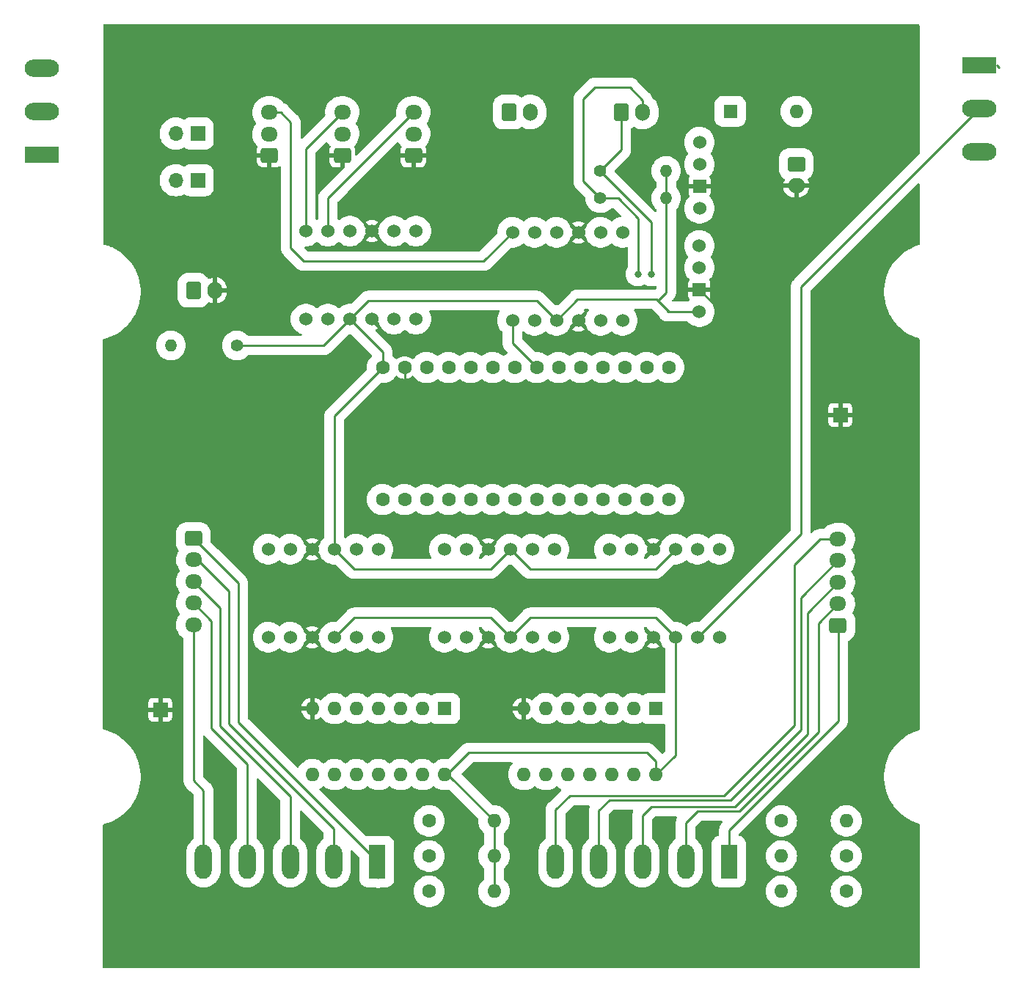
<source format=gbl>
%TF.GenerationSoftware,KiCad,Pcbnew,7.0.1-3b83917a11~172~ubuntu20.04.1*%
%TF.CreationDate,2023-03-22T14:40:43-04:00*%
%TF.ProjectId,ScooterBLDCMotorController,53636f6f-7465-4724-924c-44434d6f746f,rev?*%
%TF.SameCoordinates,Original*%
%TF.FileFunction,Copper,L2,Bot*%
%TF.FilePolarity,Positive*%
%FSLAX46Y46*%
G04 Gerber Fmt 4.6, Leading zero omitted, Abs format (unit mm)*
G04 Created by KiCad (PCBNEW 7.0.1-3b83917a11~172~ubuntu20.04.1) date 2023-03-22 14:40:43*
%MOMM*%
%LPD*%
G01*
G04 APERTURE LIST*
G04 Aperture macros list*
%AMRoundRect*
0 Rectangle with rounded corners*
0 $1 Rounding radius*
0 $2 $3 $4 $5 $6 $7 $8 $9 X,Y pos of 4 corners*
0 Add a 4 corners polygon primitive as box body*
4,1,4,$2,$3,$4,$5,$6,$7,$8,$9,$2,$3,0*
0 Add four circle primitives for the rounded corners*
1,1,$1+$1,$2,$3*
1,1,$1+$1,$4,$5*
1,1,$1+$1,$6,$7*
1,1,$1+$1,$8,$9*
0 Add four rect primitives between the rounded corners*
20,1,$1+$1,$2,$3,$4,$5,0*
20,1,$1+$1,$4,$5,$6,$7,0*
20,1,$1+$1,$6,$7,$8,$9,0*
20,1,$1+$1,$8,$9,$2,$3,0*%
G04 Aperture macros list end*
%TA.AperFunction,ComponentPad*%
%ADD10C,1.400000*%
%TD*%
%TA.AperFunction,ComponentPad*%
%ADD11O,1.400000X1.400000*%
%TD*%
%TA.AperFunction,ComponentPad*%
%ADD12R,1.980000X3.960000*%
%TD*%
%TA.AperFunction,ComponentPad*%
%ADD13O,1.980000X3.960000*%
%TD*%
%TA.AperFunction,ComponentPad*%
%ADD14C,1.600000*%
%TD*%
%TA.AperFunction,ComponentPad*%
%ADD15O,1.600000X1.600000*%
%TD*%
%TA.AperFunction,ComponentPad*%
%ADD16C,1.524000*%
%TD*%
%TA.AperFunction,ComponentPad*%
%ADD17RoundRect,0.250000X0.725000X-0.600000X0.725000X0.600000X-0.725000X0.600000X-0.725000X-0.600000X0*%
%TD*%
%TA.AperFunction,ComponentPad*%
%ADD18O,1.950000X1.700000*%
%TD*%
%TA.AperFunction,ComponentPad*%
%ADD19RoundRect,0.250000X-0.750000X0.600000X-0.750000X-0.600000X0.750000X-0.600000X0.750000X0.600000X0*%
%TD*%
%TA.AperFunction,ComponentPad*%
%ADD20O,2.000000X1.700000*%
%TD*%
%TA.AperFunction,ComponentPad*%
%ADD21RoundRect,0.250000X-0.600000X-0.750000X0.600000X-0.750000X0.600000X0.750000X-0.600000X0.750000X0*%
%TD*%
%TA.AperFunction,ComponentPad*%
%ADD22O,1.700000X2.000000*%
%TD*%
%TA.AperFunction,ComponentPad*%
%ADD23R,3.960000X1.980000*%
%TD*%
%TA.AperFunction,ComponentPad*%
%ADD24O,3.960000X1.980000*%
%TD*%
%TA.AperFunction,ComponentPad*%
%ADD25R,1.700000X1.700000*%
%TD*%
%TA.AperFunction,ComponentPad*%
%ADD26R,1.600000X1.600000*%
%TD*%
%TA.AperFunction,ComponentPad*%
%ADD27O,1.700000X1.700000*%
%TD*%
%TA.AperFunction,ComponentPad*%
%ADD28R,1.524000X1.524000*%
%TD*%
%TA.AperFunction,ComponentPad*%
%ADD29RoundRect,0.250000X-0.725000X0.600000X-0.725000X-0.600000X0.725000X-0.600000X0.725000X0.600000X0*%
%TD*%
%TA.AperFunction,ViaPad*%
%ADD30C,0.800000*%
%TD*%
%TA.AperFunction,Conductor*%
%ADD31C,0.250000*%
%TD*%
G04 APERTURE END LIST*
D10*
X158978600Y-57785400D03*
D11*
X166598600Y-57785400D03*
D10*
X158978600Y-54635400D03*
D11*
X166598600Y-54635400D03*
D12*
X133205000Y-134366000D03*
D13*
X128205000Y-134366000D03*
X123205000Y-134366000D03*
X118205000Y-134366000D03*
X113189800Y-134366000D03*
D14*
X187392000Y-137795000D03*
D15*
X179892000Y-137795000D03*
D16*
X137708000Y-61578000D03*
X135168000Y-61578000D03*
X132628000Y-61578000D03*
X130088000Y-61578000D03*
X127548000Y-61578000D03*
X125008000Y-61578000D03*
X125008000Y-71738000D03*
X127548000Y-71738000D03*
X130088000Y-71738000D03*
X132628000Y-71738000D03*
X135168000Y-71738000D03*
X137708000Y-71738000D03*
D14*
X133858000Y-92566000D03*
X136398000Y-92566000D03*
X138938000Y-92566000D03*
X141478000Y-92566000D03*
X144018000Y-92566000D03*
X146558000Y-92566000D03*
X149098000Y-92566000D03*
X151638000Y-92566000D03*
X154178000Y-92566000D03*
X156718000Y-92566000D03*
X159258000Y-92566000D03*
X161798000Y-92566000D03*
X164338000Y-92566000D03*
X166878000Y-92566000D03*
X166878000Y-77326000D03*
X164338000Y-77326000D03*
X161798000Y-77326000D03*
X159258000Y-77326000D03*
X156718000Y-77326000D03*
X154178000Y-77326000D03*
X151638000Y-77326000D03*
X149098000Y-77326000D03*
X146558000Y-77326000D03*
X144018000Y-77326000D03*
X141478000Y-77326000D03*
X138938000Y-77326000D03*
X136398000Y-77326000D03*
X133858000Y-77326000D03*
D17*
X137414000Y-52882800D03*
D18*
X137414000Y-50382800D03*
X137414000Y-47882800D03*
D19*
X181610000Y-53848000D03*
D20*
X181610000Y-56348000D03*
D17*
X120810800Y-52868200D03*
D18*
X120810800Y-50368200D03*
X120810800Y-47868200D03*
D21*
X112034000Y-68419000D03*
D22*
X114534000Y-68419000D03*
D16*
X140970000Y-108458000D03*
X143510000Y-108458000D03*
X146050000Y-108458000D03*
X148590000Y-108458000D03*
X151130000Y-108458000D03*
X153670000Y-108458000D03*
X153670000Y-98298000D03*
X151130000Y-98298000D03*
X148590000Y-98298000D03*
X146050000Y-98298000D03*
X143510000Y-98298000D03*
X140970000Y-98298000D03*
D12*
X173830000Y-134366000D03*
D13*
X168830000Y-134366000D03*
X163830000Y-134366000D03*
X158830000Y-134366000D03*
X153814800Y-134366000D03*
D14*
X187392000Y-133731000D03*
D15*
X179892000Y-133731000D03*
D21*
X161406200Y-47836600D03*
D22*
X163906200Y-47836600D03*
D10*
X117044000Y-74786000D03*
D11*
X109424000Y-74786000D03*
D23*
X94498000Y-52793000D03*
D24*
X94498000Y-47793000D03*
X94498000Y-42793000D03*
D17*
X186419000Y-107108000D03*
D18*
X186419000Y-104608000D03*
X186419000Y-102108000D03*
X186419000Y-99608000D03*
X186419000Y-97108000D03*
D25*
X186690000Y-82804000D03*
D26*
X165399000Y-116706000D03*
D15*
X162859000Y-116706000D03*
X160319000Y-116706000D03*
X157779000Y-116706000D03*
X155239000Y-116706000D03*
X152699000Y-116706000D03*
X150159000Y-116706000D03*
X150159000Y-124326000D03*
X152699000Y-124326000D03*
X155239000Y-124326000D03*
X157779000Y-124326000D03*
X160319000Y-124326000D03*
X162859000Y-124326000D03*
X165399000Y-124326000D03*
D25*
X112522000Y-55702200D03*
D27*
X109982000Y-55702200D03*
D16*
X161544000Y-61722000D03*
X159004000Y-61722000D03*
X156464000Y-61722000D03*
X153924000Y-61722000D03*
X151384000Y-61722000D03*
X148844000Y-61722000D03*
X148844000Y-71882000D03*
X151384000Y-71882000D03*
X153924000Y-71882000D03*
X156464000Y-71882000D03*
X159004000Y-71882000D03*
X161544000Y-71882000D03*
D25*
X112522000Y-50317400D03*
D27*
X109982000Y-50317400D03*
D16*
X160020000Y-108458000D03*
X162560000Y-108458000D03*
X165100000Y-108458000D03*
X167640000Y-108458000D03*
X170180000Y-108458000D03*
X172720000Y-108458000D03*
X172720000Y-98298000D03*
X170180000Y-98298000D03*
X167640000Y-98298000D03*
X165100000Y-98298000D03*
X162560000Y-98298000D03*
X160020000Y-98298000D03*
D21*
X148432200Y-47836600D03*
D22*
X150932200Y-47836600D03*
D16*
X120650000Y-108458000D03*
X123190000Y-108458000D03*
X125730000Y-108458000D03*
X128270000Y-108458000D03*
X130810000Y-108458000D03*
X133350000Y-108458000D03*
X133350000Y-98298000D03*
X130810000Y-98298000D03*
X128270000Y-98298000D03*
X125730000Y-98298000D03*
X123190000Y-98298000D03*
X120650000Y-98298000D03*
D14*
X139232000Y-129667000D03*
D15*
X146732000Y-129667000D03*
D26*
X173990000Y-47752000D03*
D15*
X181610000Y-47752000D03*
D14*
X139232000Y-133731000D03*
D15*
X146732000Y-133731000D03*
D26*
X141015000Y-116706000D03*
D15*
X138475000Y-116706000D03*
X135935000Y-116706000D03*
X133395000Y-116706000D03*
X130855000Y-116706000D03*
X128315000Y-116706000D03*
X125775000Y-116706000D03*
X125775000Y-124326000D03*
X128315000Y-124326000D03*
X130855000Y-124326000D03*
X133395000Y-124326000D03*
X135935000Y-124326000D03*
X138475000Y-124326000D03*
X141015000Y-124326000D03*
D14*
X139232000Y-137795000D03*
D15*
X146732000Y-137795000D03*
D16*
X170432000Y-63246000D03*
X170432000Y-65786000D03*
D28*
X170432000Y-68326000D03*
D16*
X170432000Y-70866000D03*
D25*
X108204000Y-116840000D03*
D14*
X179892000Y-129667000D03*
D15*
X187392000Y-129667000D03*
D17*
X129209800Y-52882800D03*
D18*
X129209800Y-50382800D03*
X129209800Y-47882800D03*
D23*
X202692000Y-42418000D03*
D24*
X202692000Y-47418000D03*
X202692000Y-52418000D03*
D29*
X112014000Y-97028000D03*
D18*
X112014000Y-99528000D03*
X112014000Y-102028000D03*
X112014000Y-104528000D03*
X112014000Y-107028000D03*
D16*
X170434000Y-51308000D03*
X170434000Y-53848000D03*
D28*
X170434000Y-56388000D03*
D16*
X170434000Y-58928000D03*
D30*
X164896800Y-66548000D03*
X163322000Y-66548000D03*
D31*
X164896800Y-66548000D02*
X164896800Y-60553600D01*
X164896800Y-60553600D02*
X158978600Y-54635400D01*
X162407600Y-44983400D02*
X158343600Y-44983400D01*
X163906200Y-47836600D02*
X163906200Y-46482000D01*
X158343600Y-44983400D02*
X157022800Y-46304200D01*
X163906200Y-46482000D02*
X162407600Y-44983400D01*
X157022800Y-46304200D02*
X157022800Y-55829600D01*
X157022800Y-55829600D02*
X158978600Y-57785400D01*
X163322000Y-60172600D02*
X163372800Y-60121800D01*
X163322000Y-66548000D02*
X163322000Y-60172600D01*
X161036400Y-57785400D02*
X158978600Y-57785400D01*
X163372800Y-60121800D02*
X161036400Y-57785400D01*
X161406200Y-47836600D02*
X161406200Y-52207800D01*
X161406200Y-52207800D02*
X158978600Y-54635400D01*
X166878000Y-70866000D02*
X165633400Y-69621400D01*
X165633400Y-69621400D02*
X165455600Y-69443600D01*
X166598600Y-57785400D02*
X166598600Y-68656200D01*
X166598600Y-68656200D02*
X165633400Y-69621400D01*
X166598600Y-54635400D02*
X166598600Y-57785400D01*
X148844000Y-71882000D02*
X148844000Y-74532000D01*
X148844000Y-74532000D02*
X151638000Y-77326000D01*
X124764800Y-65049400D02*
X145516600Y-65049400D01*
X145516600Y-65049400D02*
X148844000Y-61722000D01*
X173228000Y-71122000D02*
X173228000Y-78994000D01*
X170432000Y-68326000D02*
X173228000Y-71122000D01*
X172466000Y-79756000D02*
X173228000Y-78994000D01*
X137160000Y-79756000D02*
X172466000Y-79756000D01*
X136398000Y-78994000D02*
X137160000Y-79756000D01*
X136398000Y-77326000D02*
X136398000Y-78994000D01*
X128205000Y-130578000D02*
X116118000Y-118491000D01*
X116118000Y-118491000D02*
X116118000Y-103164000D01*
X128205000Y-134366000D02*
X128205000Y-130578000D01*
X116118000Y-103164000D02*
X112482000Y-99528000D01*
X164378000Y-121776000D02*
X144566000Y-121776000D01*
X165354000Y-106172000D02*
X150876000Y-106172000D01*
X165399000Y-124326000D02*
X165399000Y-122797000D01*
X150876000Y-106172000D02*
X148590000Y-108458000D01*
X146732000Y-137795000D02*
X146732000Y-133731000D01*
X165399000Y-122797000D02*
X164378000Y-121776000D01*
X143804000Y-121776000D02*
X141254000Y-124326000D01*
X167640000Y-122085000D02*
X167640000Y-108458000D01*
X144566000Y-121776000D02*
X143804000Y-121776000D01*
X146304000Y-106172000D02*
X130556000Y-106172000D01*
X130556000Y-106172000D02*
X128270000Y-108458000D01*
X165399000Y-124326000D02*
X167640000Y-122085000D01*
X148590000Y-108458000D02*
X146304000Y-106172000D01*
X167640000Y-108458000D02*
X165354000Y-106172000D01*
X146732000Y-129667000D02*
X141391000Y-124326000D01*
X146732000Y-133731000D02*
X146732000Y-129667000D01*
X123205000Y-134366000D02*
X123205000Y-126848000D01*
X115102000Y-118745000D02*
X115102000Y-105116000D01*
X123205000Y-126848000D02*
X115102000Y-118745000D01*
X115102000Y-105116000D02*
X112014000Y-102028000D01*
X118205000Y-123118000D02*
X114086000Y-118999000D01*
X114086000Y-118999000D02*
X114086000Y-106600000D01*
X118205000Y-134366000D02*
X118205000Y-123118000D01*
X114086000Y-106600000D02*
X112014000Y-104528000D01*
X184150000Y-119380000D02*
X184150000Y-106877000D01*
X168830000Y-134366000D02*
X168830000Y-129874000D01*
X168830000Y-129874000D02*
X170180000Y-128524000D01*
X170180000Y-128524000D02*
X175006000Y-128524000D01*
X184150000Y-106877000D02*
X186419000Y-104608000D01*
X175006000Y-128524000D02*
X184150000Y-119380000D01*
X164846000Y-128016000D02*
X174498000Y-128016000D01*
X163830000Y-129032000D02*
X164846000Y-128016000D01*
X182880000Y-105647000D02*
X186419000Y-102108000D01*
X182880000Y-119634000D02*
X182880000Y-105647000D01*
X174498000Y-128016000D02*
X182880000Y-119634000D01*
X163830000Y-134366000D02*
X163830000Y-129032000D01*
X158830000Y-134366000D02*
X158830000Y-128444000D01*
X160020000Y-127254000D02*
X173990000Y-127254000D01*
X158830000Y-128444000D02*
X160020000Y-127254000D01*
X182118000Y-119126000D02*
X182118000Y-103909000D01*
X182118000Y-103909000D02*
X186419000Y-99608000D01*
X173990000Y-127254000D02*
X182118000Y-119126000D01*
X204978000Y-42672000D02*
X204724000Y-42418000D01*
X182118000Y-67992000D02*
X202692000Y-47418000D01*
X182118000Y-96520000D02*
X182118000Y-67992000D01*
X170180000Y-108458000D02*
X182118000Y-96520000D01*
X117177500Y-118280500D02*
X117177500Y-102191500D01*
X133310000Y-136288000D02*
X133310000Y-134413000D01*
X133205000Y-134366000D02*
X133205000Y-134308000D01*
X117177500Y-102191500D02*
X112014000Y-97028000D01*
X133205000Y-134308000D02*
X117177500Y-118280500D01*
X113189800Y-134366000D02*
X113189800Y-126167800D01*
X113189800Y-126167800D02*
X112014000Y-124992000D01*
X112014000Y-124992000D02*
X112014000Y-107028000D01*
X165455600Y-69443600D02*
X156362400Y-69443600D01*
X146304000Y-100584000D02*
X130556000Y-100584000D01*
X166774000Y-70866000D02*
X166878000Y-70866000D01*
X156362400Y-69443600D02*
X153924000Y-71882000D01*
X128270000Y-82914000D02*
X133858000Y-77326000D01*
X151638000Y-69596000D02*
X132230000Y-69596000D01*
X130556000Y-100584000D02*
X128270000Y-98298000D01*
X153924000Y-71882000D02*
X151638000Y-69596000D01*
X127040000Y-74786000D02*
X117044000Y-74786000D01*
X130088000Y-71738000D02*
X132882000Y-74532000D01*
X166878000Y-70866000D02*
X170432000Y-70866000D01*
X167640000Y-98298000D02*
X165354000Y-100584000D01*
X130088000Y-71738000D02*
X127040000Y-74786000D01*
X132230000Y-69596000D02*
X130088000Y-71738000D01*
X133858000Y-77326000D02*
X133858000Y-75508000D01*
X133858000Y-75508000D02*
X132882000Y-74532000D01*
X148590000Y-98298000D02*
X146304000Y-100584000D01*
X165354000Y-100584000D02*
X150876000Y-100584000D01*
X128270000Y-98298000D02*
X128270000Y-82914000D01*
X150876000Y-100584000D02*
X148590000Y-98298000D01*
X112572800Y-50368200D02*
X112522000Y-50317400D01*
X120825400Y-50382800D02*
X120810800Y-50368200D01*
X137414000Y-47882800D02*
X127548000Y-57748800D01*
X127548000Y-57748800D02*
X127548000Y-61578000D01*
X129209800Y-47882800D02*
X125008000Y-52084600D01*
X125008000Y-52084600D02*
X125008000Y-61578000D01*
X173830000Y-130716000D02*
X186436000Y-118110000D01*
X186436000Y-118110000D02*
X186436000Y-107125000D01*
X173830000Y-134366000D02*
X173830000Y-130716000D01*
X186436000Y-107125000D02*
X186419000Y-107108000D01*
X155448000Y-126746000D02*
X173228000Y-126746000D01*
X184324000Y-97108000D02*
X186419000Y-97108000D01*
X181356000Y-118618000D02*
X181356000Y-100076000D01*
X153814800Y-134366000D02*
X153814800Y-128379200D01*
X173228000Y-126746000D02*
X181356000Y-118618000D01*
X153814800Y-128379200D02*
X155448000Y-126746000D01*
X181356000Y-100076000D02*
X184324000Y-97108000D01*
X122112400Y-47868200D02*
X123266200Y-49022000D01*
X123266200Y-49022000D02*
X123266200Y-63550800D01*
X123266200Y-63550800D02*
X124764800Y-65049400D01*
X120810800Y-47868200D02*
X122112400Y-47868200D01*
%TA.AperFunction,Conductor*%
G36*
X147323617Y-70738381D02*
G01*
X147369736Y-70784500D01*
X147386617Y-70847500D01*
X147369736Y-70910500D01*
X147251590Y-71115135D01*
X147155079Y-71361037D01*
X147096299Y-71618573D01*
X147076558Y-71882000D01*
X147096299Y-72145426D01*
X147155079Y-72402962D01*
X147251590Y-72648864D01*
X147383671Y-72877636D01*
X147548369Y-73084162D01*
X147548372Y-73084164D01*
X147548373Y-73084166D01*
X147678203Y-73204631D01*
X147707987Y-73246608D01*
X147718500Y-73296994D01*
X147718500Y-74427501D01*
X147716755Y-74448399D01*
X147716259Y-74451344D01*
X147718464Y-74543914D01*
X147718500Y-74546914D01*
X147718500Y-74585620D01*
X147719347Y-74594495D01*
X147719881Y-74603465D01*
X147721375Y-74666226D01*
X147728374Y-74698402D01*
X147730682Y-74713203D01*
X147733811Y-74745970D01*
X147751499Y-74806215D01*
X147753722Y-74814924D01*
X147767065Y-74876256D01*
X147767066Y-74876258D01*
X147780026Y-74906525D01*
X147785093Y-74920618D01*
X147794369Y-74952209D01*
X147823132Y-75008001D01*
X147826966Y-75016139D01*
X147851678Y-75073848D01*
X147870129Y-75101109D01*
X147877776Y-75113997D01*
X147892863Y-75143261D01*
X147931665Y-75192603D01*
X147936968Y-75199865D01*
X147972155Y-75251853D01*
X147972156Y-75251854D01*
X147972157Y-75251855D01*
X147995437Y-75275135D01*
X148005378Y-75286334D01*
X148007188Y-75288637D01*
X148025734Y-75312219D01*
X148073171Y-75353323D01*
X148079755Y-75359453D01*
X148263657Y-75543355D01*
X148294612Y-75594186D01*
X148298782Y-75653555D01*
X148275238Y-75708215D01*
X148229233Y-75745971D01*
X148195226Y-75762348D01*
X147972258Y-75914364D01*
X147913701Y-75968698D01*
X147859091Y-75998437D01*
X147796909Y-75998437D01*
X147742299Y-75968698D01*
X147683740Y-75914364D01*
X147460775Y-75762349D01*
X147217641Y-75645261D01*
X147031197Y-75587751D01*
X146959772Y-75565720D01*
X146692929Y-75525500D01*
X146423071Y-75525500D01*
X146156228Y-75565720D01*
X146156224Y-75565721D01*
X146156225Y-75565721D01*
X145898358Y-75645261D01*
X145655225Y-75762349D01*
X145432258Y-75914364D01*
X145373701Y-75968698D01*
X145319091Y-75998437D01*
X145256909Y-75998437D01*
X145202299Y-75968698D01*
X145143740Y-75914364D01*
X144920775Y-75762349D01*
X144677641Y-75645261D01*
X144491197Y-75587751D01*
X144419772Y-75565720D01*
X144152929Y-75525500D01*
X143883071Y-75525500D01*
X143616228Y-75565720D01*
X143616224Y-75565721D01*
X143616225Y-75565721D01*
X143358358Y-75645261D01*
X143115225Y-75762349D01*
X142892258Y-75914364D01*
X142833701Y-75968698D01*
X142779091Y-75998437D01*
X142716909Y-75998437D01*
X142662299Y-75968698D01*
X142603740Y-75914364D01*
X142380775Y-75762349D01*
X142137641Y-75645261D01*
X141951197Y-75587751D01*
X141879772Y-75565720D01*
X141612929Y-75525500D01*
X141343071Y-75525500D01*
X141076228Y-75565720D01*
X141076224Y-75565721D01*
X141076225Y-75565721D01*
X140818358Y-75645261D01*
X140575225Y-75762349D01*
X140352258Y-75914364D01*
X140293701Y-75968698D01*
X140239091Y-75998437D01*
X140176909Y-75998437D01*
X140122299Y-75968698D01*
X140063740Y-75914364D01*
X139840775Y-75762349D01*
X139597641Y-75645261D01*
X139411197Y-75587751D01*
X139339772Y-75565720D01*
X139072929Y-75525500D01*
X138803071Y-75525500D01*
X138536228Y-75565720D01*
X138536224Y-75565721D01*
X138536225Y-75565721D01*
X138278358Y-75645261D01*
X138035225Y-75762349D01*
X137812258Y-75914364D01*
X137620613Y-76092186D01*
X137614439Y-76097915D01*
X137446185Y-76308898D01*
X137446182Y-76308901D01*
X137440298Y-76316281D01*
X137438561Y-76314896D01*
X137410288Y-76345079D01*
X137356734Y-76365233D01*
X137299789Y-76359622D01*
X137251197Y-76329405D01*
X137241981Y-76320189D01*
X137054498Y-76188912D01*
X136847070Y-76092186D01*
X136625999Y-76032951D01*
X136398000Y-76013004D01*
X136170000Y-76032951D01*
X135948929Y-76092186D01*
X135741501Y-76188912D01*
X135554021Y-76320188D01*
X135544801Y-76329408D01*
X135496209Y-76359623D01*
X135439264Y-76365232D01*
X135385711Y-76345078D01*
X135357438Y-76314896D01*
X135355702Y-76316281D01*
X135349817Y-76308901D01*
X135349815Y-76308898D01*
X135181561Y-76097915D01*
X135023798Y-75951532D01*
X134994013Y-75909554D01*
X134983500Y-75859168D01*
X134983500Y-75612500D01*
X134985244Y-75591606D01*
X134985740Y-75588657D01*
X134983535Y-75496083D01*
X134983500Y-75493085D01*
X134983500Y-75454381D01*
X134982653Y-75445519D01*
X134982118Y-75436547D01*
X134980624Y-75373774D01*
X134973623Y-75341594D01*
X134971317Y-75326809D01*
X134968188Y-75294029D01*
X134950496Y-75233779D01*
X134948280Y-75225095D01*
X134934934Y-75163741D01*
X134929936Y-75152071D01*
X134921975Y-75133480D01*
X134916904Y-75119374D01*
X134907631Y-75087792D01*
X134907631Y-75087791D01*
X134878857Y-75031980D01*
X134875038Y-75023872D01*
X134850321Y-74966151D01*
X134831869Y-74938888D01*
X134824222Y-74926000D01*
X134814178Y-74906517D01*
X134809138Y-74896741D01*
X134770326Y-74847387D01*
X134765029Y-74840133D01*
X134729843Y-74788145D01*
X134706561Y-74764863D01*
X134696620Y-74753662D01*
X134676270Y-74727784D01*
X134628818Y-74686667D01*
X134622236Y-74680538D01*
X133639935Y-73698238D01*
X133064171Y-73122474D01*
X133033098Y-73071268D01*
X133029180Y-73011499D01*
X133053304Y-72956675D01*
X133100017Y-72919184D01*
X133265425Y-72842053D01*
X133328603Y-72797814D01*
X133328603Y-72797812D01*
X132357885Y-71827094D01*
X132325273Y-71770610D01*
X132325273Y-71705388D01*
X132357885Y-71648903D01*
X132538905Y-71467884D01*
X132595389Y-71435273D01*
X132660611Y-71435273D01*
X132717095Y-71467885D01*
X133444807Y-72195597D01*
X133475090Y-72250387D01*
X133475631Y-72250175D01*
X133477240Y-72254276D01*
X133478552Y-72256649D01*
X133479080Y-72258964D01*
X133575590Y-72504864D01*
X133707671Y-72733636D01*
X133872369Y-72940162D01*
X133872372Y-72940164D01*
X133872373Y-72940166D01*
X133949252Y-73011499D01*
X134066021Y-73119845D01*
X134190383Y-73204633D01*
X134284279Y-73268650D01*
X134368472Y-73309195D01*
X134522280Y-73383265D01*
X134578577Y-73400630D01*
X134774707Y-73461129D01*
X135035919Y-73500500D01*
X135300079Y-73500500D01*
X135300081Y-73500500D01*
X135561293Y-73461129D01*
X135813719Y-73383265D01*
X136051721Y-73268650D01*
X136269982Y-73119842D01*
X136352297Y-73043464D01*
X136406909Y-73013724D01*
X136469091Y-73013724D01*
X136523702Y-73043464D01*
X136606018Y-73119842D01*
X136824279Y-73268650D01*
X136908472Y-73309195D01*
X137062280Y-73383265D01*
X137118577Y-73400630D01*
X137314707Y-73461129D01*
X137575919Y-73500500D01*
X137840079Y-73500500D01*
X137840081Y-73500500D01*
X138101293Y-73461129D01*
X138353719Y-73383265D01*
X138591721Y-73268650D01*
X138784109Y-73137482D01*
X138809978Y-73119845D01*
X138809979Y-73119843D01*
X138809982Y-73119842D01*
X139003627Y-72940166D01*
X139168329Y-72733636D01*
X139300410Y-72504864D01*
X139396920Y-72258963D01*
X139455701Y-72001424D01*
X139475442Y-71738000D01*
X139455701Y-71474576D01*
X139396920Y-71217037D01*
X139300410Y-70971136D01*
X139265402Y-70910500D01*
X139248521Y-70847500D01*
X139265402Y-70784500D01*
X139311521Y-70738381D01*
X139374521Y-70721500D01*
X147260617Y-70721500D01*
X147323617Y-70738381D01*
G37*
%TD.AperFunction*%
%TA.AperFunction,Conductor*%
G36*
X127485599Y-51338936D02*
G01*
X127525074Y-51379323D01*
X127575782Y-51462410D01*
X127633957Y-51532315D01*
X127749054Y-51670620D01*
X127814044Y-51728850D01*
X127847165Y-51776435D01*
X127855471Y-51833814D01*
X127837204Y-51888838D01*
X127793141Y-51960275D01*
X127737406Y-52128471D01*
X127726800Y-52232297D01*
X127726800Y-52628800D01*
X129337800Y-52628800D01*
X129400800Y-52645681D01*
X129446919Y-52691800D01*
X129463800Y-52754800D01*
X129463800Y-54189112D01*
X129454209Y-54237330D01*
X129426895Y-54278207D01*
X126826044Y-56879057D01*
X126810044Y-56892593D01*
X126807600Y-56894333D01*
X126743696Y-56961354D01*
X126741604Y-56963497D01*
X126714236Y-56990866D01*
X126708558Y-56997742D01*
X126702598Y-57004456D01*
X126659272Y-57049896D01*
X126641468Y-57077598D01*
X126632637Y-57089692D01*
X126611678Y-57115077D01*
X126581591Y-57170178D01*
X126577002Y-57177912D01*
X126543064Y-57230719D01*
X126530827Y-57261286D01*
X126524442Y-57274838D01*
X126508664Y-57303733D01*
X126489547Y-57363534D01*
X126486506Y-57371994D01*
X126463177Y-57430269D01*
X126456946Y-57462595D01*
X126453241Y-57477110D01*
X126443218Y-57508465D01*
X126435763Y-57570813D01*
X126434377Y-57579697D01*
X126422500Y-57641326D01*
X126422500Y-57674242D01*
X126421609Y-57689200D01*
X126417700Y-57721894D01*
X126422179Y-57784520D01*
X126422500Y-57793508D01*
X126422500Y-60163005D01*
X126411986Y-60213392D01*
X126382200Y-60255371D01*
X126363700Y-60272536D01*
X126309091Y-60302274D01*
X126246909Y-60302274D01*
X126192300Y-60272536D01*
X126173800Y-60255371D01*
X126144014Y-60213392D01*
X126133500Y-60163005D01*
X126133500Y-53136800D01*
X127726800Y-53136800D01*
X127726800Y-53533303D01*
X127737406Y-53637128D01*
X127793140Y-53805322D01*
X127886167Y-53956142D01*
X128011457Y-54081432D01*
X128162277Y-54174459D01*
X128330471Y-54230193D01*
X128434297Y-54240800D01*
X128955800Y-54240800D01*
X128955800Y-53136800D01*
X127726800Y-53136800D01*
X126133500Y-53136800D01*
X126133500Y-52602988D01*
X126143091Y-52554770D01*
X126170402Y-52513895D01*
X127328432Y-51355864D01*
X127376296Y-51325899D01*
X127432447Y-51319850D01*
X127485599Y-51338936D01*
G37*
%TD.AperFunction*%
%TA.AperFunction,Conductor*%
G36*
X195775831Y-37736382D02*
G01*
X195821950Y-37782504D01*
X195838829Y-37845507D01*
X195838036Y-52628082D01*
X195828444Y-52676296D01*
X195801131Y-52717170D01*
X181396044Y-67122257D01*
X181380044Y-67135793D01*
X181377600Y-67137533D01*
X181313696Y-67204554D01*
X181311604Y-67206697D01*
X181284236Y-67234066D01*
X181278558Y-67240942D01*
X181272598Y-67247656D01*
X181229272Y-67293096D01*
X181211468Y-67320798D01*
X181202637Y-67332892D01*
X181181678Y-67358277D01*
X181151591Y-67413378D01*
X181147002Y-67421112D01*
X181113064Y-67473919D01*
X181100827Y-67504486D01*
X181094442Y-67518038D01*
X181078664Y-67546933D01*
X181059547Y-67606734D01*
X181056506Y-67615194D01*
X181033177Y-67673469D01*
X181026946Y-67705795D01*
X181023241Y-67720310D01*
X181013218Y-67751665D01*
X181005763Y-67814013D01*
X181004377Y-67822897D01*
X180992500Y-67884526D01*
X180992500Y-67917442D01*
X180991609Y-67932400D01*
X180987700Y-67965094D01*
X180992179Y-68027720D01*
X180992500Y-68036708D01*
X180992500Y-96001613D01*
X180982909Y-96049831D01*
X180955595Y-96090708D01*
X170387707Y-106658595D01*
X170346830Y-106685909D01*
X170298612Y-106695500D01*
X170047919Y-106695500D01*
X169786707Y-106734871D01*
X169786703Y-106734872D01*
X169786704Y-106734872D01*
X169534280Y-106812734D01*
X169296278Y-106927350D01*
X169078018Y-107076157D01*
X168995701Y-107152536D01*
X168941091Y-107182275D01*
X168878909Y-107182275D01*
X168824299Y-107152536D01*
X168741981Y-107076157D01*
X168523721Y-106927350D01*
X168285719Y-106812734D01*
X168097427Y-106754654D01*
X168033293Y-106734871D01*
X167772081Y-106695500D01*
X167521388Y-106695500D01*
X167473170Y-106685909D01*
X167432293Y-106658595D01*
X166223741Y-105450044D01*
X166210201Y-105434038D01*
X166208466Y-105431601D01*
X166208463Y-105431598D01*
X166141403Y-105367656D01*
X166139298Y-105365601D01*
X166111935Y-105338238D01*
X166111934Y-105338237D01*
X166111931Y-105338234D01*
X166105064Y-105332564D01*
X166098346Y-105326602D01*
X166052903Y-105283273D01*
X166052901Y-105283271D01*
X166025207Y-105265473D01*
X166013108Y-105256638D01*
X165987722Y-105235678D01*
X165932622Y-105205591D01*
X165924888Y-105201002D01*
X165872082Y-105167066D01*
X165841519Y-105154830D01*
X165827967Y-105148445D01*
X165816379Y-105142118D01*
X165799069Y-105132666D01*
X165799066Y-105132665D01*
X165739273Y-105113550D01*
X165730812Y-105110509D01*
X165701317Y-105098701D01*
X165672532Y-105087178D01*
X165640209Y-105080948D01*
X165625695Y-105077244D01*
X165594331Y-105067218D01*
X165594328Y-105067217D01*
X165531986Y-105059763D01*
X165523101Y-105058377D01*
X165461474Y-105046500D01*
X165461472Y-105046500D01*
X165428558Y-105046500D01*
X165413600Y-105045609D01*
X165410593Y-105045249D01*
X165380906Y-105041700D01*
X165380905Y-105041700D01*
X165318280Y-105046179D01*
X165309292Y-105046500D01*
X150980500Y-105046500D01*
X150959607Y-105044756D01*
X150958866Y-105044631D01*
X150956653Y-105044259D01*
X150865899Y-105046420D01*
X150864083Y-105046464D01*
X150861085Y-105046500D01*
X150822379Y-105046500D01*
X150813503Y-105047347D01*
X150804534Y-105047881D01*
X150741772Y-105049375D01*
X150709597Y-105056374D01*
X150694796Y-105058682D01*
X150662033Y-105061810D01*
X150601797Y-105079497D01*
X150593085Y-105081720D01*
X150531740Y-105095065D01*
X150501475Y-105108026D01*
X150487380Y-105113093D01*
X150455791Y-105122369D01*
X150455788Y-105122370D01*
X150399994Y-105151132D01*
X150391864Y-105154962D01*
X150334154Y-105179676D01*
X150306885Y-105198132D01*
X150294003Y-105205775D01*
X150264739Y-105220862D01*
X150215390Y-105259670D01*
X150208129Y-105264972D01*
X150156144Y-105300157D01*
X150132862Y-105323438D01*
X150121660Y-105333380D01*
X150095783Y-105353730D01*
X150054667Y-105401180D01*
X150048539Y-105407761D01*
X148797706Y-106658595D01*
X148756829Y-106685909D01*
X148708611Y-106695500D01*
X148471388Y-106695500D01*
X148423170Y-106685909D01*
X148382293Y-106658595D01*
X147173741Y-105450044D01*
X147160201Y-105434038D01*
X147158466Y-105431601D01*
X147158463Y-105431598D01*
X147091403Y-105367656D01*
X147089298Y-105365601D01*
X147061935Y-105338238D01*
X147061934Y-105338237D01*
X147061931Y-105338234D01*
X147055064Y-105332564D01*
X147048346Y-105326602D01*
X147002903Y-105283273D01*
X147002901Y-105283271D01*
X146975207Y-105265473D01*
X146963108Y-105256638D01*
X146937722Y-105235678D01*
X146882622Y-105205591D01*
X146874888Y-105201002D01*
X146822082Y-105167066D01*
X146791519Y-105154830D01*
X146777967Y-105148445D01*
X146766379Y-105142118D01*
X146749069Y-105132666D01*
X146749066Y-105132665D01*
X146689273Y-105113550D01*
X146680812Y-105110509D01*
X146651317Y-105098701D01*
X146622532Y-105087178D01*
X146590209Y-105080948D01*
X146575695Y-105077244D01*
X146544331Y-105067218D01*
X146544328Y-105067217D01*
X146481986Y-105059763D01*
X146473101Y-105058377D01*
X146411474Y-105046500D01*
X146411472Y-105046500D01*
X146378558Y-105046500D01*
X146363600Y-105045609D01*
X146360593Y-105045249D01*
X146330906Y-105041700D01*
X146330905Y-105041700D01*
X146268280Y-105046179D01*
X146259292Y-105046500D01*
X130660500Y-105046500D01*
X130639607Y-105044756D01*
X130638866Y-105044631D01*
X130636653Y-105044259D01*
X130545899Y-105046420D01*
X130544083Y-105046464D01*
X130541085Y-105046500D01*
X130502379Y-105046500D01*
X130493503Y-105047347D01*
X130484534Y-105047881D01*
X130421772Y-105049375D01*
X130389597Y-105056374D01*
X130374796Y-105058682D01*
X130342033Y-105061810D01*
X130281797Y-105079497D01*
X130273085Y-105081720D01*
X130211740Y-105095065D01*
X130181475Y-105108026D01*
X130167380Y-105113093D01*
X130135791Y-105122369D01*
X130135788Y-105122370D01*
X130079994Y-105151132D01*
X130071864Y-105154962D01*
X130014154Y-105179676D01*
X129986885Y-105198132D01*
X129974003Y-105205775D01*
X129944739Y-105220862D01*
X129895390Y-105259670D01*
X129888129Y-105264972D01*
X129836144Y-105300157D01*
X129812862Y-105323438D01*
X129801660Y-105333380D01*
X129775783Y-105353730D01*
X129734667Y-105401180D01*
X129728539Y-105407761D01*
X128477706Y-106658595D01*
X128436829Y-106685909D01*
X128388611Y-106695500D01*
X128137919Y-106695500D01*
X127876707Y-106734871D01*
X127876703Y-106734872D01*
X127876704Y-106734872D01*
X127624280Y-106812734D01*
X127386278Y-106927350D01*
X127168021Y-107076154D01*
X126974369Y-107255837D01*
X126809671Y-107462363D01*
X126677590Y-107691135D01*
X126581078Y-107937041D01*
X126580550Y-107939355D01*
X126579240Y-107941724D01*
X126577631Y-107945825D01*
X126577090Y-107945613D01*
X126546808Y-108000400D01*
X126089210Y-108458000D01*
X126546807Y-108915596D01*
X126577090Y-108970386D01*
X126577631Y-108970175D01*
X126579240Y-108974276D01*
X126580552Y-108976649D01*
X126581080Y-108978964D01*
X126677590Y-109224864D01*
X126809671Y-109453636D01*
X126974369Y-109660162D01*
X127168021Y-109839845D01*
X127331713Y-109951448D01*
X127386279Y-109988650D01*
X127509665Y-110048069D01*
X127624280Y-110103265D01*
X127680577Y-110120630D01*
X127876707Y-110181129D01*
X128137919Y-110220500D01*
X128402079Y-110220500D01*
X128402081Y-110220500D01*
X128663293Y-110181129D01*
X128915719Y-110103265D01*
X129153721Y-109988650D01*
X129371982Y-109839842D01*
X129454297Y-109763464D01*
X129508909Y-109733724D01*
X129571091Y-109733724D01*
X129625702Y-109763464D01*
X129644206Y-109780633D01*
X129708018Y-109839842D01*
X129926279Y-109988650D01*
X130049665Y-110048069D01*
X130164280Y-110103265D01*
X130220577Y-110120630D01*
X130416707Y-110181129D01*
X130677919Y-110220500D01*
X130942079Y-110220500D01*
X130942081Y-110220500D01*
X131203293Y-110181129D01*
X131455719Y-110103265D01*
X131693721Y-109988650D01*
X131911982Y-109839842D01*
X131994297Y-109763464D01*
X132048909Y-109733724D01*
X132111091Y-109733724D01*
X132165702Y-109763464D01*
X132184206Y-109780633D01*
X132248018Y-109839842D01*
X132466279Y-109988650D01*
X132589665Y-110048069D01*
X132704280Y-110103265D01*
X132760577Y-110120630D01*
X132956707Y-110181129D01*
X133217919Y-110220500D01*
X133482079Y-110220500D01*
X133482081Y-110220500D01*
X133743293Y-110181129D01*
X133995719Y-110103265D01*
X134233721Y-109988650D01*
X134451982Y-109839842D01*
X134645627Y-109660166D01*
X134810329Y-109453636D01*
X134942410Y-109224864D01*
X135038920Y-108978963D01*
X135097701Y-108721424D01*
X135117442Y-108458000D01*
X135097701Y-108194576D01*
X135038920Y-107937037D01*
X134942410Y-107691136D01*
X134824264Y-107486500D01*
X134807383Y-107423500D01*
X134824264Y-107360500D01*
X134870383Y-107314381D01*
X134933383Y-107297500D01*
X139386617Y-107297500D01*
X139449617Y-107314381D01*
X139495736Y-107360500D01*
X139512617Y-107423500D01*
X139495736Y-107486500D01*
X139377590Y-107691135D01*
X139281079Y-107937037D01*
X139222299Y-108194573D01*
X139202558Y-108458000D01*
X139222299Y-108721426D01*
X139281079Y-108978962D01*
X139377590Y-109224864D01*
X139509671Y-109453636D01*
X139674369Y-109660162D01*
X139868021Y-109839845D01*
X140031713Y-109951448D01*
X140086279Y-109988650D01*
X140209665Y-110048069D01*
X140324280Y-110103265D01*
X140380577Y-110120630D01*
X140576707Y-110181129D01*
X140837919Y-110220500D01*
X141102079Y-110220500D01*
X141102081Y-110220500D01*
X141363293Y-110181129D01*
X141615719Y-110103265D01*
X141853721Y-109988650D01*
X142071982Y-109839842D01*
X142154297Y-109763464D01*
X142208909Y-109733724D01*
X142271091Y-109733724D01*
X142325702Y-109763464D01*
X142344206Y-109780633D01*
X142408018Y-109839842D01*
X142626279Y-109988650D01*
X142749665Y-110048069D01*
X142864280Y-110103265D01*
X142920577Y-110120630D01*
X143116707Y-110181129D01*
X143377919Y-110220500D01*
X143642079Y-110220500D01*
X143642081Y-110220500D01*
X143903293Y-110181129D01*
X144155719Y-110103265D01*
X144393721Y-109988650D01*
X144611982Y-109839842D01*
X144805627Y-109660166D01*
X144919149Y-109517814D01*
X145349395Y-109517814D01*
X145412573Y-109562052D01*
X145613975Y-109655968D01*
X145828623Y-109713482D01*
X146050000Y-109732850D01*
X146271376Y-109713482D01*
X146486024Y-109655968D01*
X146687427Y-109562052D01*
X146750603Y-109517814D01*
X146750603Y-109517812D01*
X146050001Y-108817210D01*
X146050000Y-108817210D01*
X145349395Y-109517813D01*
X145349395Y-109517814D01*
X144919149Y-109517814D01*
X144970329Y-109453636D01*
X145102410Y-109224864D01*
X145198920Y-108978963D01*
X145199445Y-108976661D01*
X145200749Y-108974301D01*
X145202370Y-108970173D01*
X145202913Y-108970386D01*
X145233192Y-108915596D01*
X145690789Y-108457999D01*
X145233192Y-108000403D01*
X145202912Y-107945613D01*
X145202370Y-107945827D01*
X145200751Y-107941702D01*
X145199445Y-107939339D01*
X145198920Y-107937037D01*
X145102410Y-107691136D01*
X144984264Y-107486500D01*
X144967383Y-107423500D01*
X144984264Y-107360500D01*
X145030383Y-107314381D01*
X145093383Y-107297500D01*
X145220698Y-107297500D01*
X145286845Y-107316259D01*
X145333295Y-107366951D01*
X145336876Y-107385666D01*
X146050000Y-108098789D01*
X146050000Y-108098790D01*
X146866807Y-108915597D01*
X146897090Y-108970387D01*
X146897631Y-108970175D01*
X146899240Y-108974276D01*
X146900552Y-108976649D01*
X146901080Y-108978964D01*
X146997590Y-109224864D01*
X147129671Y-109453636D01*
X147294369Y-109660162D01*
X147488021Y-109839845D01*
X147651713Y-109951448D01*
X147706279Y-109988650D01*
X147829665Y-110048069D01*
X147944280Y-110103265D01*
X148000577Y-110120630D01*
X148196707Y-110181129D01*
X148457919Y-110220500D01*
X148722079Y-110220500D01*
X148722081Y-110220500D01*
X148983293Y-110181129D01*
X149235719Y-110103265D01*
X149473721Y-109988650D01*
X149691982Y-109839842D01*
X149774297Y-109763464D01*
X149828909Y-109733724D01*
X149891091Y-109733724D01*
X149945702Y-109763464D01*
X149964206Y-109780633D01*
X150028018Y-109839842D01*
X150246279Y-109988650D01*
X150369665Y-110048069D01*
X150484280Y-110103265D01*
X150540577Y-110120630D01*
X150736707Y-110181129D01*
X150997919Y-110220500D01*
X151262079Y-110220500D01*
X151262081Y-110220500D01*
X151523293Y-110181129D01*
X151775719Y-110103265D01*
X152013721Y-109988650D01*
X152231982Y-109839842D01*
X152314297Y-109763464D01*
X152368909Y-109733724D01*
X152431091Y-109733724D01*
X152485702Y-109763464D01*
X152504206Y-109780633D01*
X152568018Y-109839842D01*
X152786279Y-109988650D01*
X152909665Y-110048069D01*
X153024280Y-110103265D01*
X153080577Y-110120630D01*
X153276707Y-110181129D01*
X153537919Y-110220500D01*
X153802079Y-110220500D01*
X153802081Y-110220500D01*
X154063293Y-110181129D01*
X154315719Y-110103265D01*
X154553721Y-109988650D01*
X154771982Y-109839842D01*
X154965627Y-109660166D01*
X155130329Y-109453636D01*
X155262410Y-109224864D01*
X155358920Y-108978963D01*
X155417701Y-108721424D01*
X155437442Y-108458000D01*
X155417701Y-108194576D01*
X155358920Y-107937037D01*
X155262410Y-107691136D01*
X155144264Y-107486500D01*
X155127383Y-107423500D01*
X155144264Y-107360500D01*
X155190383Y-107314381D01*
X155253383Y-107297500D01*
X158436617Y-107297500D01*
X158499617Y-107314381D01*
X158545736Y-107360500D01*
X158562617Y-107423500D01*
X158545736Y-107486500D01*
X158427590Y-107691135D01*
X158331079Y-107937037D01*
X158272299Y-108194573D01*
X158252558Y-108458000D01*
X158272299Y-108721426D01*
X158331079Y-108978962D01*
X158427590Y-109224864D01*
X158559671Y-109453636D01*
X158724369Y-109660162D01*
X158918021Y-109839845D01*
X159081713Y-109951448D01*
X159136279Y-109988650D01*
X159259665Y-110048069D01*
X159374280Y-110103265D01*
X159430577Y-110120630D01*
X159626707Y-110181129D01*
X159887919Y-110220500D01*
X160152079Y-110220500D01*
X160152081Y-110220500D01*
X160413293Y-110181129D01*
X160665719Y-110103265D01*
X160903721Y-109988650D01*
X161121982Y-109839842D01*
X161204297Y-109763464D01*
X161258909Y-109733724D01*
X161321091Y-109733724D01*
X161375702Y-109763464D01*
X161394206Y-109780633D01*
X161458018Y-109839842D01*
X161676279Y-109988650D01*
X161799665Y-110048069D01*
X161914280Y-110103265D01*
X161970577Y-110120630D01*
X162166707Y-110181129D01*
X162427919Y-110220500D01*
X162692079Y-110220500D01*
X162692081Y-110220500D01*
X162953293Y-110181129D01*
X163205719Y-110103265D01*
X163443721Y-109988650D01*
X163661982Y-109839842D01*
X163855627Y-109660166D01*
X163969149Y-109517814D01*
X164399395Y-109517814D01*
X164462573Y-109562052D01*
X164663975Y-109655968D01*
X164878623Y-109713482D01*
X165100000Y-109732850D01*
X165321376Y-109713482D01*
X165536024Y-109655968D01*
X165737427Y-109562052D01*
X165800603Y-109517814D01*
X165800603Y-109517812D01*
X165100001Y-108817210D01*
X165100000Y-108817210D01*
X164399395Y-109517813D01*
X164399395Y-109517814D01*
X163969149Y-109517814D01*
X164020329Y-109453636D01*
X164152410Y-109224864D01*
X164248920Y-108978963D01*
X164249445Y-108976661D01*
X164250749Y-108974301D01*
X164252370Y-108970173D01*
X164252913Y-108970386D01*
X164283192Y-108915596D01*
X164740790Y-108458000D01*
X164283192Y-108000403D01*
X164252912Y-107945613D01*
X164252370Y-107945827D01*
X164250751Y-107941702D01*
X164249445Y-107939339D01*
X164248920Y-107937037D01*
X164152410Y-107691136D01*
X164034264Y-107486500D01*
X164017383Y-107423500D01*
X164034264Y-107360500D01*
X164080383Y-107314381D01*
X164143383Y-107297500D01*
X164270698Y-107297500D01*
X164336845Y-107316259D01*
X164383295Y-107366951D01*
X164386876Y-107385666D01*
X165100000Y-108098789D01*
X165100000Y-108098790D01*
X165916807Y-108915597D01*
X165947090Y-108970387D01*
X165947631Y-108970175D01*
X165949240Y-108974276D01*
X165950552Y-108976649D01*
X165951080Y-108978964D01*
X166047590Y-109224864D01*
X166179671Y-109453636D01*
X166344369Y-109660162D01*
X166344372Y-109660164D01*
X166344373Y-109660166D01*
X166474203Y-109780631D01*
X166503987Y-109822608D01*
X166514500Y-109872994D01*
X166514500Y-114790691D01*
X166495710Y-114856888D01*
X166444943Y-114903342D01*
X166377342Y-114916196D01*
X166301515Y-114909454D01*
X166257036Y-114905500D01*
X164540962Y-114905500D01*
X164421584Y-114916113D01*
X164225948Y-114972091D01*
X164045595Y-115066300D01*
X163938445Y-115153669D01*
X163890795Y-115177892D01*
X163837391Y-115180180D01*
X163787843Y-115160122D01*
X163778378Y-115153669D01*
X163761775Y-115142349D01*
X163682745Y-115104290D01*
X163518641Y-115025261D01*
X163332197Y-114967751D01*
X163260772Y-114945720D01*
X162993929Y-114905500D01*
X162724071Y-114905500D01*
X162457228Y-114945720D01*
X162457224Y-114945721D01*
X162457225Y-114945721D01*
X162199358Y-115025261D01*
X161956225Y-115142349D01*
X161733258Y-115294364D01*
X161674701Y-115348698D01*
X161620091Y-115378437D01*
X161557909Y-115378437D01*
X161503299Y-115348698D01*
X161444740Y-115294364D01*
X161221775Y-115142349D01*
X160978641Y-115025261D01*
X160792197Y-114967751D01*
X160720772Y-114945720D01*
X160453929Y-114905500D01*
X160184071Y-114905500D01*
X159917228Y-114945720D01*
X159917224Y-114945721D01*
X159917225Y-114945721D01*
X159659358Y-115025261D01*
X159416225Y-115142349D01*
X159193258Y-115294364D01*
X159134701Y-115348698D01*
X159080091Y-115378437D01*
X159017909Y-115378437D01*
X158963299Y-115348698D01*
X158904740Y-115294364D01*
X158681775Y-115142349D01*
X158438641Y-115025261D01*
X158252197Y-114967751D01*
X158180772Y-114945720D01*
X157913929Y-114905500D01*
X157644071Y-114905500D01*
X157377228Y-114945720D01*
X157377224Y-114945721D01*
X157377225Y-114945721D01*
X157119358Y-115025261D01*
X156876225Y-115142349D01*
X156653258Y-115294364D01*
X156594701Y-115348698D01*
X156540091Y-115378437D01*
X156477909Y-115378437D01*
X156423299Y-115348698D01*
X156364740Y-115294364D01*
X156141775Y-115142349D01*
X155898641Y-115025261D01*
X155712197Y-114967751D01*
X155640772Y-114945720D01*
X155373929Y-114905500D01*
X155104071Y-114905500D01*
X154837228Y-114945720D01*
X154837224Y-114945721D01*
X154837225Y-114945721D01*
X154579358Y-115025261D01*
X154336225Y-115142349D01*
X154113258Y-115294364D01*
X154054701Y-115348698D01*
X154000091Y-115378437D01*
X153937909Y-115378437D01*
X153883299Y-115348698D01*
X153824740Y-115294364D01*
X153601775Y-115142349D01*
X153358641Y-115025261D01*
X153172197Y-114967751D01*
X153100772Y-114945720D01*
X152833929Y-114905500D01*
X152564071Y-114905500D01*
X152297228Y-114945720D01*
X152297224Y-114945721D01*
X152297225Y-114945721D01*
X152039358Y-115025261D01*
X151796225Y-115142349D01*
X151573258Y-115294364D01*
X151381613Y-115472186D01*
X151375439Y-115477915D01*
X151207185Y-115688898D01*
X151207182Y-115688901D01*
X151201298Y-115696281D01*
X151199561Y-115694896D01*
X151171288Y-115725079D01*
X151117734Y-115745233D01*
X151060789Y-115739622D01*
X151012197Y-115709405D01*
X151002981Y-115700189D01*
X150815498Y-115568912D01*
X150608070Y-115472186D01*
X150413000Y-115419918D01*
X150413000Y-117992082D01*
X150608070Y-117939813D01*
X150815498Y-117843087D01*
X151002976Y-117711813D01*
X151012194Y-117702596D01*
X151060791Y-117672376D01*
X151117743Y-117666768D01*
X151171301Y-117686928D01*
X151199559Y-117717105D01*
X151201298Y-117715719D01*
X151207182Y-117723098D01*
X151207185Y-117723102D01*
X151375439Y-117934085D01*
X151429000Y-117983782D01*
X151573258Y-118117635D01*
X151671404Y-118184549D01*
X151796226Y-118269651D01*
X151922270Y-118330351D01*
X152039358Y-118386738D01*
X152096868Y-118404477D01*
X152297228Y-118466280D01*
X152564071Y-118506500D01*
X152833927Y-118506500D01*
X152833929Y-118506500D01*
X153100772Y-118466280D01*
X153358641Y-118386738D01*
X153601775Y-118269651D01*
X153824741Y-118117635D01*
X153883297Y-118063302D01*
X153937908Y-118033562D01*
X154000092Y-118033562D01*
X154054702Y-118063302D01*
X154113259Y-118117635D01*
X154336226Y-118269651D01*
X154462270Y-118330351D01*
X154579358Y-118386738D01*
X154636868Y-118404477D01*
X154837228Y-118466280D01*
X155104071Y-118506500D01*
X155373927Y-118506500D01*
X155373929Y-118506500D01*
X155640772Y-118466280D01*
X155898641Y-118386738D01*
X156141775Y-118269651D01*
X156364741Y-118117635D01*
X156423297Y-118063302D01*
X156477908Y-118033562D01*
X156540092Y-118033562D01*
X156594702Y-118063302D01*
X156653259Y-118117635D01*
X156876226Y-118269651D01*
X157002270Y-118330351D01*
X157119358Y-118386738D01*
X157176868Y-118404477D01*
X157377228Y-118466280D01*
X157644071Y-118506500D01*
X157913927Y-118506500D01*
X157913929Y-118506500D01*
X158180772Y-118466280D01*
X158438641Y-118386738D01*
X158681775Y-118269651D01*
X158904741Y-118117635D01*
X158963297Y-118063302D01*
X159017908Y-118033562D01*
X159080092Y-118033562D01*
X159134702Y-118063302D01*
X159193259Y-118117635D01*
X159416226Y-118269651D01*
X159542270Y-118330351D01*
X159659358Y-118386738D01*
X159716868Y-118404477D01*
X159917228Y-118466280D01*
X160184071Y-118506500D01*
X160453927Y-118506500D01*
X160453929Y-118506500D01*
X160720772Y-118466280D01*
X160978641Y-118386738D01*
X161221775Y-118269651D01*
X161444741Y-118117635D01*
X161503297Y-118063302D01*
X161557908Y-118033562D01*
X161620092Y-118033562D01*
X161674702Y-118063302D01*
X161733259Y-118117635D01*
X161956226Y-118269651D01*
X162082270Y-118330351D01*
X162199358Y-118386738D01*
X162256868Y-118404477D01*
X162457228Y-118466280D01*
X162724071Y-118506500D01*
X162993927Y-118506500D01*
X162993929Y-118506500D01*
X163260772Y-118466280D01*
X163518641Y-118386738D01*
X163761775Y-118269651D01*
X163787844Y-118251877D01*
X163837390Y-118231819D01*
X163890796Y-118234107D01*
X163938443Y-118258329D01*
X164045593Y-118345698D01*
X164128171Y-118388833D01*
X164225948Y-118439908D01*
X164225950Y-118439908D01*
X164225951Y-118439909D01*
X164421582Y-118495886D01*
X164540963Y-118506500D01*
X166257036Y-118506499D01*
X166257037Y-118506499D01*
X166377343Y-118495804D01*
X166444944Y-118508659D01*
X166495710Y-118555112D01*
X166514500Y-118621309D01*
X166514500Y-121566612D01*
X166504909Y-121614830D01*
X166477595Y-121655708D01*
X166252595Y-121880707D01*
X166196111Y-121913318D01*
X166130889Y-121913318D01*
X166074405Y-121880707D01*
X165247739Y-121054042D01*
X165234196Y-121038031D01*
X165232466Y-121035601D01*
X165207471Y-121011768D01*
X165165403Y-120971656D01*
X165163298Y-120969601D01*
X165135935Y-120942238D01*
X165135934Y-120942237D01*
X165135931Y-120942234D01*
X165129064Y-120936564D01*
X165122346Y-120930602D01*
X165076903Y-120887273D01*
X165076901Y-120887271D01*
X165049207Y-120869473D01*
X165037108Y-120860638D01*
X165011722Y-120839678D01*
X164956622Y-120809591D01*
X164948888Y-120805002D01*
X164896082Y-120771066D01*
X164865519Y-120758830D01*
X164851967Y-120752445D01*
X164840379Y-120746118D01*
X164823069Y-120736666D01*
X164823066Y-120736665D01*
X164763273Y-120717550D01*
X164754812Y-120714509D01*
X164716233Y-120699065D01*
X164696532Y-120691178D01*
X164664209Y-120684948D01*
X164649695Y-120681244D01*
X164618331Y-120671218D01*
X164618328Y-120671217D01*
X164555986Y-120663763D01*
X164547101Y-120662377D01*
X164485474Y-120650500D01*
X164485472Y-120650500D01*
X164452558Y-120650500D01*
X164437600Y-120649609D01*
X164434593Y-120649249D01*
X164404906Y-120645700D01*
X164404905Y-120645700D01*
X164342280Y-120650179D01*
X164333292Y-120650500D01*
X144673472Y-120650500D01*
X143908501Y-120650500D01*
X143887608Y-120648756D01*
X143886867Y-120648631D01*
X143884654Y-120648259D01*
X143793900Y-120650420D01*
X143792084Y-120650464D01*
X143789086Y-120650500D01*
X143750379Y-120650500D01*
X143741503Y-120651347D01*
X143732534Y-120651881D01*
X143669772Y-120653375D01*
X143637597Y-120660374D01*
X143622796Y-120662682D01*
X143590028Y-120665811D01*
X143529799Y-120683496D01*
X143521085Y-120685720D01*
X143459745Y-120699064D01*
X143459743Y-120699064D01*
X143459742Y-120699065D01*
X143449797Y-120703323D01*
X143429471Y-120712027D01*
X143415378Y-120717093D01*
X143383791Y-120726368D01*
X143327986Y-120755137D01*
X143319855Y-120758968D01*
X143262149Y-120783680D01*
X143234887Y-120802131D01*
X143222006Y-120809773D01*
X143192743Y-120824860D01*
X143143391Y-120863669D01*
X143136133Y-120868969D01*
X143084145Y-120904156D01*
X143060868Y-120927434D01*
X143049663Y-120937379D01*
X143023781Y-120957732D01*
X142982661Y-121005187D01*
X142976533Y-121011768D01*
X141466798Y-122521503D01*
X141417087Y-122552095D01*
X141358924Y-122557000D01*
X141149929Y-122525500D01*
X140880071Y-122525500D01*
X140613228Y-122565720D01*
X140613224Y-122565721D01*
X140613225Y-122565721D01*
X140355358Y-122645261D01*
X140112225Y-122762349D01*
X139889258Y-122914364D01*
X139830701Y-122968698D01*
X139776091Y-122998437D01*
X139713909Y-122998437D01*
X139659299Y-122968698D01*
X139600740Y-122914364D01*
X139377775Y-122762349D01*
X139134641Y-122645261D01*
X138948197Y-122587751D01*
X138876772Y-122565720D01*
X138609929Y-122525500D01*
X138340071Y-122525500D01*
X138073228Y-122565720D01*
X138073224Y-122565721D01*
X138073225Y-122565721D01*
X137815358Y-122645261D01*
X137572225Y-122762349D01*
X137349258Y-122914364D01*
X137290701Y-122968698D01*
X137236091Y-122998437D01*
X137173909Y-122998437D01*
X137119299Y-122968698D01*
X137060740Y-122914364D01*
X136837775Y-122762349D01*
X136594641Y-122645261D01*
X136408197Y-122587751D01*
X136336772Y-122565720D01*
X136069929Y-122525500D01*
X135800071Y-122525500D01*
X135533228Y-122565720D01*
X135533224Y-122565721D01*
X135533225Y-122565721D01*
X135275358Y-122645261D01*
X135032225Y-122762349D01*
X134809258Y-122914364D01*
X134750701Y-122968698D01*
X134696091Y-122998437D01*
X134633909Y-122998437D01*
X134579299Y-122968698D01*
X134520740Y-122914364D01*
X134297775Y-122762349D01*
X134054641Y-122645261D01*
X133868197Y-122587751D01*
X133796772Y-122565720D01*
X133529929Y-122525500D01*
X133260071Y-122525500D01*
X132993228Y-122565720D01*
X132993224Y-122565721D01*
X132993225Y-122565721D01*
X132735358Y-122645261D01*
X132492225Y-122762349D01*
X132269262Y-122914362D01*
X132210700Y-122968699D01*
X132156089Y-122998437D01*
X132093907Y-122998437D01*
X132039297Y-122968697D01*
X132016235Y-122947299D01*
X131980741Y-122914365D01*
X131860796Y-122832588D01*
X131757775Y-122762349D01*
X131514641Y-122645261D01*
X131328197Y-122587751D01*
X131256772Y-122565720D01*
X130989929Y-122525500D01*
X130720071Y-122525500D01*
X130453228Y-122565720D01*
X130453224Y-122565721D01*
X130453225Y-122565721D01*
X130195358Y-122645261D01*
X129952225Y-122762349D01*
X129729262Y-122914362D01*
X129670700Y-122968699D01*
X129616089Y-122998437D01*
X129553907Y-122998437D01*
X129499297Y-122968697D01*
X129476235Y-122947299D01*
X129440741Y-122914365D01*
X129320796Y-122832588D01*
X129217775Y-122762349D01*
X128974641Y-122645261D01*
X128788197Y-122587751D01*
X128716772Y-122565720D01*
X128449929Y-122525500D01*
X128180071Y-122525500D01*
X127913228Y-122565720D01*
X127913224Y-122565721D01*
X127913225Y-122565721D01*
X127655358Y-122645261D01*
X127412225Y-122762349D01*
X127189262Y-122914362D01*
X127130700Y-122968699D01*
X127076089Y-122998437D01*
X127013907Y-122998437D01*
X126959297Y-122968697D01*
X126936235Y-122947299D01*
X126900741Y-122914365D01*
X126780796Y-122832588D01*
X126677775Y-122762349D01*
X126434641Y-122645261D01*
X126248197Y-122587751D01*
X126176772Y-122565720D01*
X125909929Y-122525500D01*
X125640071Y-122525500D01*
X125373228Y-122565720D01*
X125373224Y-122565721D01*
X125373225Y-122565721D01*
X125115358Y-122645261D01*
X124872225Y-122762349D01*
X124649258Y-122914364D01*
X124451442Y-123097912D01*
X124451439Y-123097915D01*
X124444944Y-123106060D01*
X124283182Y-123308901D01*
X124187549Y-123474543D01*
X124148432Y-123516308D01*
X124094876Y-123536465D01*
X124037929Y-123530856D01*
X123989335Y-123500638D01*
X118339905Y-117851208D01*
X118312591Y-117810331D01*
X118303000Y-117762113D01*
X118303000Y-116960000D01*
X124488918Y-116960000D01*
X124541186Y-117155070D01*
X124637912Y-117362498D01*
X124769189Y-117549981D01*
X124931018Y-117711810D01*
X125118501Y-117843087D01*
X125325929Y-117939813D01*
X125521000Y-117992082D01*
X125521000Y-116960000D01*
X124488918Y-116960000D01*
X118303000Y-116960000D01*
X118303000Y-116452000D01*
X124488917Y-116452000D01*
X125521000Y-116452000D01*
X125521000Y-115419917D01*
X126028999Y-115419917D01*
X126029000Y-115419918D01*
X126029000Y-117992082D01*
X126224070Y-117939813D01*
X126431498Y-117843087D01*
X126618976Y-117711813D01*
X126628194Y-117702596D01*
X126676791Y-117672376D01*
X126733743Y-117666768D01*
X126787301Y-117686928D01*
X126815559Y-117717105D01*
X126817298Y-117715719D01*
X126823182Y-117723098D01*
X126823185Y-117723102D01*
X126991439Y-117934085D01*
X127045000Y-117983782D01*
X127189258Y-118117635D01*
X127287404Y-118184549D01*
X127412226Y-118269651D01*
X127538270Y-118330351D01*
X127655358Y-118386738D01*
X127712868Y-118404477D01*
X127913228Y-118466280D01*
X128180071Y-118506500D01*
X128449927Y-118506500D01*
X128449929Y-118506500D01*
X128716772Y-118466280D01*
X128974641Y-118386738D01*
X129217775Y-118269651D01*
X129440741Y-118117635D01*
X129499297Y-118063302D01*
X129553908Y-118033562D01*
X129616092Y-118033562D01*
X129670702Y-118063302D01*
X129729259Y-118117635D01*
X129952226Y-118269651D01*
X130078270Y-118330351D01*
X130195358Y-118386738D01*
X130252868Y-118404477D01*
X130453228Y-118466280D01*
X130720071Y-118506500D01*
X130989927Y-118506500D01*
X130989929Y-118506500D01*
X131256772Y-118466280D01*
X131514641Y-118386738D01*
X131757775Y-118269651D01*
X131980741Y-118117635D01*
X132039297Y-118063302D01*
X132093908Y-118033562D01*
X132156092Y-118033562D01*
X132210702Y-118063302D01*
X132269259Y-118117635D01*
X132492226Y-118269651D01*
X132618270Y-118330351D01*
X132735358Y-118386738D01*
X132792868Y-118404477D01*
X132993228Y-118466280D01*
X133260071Y-118506500D01*
X133529927Y-118506500D01*
X133529929Y-118506500D01*
X133796772Y-118466280D01*
X134054641Y-118386738D01*
X134297775Y-118269651D01*
X134520741Y-118117635D01*
X134579297Y-118063302D01*
X134633908Y-118033562D01*
X134696092Y-118033562D01*
X134750702Y-118063302D01*
X134809259Y-118117635D01*
X135032226Y-118269651D01*
X135158270Y-118330351D01*
X135275358Y-118386738D01*
X135332868Y-118404477D01*
X135533228Y-118466280D01*
X135800071Y-118506500D01*
X136069927Y-118506500D01*
X136069929Y-118506500D01*
X136336772Y-118466280D01*
X136594641Y-118386738D01*
X136837775Y-118269651D01*
X137060741Y-118117635D01*
X137119297Y-118063302D01*
X137173908Y-118033562D01*
X137236092Y-118033562D01*
X137290702Y-118063302D01*
X137349259Y-118117635D01*
X137572226Y-118269651D01*
X137698270Y-118330351D01*
X137815358Y-118386738D01*
X137872868Y-118404477D01*
X138073228Y-118466280D01*
X138340071Y-118506500D01*
X138609927Y-118506500D01*
X138609929Y-118506500D01*
X138876772Y-118466280D01*
X139134641Y-118386738D01*
X139377775Y-118269651D01*
X139403844Y-118251877D01*
X139453390Y-118231819D01*
X139506796Y-118234107D01*
X139554443Y-118258329D01*
X139661593Y-118345698D01*
X139744171Y-118388833D01*
X139841948Y-118439908D01*
X139841950Y-118439908D01*
X139841951Y-118439909D01*
X140037582Y-118495886D01*
X140156963Y-118506500D01*
X141873036Y-118506499D01*
X141873037Y-118506499D01*
X141902881Y-118503845D01*
X141992418Y-118495886D01*
X142188049Y-118439909D01*
X142368407Y-118345698D01*
X142526109Y-118217109D01*
X142654698Y-118059407D01*
X142748909Y-117879049D01*
X142804886Y-117683418D01*
X142815500Y-117564037D01*
X142815499Y-116960000D01*
X148872918Y-116960000D01*
X148925186Y-117155070D01*
X149021912Y-117362498D01*
X149153189Y-117549981D01*
X149315018Y-117711810D01*
X149502501Y-117843087D01*
X149709929Y-117939813D01*
X149905000Y-117992082D01*
X149905000Y-116960000D01*
X148872918Y-116960000D01*
X142815499Y-116960000D01*
X142815499Y-116452000D01*
X148872917Y-116452000D01*
X149905000Y-116452000D01*
X149905000Y-115419917D01*
X149709929Y-115472186D01*
X149502501Y-115568912D01*
X149315018Y-115700189D01*
X149153189Y-115862018D01*
X149021912Y-116049501D01*
X148925186Y-116256929D01*
X148872917Y-116452000D01*
X142815499Y-116452000D01*
X142815499Y-115847964D01*
X142804886Y-115728582D01*
X142748909Y-115532951D01*
X142748908Y-115532950D01*
X142748908Y-115532948D01*
X142694201Y-115428217D01*
X142654698Y-115352593D01*
X142526109Y-115194891D01*
X142368407Y-115066302D01*
X142361003Y-115062434D01*
X142188051Y-114972091D01*
X141992415Y-114916113D01*
X141885945Y-114906647D01*
X141873036Y-114905500D01*
X140156962Y-114905500D01*
X140037584Y-114916113D01*
X139841948Y-114972091D01*
X139661595Y-115066300D01*
X139554445Y-115153669D01*
X139506795Y-115177892D01*
X139453391Y-115180180D01*
X139403843Y-115160122D01*
X139394378Y-115153669D01*
X139377775Y-115142349D01*
X139298745Y-115104290D01*
X139134641Y-115025261D01*
X138948197Y-114967751D01*
X138876772Y-114945720D01*
X138609929Y-114905500D01*
X138340071Y-114905500D01*
X138073228Y-114945720D01*
X138073224Y-114945721D01*
X138073225Y-114945721D01*
X137815358Y-115025261D01*
X137572225Y-115142349D01*
X137349258Y-115294364D01*
X137290701Y-115348698D01*
X137236091Y-115378437D01*
X137173909Y-115378437D01*
X137119299Y-115348698D01*
X137060740Y-115294364D01*
X136837775Y-115142349D01*
X136594641Y-115025261D01*
X136408197Y-114967751D01*
X136336772Y-114945720D01*
X136069929Y-114905500D01*
X135800071Y-114905500D01*
X135533228Y-114945720D01*
X135533224Y-114945721D01*
X135533225Y-114945721D01*
X135275358Y-115025261D01*
X135032225Y-115142349D01*
X134809258Y-115294364D01*
X134750701Y-115348698D01*
X134696091Y-115378437D01*
X134633909Y-115378437D01*
X134579299Y-115348698D01*
X134520740Y-115294364D01*
X134297775Y-115142349D01*
X134054641Y-115025261D01*
X133868197Y-114967751D01*
X133796772Y-114945720D01*
X133529929Y-114905500D01*
X133260071Y-114905500D01*
X132993228Y-114945720D01*
X132993224Y-114945721D01*
X132993225Y-114945721D01*
X132735358Y-115025261D01*
X132492225Y-115142349D01*
X132269258Y-115294364D01*
X132210701Y-115348698D01*
X132156091Y-115378437D01*
X132093909Y-115378437D01*
X132039299Y-115348698D01*
X131980740Y-115294364D01*
X131757775Y-115142349D01*
X131514641Y-115025261D01*
X131328197Y-114967751D01*
X131256772Y-114945720D01*
X130989929Y-114905500D01*
X130720071Y-114905500D01*
X130453228Y-114945720D01*
X130453224Y-114945721D01*
X130453225Y-114945721D01*
X130195358Y-115025261D01*
X129952225Y-115142349D01*
X129729258Y-115294364D01*
X129670701Y-115348698D01*
X129616091Y-115378437D01*
X129553909Y-115378437D01*
X129499299Y-115348698D01*
X129440740Y-115294364D01*
X129217775Y-115142349D01*
X128974641Y-115025261D01*
X128788197Y-114967751D01*
X128716772Y-114945720D01*
X128449929Y-114905500D01*
X128180071Y-114905500D01*
X127913228Y-114945720D01*
X127913224Y-114945721D01*
X127913225Y-114945721D01*
X127655358Y-115025261D01*
X127412225Y-115142349D01*
X127189258Y-115294364D01*
X126997613Y-115472186D01*
X126991439Y-115477915D01*
X126823185Y-115688898D01*
X126823182Y-115688901D01*
X126817298Y-115696281D01*
X126815561Y-115694896D01*
X126787288Y-115725079D01*
X126733734Y-115745233D01*
X126676789Y-115739622D01*
X126628197Y-115709405D01*
X126618981Y-115700189D01*
X126431498Y-115568912D01*
X126224070Y-115472186D01*
X126028999Y-115419917D01*
X125521000Y-115419917D01*
X125325929Y-115472186D01*
X125118501Y-115568912D01*
X124931018Y-115700189D01*
X124769189Y-115862018D01*
X124637912Y-116049501D01*
X124541186Y-116256929D01*
X124488917Y-116452000D01*
X118303000Y-116452000D01*
X118303000Y-108458000D01*
X118882558Y-108458000D01*
X118902299Y-108721426D01*
X118961079Y-108978962D01*
X119057590Y-109224864D01*
X119189671Y-109453636D01*
X119354369Y-109660162D01*
X119548021Y-109839845D01*
X119711713Y-109951448D01*
X119766279Y-109988650D01*
X119889665Y-110048069D01*
X120004280Y-110103265D01*
X120060577Y-110120630D01*
X120256707Y-110181129D01*
X120517919Y-110220500D01*
X120782079Y-110220500D01*
X120782081Y-110220500D01*
X121043293Y-110181129D01*
X121295719Y-110103265D01*
X121533721Y-109988650D01*
X121751982Y-109839842D01*
X121834297Y-109763464D01*
X121888909Y-109733724D01*
X121951091Y-109733724D01*
X122005702Y-109763464D01*
X122024206Y-109780633D01*
X122088018Y-109839842D01*
X122306279Y-109988650D01*
X122429665Y-110048069D01*
X122544280Y-110103265D01*
X122600577Y-110120630D01*
X122796707Y-110181129D01*
X123057919Y-110220500D01*
X123322079Y-110220500D01*
X123322081Y-110220500D01*
X123583293Y-110181129D01*
X123835719Y-110103265D01*
X124073721Y-109988650D01*
X124291982Y-109839842D01*
X124485627Y-109660166D01*
X124599149Y-109517814D01*
X125029395Y-109517814D01*
X125092573Y-109562052D01*
X125293975Y-109655968D01*
X125508623Y-109713482D01*
X125730000Y-109732850D01*
X125951376Y-109713482D01*
X126166024Y-109655968D01*
X126367427Y-109562052D01*
X126430603Y-109517814D01*
X126430603Y-109517812D01*
X125730001Y-108817210D01*
X125730000Y-108817210D01*
X125029395Y-109517813D01*
X125029395Y-109517814D01*
X124599149Y-109517814D01*
X124650329Y-109453636D01*
X124782410Y-109224864D01*
X124878920Y-108978963D01*
X124879445Y-108976661D01*
X124880749Y-108974301D01*
X124882370Y-108970173D01*
X124882913Y-108970386D01*
X124913192Y-108915596D01*
X125370790Y-108458000D01*
X124913192Y-108000403D01*
X124882912Y-107945613D01*
X124882370Y-107945827D01*
X124880751Y-107941702D01*
X124879445Y-107939339D01*
X124878920Y-107937037D01*
X124782410Y-107691136D01*
X124650329Y-107462364D01*
X124599148Y-107398185D01*
X125029394Y-107398185D01*
X125729999Y-108098790D01*
X125730000Y-108098790D01*
X126430603Y-107398185D01*
X126430603Y-107398184D01*
X126367426Y-107353947D01*
X126166024Y-107260031D01*
X125951376Y-107202517D01*
X125730000Y-107183149D01*
X125508623Y-107202517D01*
X125293975Y-107260031D01*
X125092572Y-107353948D01*
X125029394Y-107398185D01*
X124599148Y-107398185D01*
X124599147Y-107398184D01*
X124485630Y-107255837D01*
X124291978Y-107076154D01*
X124073721Y-106927350D01*
X123835719Y-106812734D01*
X123647427Y-106754654D01*
X123583293Y-106734871D01*
X123322081Y-106695500D01*
X123057919Y-106695500D01*
X122796707Y-106734871D01*
X122796703Y-106734872D01*
X122796704Y-106734872D01*
X122544280Y-106812734D01*
X122306278Y-106927350D01*
X122088018Y-107076157D01*
X122005701Y-107152536D01*
X121951091Y-107182275D01*
X121888909Y-107182275D01*
X121834299Y-107152536D01*
X121751981Y-107076157D01*
X121533721Y-106927350D01*
X121295719Y-106812734D01*
X121107427Y-106754654D01*
X121043293Y-106734871D01*
X120782081Y-106695500D01*
X120517919Y-106695500D01*
X120256707Y-106734871D01*
X120256703Y-106734872D01*
X120256704Y-106734872D01*
X120004280Y-106812734D01*
X119766278Y-106927350D01*
X119548021Y-107076154D01*
X119354369Y-107255837D01*
X119189671Y-107462363D01*
X119057590Y-107691135D01*
X118961079Y-107937037D01*
X118902299Y-108194573D01*
X118882558Y-108458000D01*
X118303000Y-108458000D01*
X118303000Y-102296001D01*
X118304744Y-102275107D01*
X118305240Y-102272158D01*
X118303035Y-102179584D01*
X118303000Y-102176586D01*
X118303000Y-102137881D01*
X118302153Y-102129019D01*
X118301618Y-102120047D01*
X118300124Y-102057274D01*
X118293123Y-102025094D01*
X118290817Y-102010309D01*
X118287688Y-101977529D01*
X118270001Y-101917292D01*
X118267781Y-101908598D01*
X118254434Y-101847242D01*
X118241472Y-101816975D01*
X118236406Y-101802881D01*
X118227131Y-101771291D01*
X118198356Y-101715478D01*
X118194537Y-101707370D01*
X118169821Y-101649651D01*
X118152009Y-101623334D01*
X118151367Y-101622385D01*
X118143718Y-101609494D01*
X118128637Y-101580239D01*
X118089823Y-101530883D01*
X118084528Y-101523632D01*
X118049343Y-101471646D01*
X118026064Y-101448367D01*
X118016124Y-101437168D01*
X117995768Y-101411283D01*
X117948312Y-101370161D01*
X117941729Y-101364032D01*
X114875697Y-98298000D01*
X118882558Y-98298000D01*
X118902299Y-98561426D01*
X118961079Y-98818962D01*
X119057590Y-99064864D01*
X119189671Y-99293636D01*
X119354369Y-99500162D01*
X119548021Y-99679845D01*
X119711713Y-99791448D01*
X119766279Y-99828650D01*
X119889665Y-99888069D01*
X120004280Y-99943265D01*
X120056125Y-99959257D01*
X120256707Y-100021129D01*
X120517919Y-100060500D01*
X120782079Y-100060500D01*
X120782081Y-100060500D01*
X121043293Y-100021129D01*
X121295719Y-99943265D01*
X121533721Y-99828650D01*
X121751982Y-99679842D01*
X121834297Y-99603463D01*
X121888907Y-99573724D01*
X121951090Y-99573724D01*
X122005700Y-99603463D01*
X122083624Y-99675765D01*
X122088018Y-99679842D01*
X122306279Y-99828650D01*
X122429665Y-99888069D01*
X122544280Y-99943265D01*
X122596125Y-99959257D01*
X122796707Y-100021129D01*
X123057919Y-100060500D01*
X123322079Y-100060500D01*
X123322081Y-100060500D01*
X123583293Y-100021129D01*
X123835719Y-99943265D01*
X124073721Y-99828650D01*
X124291982Y-99679842D01*
X124485627Y-99500166D01*
X124599149Y-99357814D01*
X125029395Y-99357814D01*
X125092573Y-99402052D01*
X125293975Y-99495968D01*
X125508623Y-99553482D01*
X125730000Y-99572850D01*
X125951376Y-99553482D01*
X126166024Y-99495968D01*
X126367427Y-99402052D01*
X126430603Y-99357814D01*
X126430603Y-99357812D01*
X125730001Y-98657210D01*
X125730000Y-98657210D01*
X125029395Y-99357813D01*
X125029395Y-99357814D01*
X124599149Y-99357814D01*
X124650329Y-99293636D01*
X124782410Y-99064864D01*
X124878920Y-98818963D01*
X124879445Y-98816661D01*
X124880749Y-98814301D01*
X124882370Y-98810173D01*
X124882913Y-98810386D01*
X124913192Y-98755596D01*
X125370790Y-98298000D01*
X124913192Y-97840403D01*
X124882912Y-97785613D01*
X124882370Y-97785827D01*
X124880751Y-97781702D01*
X124879445Y-97779339D01*
X124878920Y-97777037D01*
X124782410Y-97531136D01*
X124650329Y-97302364D01*
X124599148Y-97238185D01*
X125029394Y-97238185D01*
X125729999Y-97938790D01*
X125730000Y-97938790D01*
X126430603Y-97238185D01*
X126430603Y-97238184D01*
X126367426Y-97193947D01*
X126166024Y-97100031D01*
X125951376Y-97042517D01*
X125730000Y-97023149D01*
X125508623Y-97042517D01*
X125293975Y-97100031D01*
X125092572Y-97193948D01*
X125029394Y-97238185D01*
X124599148Y-97238185D01*
X124563870Y-97193948D01*
X124485630Y-97095837D01*
X124291978Y-96916154D01*
X124073721Y-96767350D01*
X123835719Y-96652734D01*
X123622782Y-96587052D01*
X123583293Y-96574871D01*
X123322081Y-96535500D01*
X123057919Y-96535500D01*
X122796707Y-96574871D01*
X122796703Y-96574872D01*
X122796704Y-96574872D01*
X122544280Y-96652734D01*
X122306278Y-96767350D01*
X122088017Y-96916157D01*
X122005700Y-96992536D01*
X121951090Y-97022275D01*
X121888907Y-97022275D01*
X121834297Y-96992535D01*
X121751981Y-96916157D01*
X121533721Y-96767350D01*
X121295719Y-96652734D01*
X121082782Y-96587052D01*
X121043293Y-96574871D01*
X120782081Y-96535500D01*
X120517919Y-96535500D01*
X120256707Y-96574871D01*
X120256703Y-96574872D01*
X120256704Y-96574872D01*
X120004280Y-96652734D01*
X119766278Y-96767350D01*
X119548021Y-96916154D01*
X119354369Y-97095837D01*
X119189671Y-97302363D01*
X119057590Y-97531135D01*
X118961079Y-97777037D01*
X118902299Y-98034573D01*
X118882558Y-98298000D01*
X114875697Y-98298000D01*
X114026404Y-97448707D01*
X113999090Y-97407830D01*
X113989499Y-97359612D01*
X113989499Y-96363788D01*
X113989499Y-96363783D01*
X113979096Y-96231588D01*
X113924096Y-96013317D01*
X113831007Y-95808374D01*
X113702819Y-95623346D01*
X113702817Y-95623343D01*
X113543656Y-95464182D01*
X113358625Y-95335992D01*
X113153684Y-95242904D01*
X112935413Y-95187904D01*
X112913379Y-95186170D01*
X112803217Y-95177500D01*
X112803212Y-95177500D01*
X111224788Y-95177500D01*
X111092586Y-95187904D01*
X110874315Y-95242904D01*
X110669374Y-95335992D01*
X110484343Y-95464182D01*
X110325182Y-95623343D01*
X110196992Y-95808374D01*
X110103904Y-96013315D01*
X110048904Y-96231586D01*
X110046295Y-96264739D01*
X110039600Y-96349814D01*
X110038500Y-96363787D01*
X110038500Y-97692211D01*
X110048904Y-97824413D01*
X110103904Y-98042684D01*
X110196992Y-98247625D01*
X110310153Y-98410963D01*
X110330146Y-98458066D01*
X110329759Y-98509235D01*
X110309057Y-98556031D01*
X110305197Y-98561425D01*
X110181343Y-98802325D01*
X110093882Y-99058693D01*
X110044681Y-99325065D01*
X110034787Y-99595766D01*
X110064413Y-99865015D01*
X110064414Y-99865018D01*
X110132928Y-100127088D01*
X110238870Y-100376390D01*
X110371913Y-100594388D01*
X110379984Y-100607613D01*
X110452119Y-100694293D01*
X110477172Y-100743022D01*
X110479173Y-100797777D01*
X110457744Y-100848205D01*
X110305201Y-101061421D01*
X110181342Y-101302328D01*
X110093882Y-101558693D01*
X110044681Y-101825065D01*
X110034787Y-102095766D01*
X110064413Y-102365015D01*
X110064414Y-102365018D01*
X110132928Y-102627088D01*
X110238870Y-102876390D01*
X110379982Y-103107610D01*
X110379984Y-103107613D01*
X110452119Y-103194293D01*
X110477172Y-103243022D01*
X110479173Y-103297777D01*
X110457744Y-103348205D01*
X110305201Y-103561421D01*
X110181342Y-103802328D01*
X110093882Y-104058693D01*
X110044681Y-104325065D01*
X110034787Y-104595766D01*
X110064413Y-104865015D01*
X110064414Y-104865018D01*
X110132928Y-105127088D01*
X110191735Y-105265473D01*
X110229240Y-105353730D01*
X110238870Y-105376390D01*
X110363108Y-105579961D01*
X110379984Y-105607613D01*
X110452119Y-105694293D01*
X110477172Y-105743022D01*
X110479173Y-105797777D01*
X110457744Y-105848205D01*
X110305201Y-106061421D01*
X110181342Y-106302328D01*
X110093882Y-106558693D01*
X110044681Y-106825065D01*
X110034787Y-107095766D01*
X110064413Y-107365015D01*
X110064414Y-107365018D01*
X110132928Y-107627088D01*
X110238870Y-107876390D01*
X110379982Y-108107610D01*
X110553255Y-108315820D01*
X110553256Y-108315821D01*
X110553258Y-108315823D01*
X110754998Y-108496582D01*
X110832023Y-108547542D01*
X110873486Y-108592976D01*
X110888500Y-108652625D01*
X110888500Y-124887501D01*
X110886755Y-124908399D01*
X110886259Y-124911344D01*
X110888464Y-125003914D01*
X110888500Y-125006914D01*
X110888500Y-125045620D01*
X110889347Y-125054495D01*
X110889881Y-125063465D01*
X110891375Y-125126226D01*
X110898374Y-125158402D01*
X110900682Y-125173203D01*
X110903811Y-125205970D01*
X110921499Y-125266215D01*
X110923722Y-125274924D01*
X110937065Y-125336256D01*
X110937066Y-125336258D01*
X110950026Y-125366525D01*
X110955093Y-125380618D01*
X110964369Y-125412209D01*
X110993132Y-125468001D01*
X110996966Y-125476139D01*
X111021678Y-125533848D01*
X111040129Y-125561109D01*
X111047776Y-125573997D01*
X111062863Y-125603261D01*
X111101665Y-125652603D01*
X111106968Y-125659865D01*
X111142155Y-125711853D01*
X111142156Y-125711854D01*
X111142157Y-125711855D01*
X111165437Y-125735135D01*
X111175377Y-125746334D01*
X111182683Y-125755624D01*
X111195732Y-125772217D01*
X111243172Y-125813324D01*
X111249754Y-125819452D01*
X111651735Y-126221433D01*
X112027395Y-126597092D01*
X112054709Y-126637970D01*
X112064300Y-126686188D01*
X112064300Y-131669024D01*
X112050972Y-131725424D01*
X112013809Y-131769892D01*
X111882967Y-131867838D01*
X111681638Y-132069167D01*
X111511008Y-132297102D01*
X111374553Y-132547002D01*
X111275050Y-132813779D01*
X111214526Y-133092002D01*
X111199300Y-133304903D01*
X111199300Y-135427097D01*
X111214526Y-135639997D01*
X111214527Y-135640001D01*
X111275050Y-135918221D01*
X111374552Y-136184996D01*
X111374553Y-136184997D01*
X111511008Y-136434897D01*
X111681638Y-136662832D01*
X111882967Y-136864161D01*
X111930047Y-136899405D01*
X112110905Y-137034793D01*
X112360804Y-137171248D01*
X112627579Y-137270750D01*
X112905799Y-137331273D01*
X113189800Y-137351585D01*
X113473801Y-137331273D01*
X113752021Y-137270750D01*
X114018796Y-137171248D01*
X114268695Y-137034793D01*
X114496630Y-136864163D01*
X114697963Y-136662830D01*
X114868593Y-136434895D01*
X115005048Y-136184996D01*
X115104550Y-135918221D01*
X115165073Y-135640001D01*
X115180300Y-135427098D01*
X115180300Y-133304902D01*
X115165073Y-133091999D01*
X115104550Y-132813779D01*
X115005048Y-132547004D01*
X114868593Y-132297105D01*
X114697963Y-132069170D01*
X114697961Y-132069167D01*
X114496632Y-131867838D01*
X114365791Y-131769892D01*
X114328628Y-131725424D01*
X114315300Y-131669024D01*
X114315300Y-126272300D01*
X114317044Y-126251406D01*
X114317540Y-126248457D01*
X114315335Y-126155883D01*
X114315300Y-126152885D01*
X114315300Y-126114181D01*
X114314453Y-126105319D01*
X114313918Y-126096347D01*
X114312424Y-126033574D01*
X114305423Y-126001394D01*
X114303117Y-125986609D01*
X114299988Y-125953829D01*
X114282296Y-125893579D01*
X114280080Y-125884895D01*
X114266734Y-125823541D01*
X114253775Y-125793280D01*
X114248704Y-125779174D01*
X114239431Y-125747592D01*
X114239431Y-125747591D01*
X114210657Y-125691780D01*
X114206838Y-125683672D01*
X114182121Y-125625951D01*
X114163669Y-125598688D01*
X114156022Y-125585800D01*
X114143293Y-125561109D01*
X114140938Y-125556541D01*
X114102126Y-125507187D01*
X114096829Y-125499933D01*
X114077927Y-125472005D01*
X114061643Y-125447945D01*
X114038361Y-125424663D01*
X114028420Y-125413462D01*
X114008069Y-125387584D01*
X113960625Y-125346473D01*
X113954043Y-125340345D01*
X113176405Y-124562708D01*
X113149091Y-124521830D01*
X113139500Y-124473612D01*
X113139500Y-119948388D01*
X113153233Y-119891185D01*
X113191439Y-119846452D01*
X113245789Y-119823939D01*
X113304436Y-119828555D01*
X113354595Y-119859293D01*
X117042595Y-123547293D01*
X117069909Y-123588170D01*
X117079500Y-123636388D01*
X117079500Y-131669024D01*
X117066172Y-131725424D01*
X117029009Y-131769892D01*
X116898167Y-131867838D01*
X116696838Y-132069167D01*
X116526208Y-132297102D01*
X116389753Y-132547002D01*
X116290250Y-132813779D01*
X116229726Y-133092002D01*
X116214500Y-133304903D01*
X116214500Y-135427097D01*
X116229726Y-135639997D01*
X116229727Y-135640001D01*
X116290250Y-135918221D01*
X116389752Y-136184996D01*
X116389753Y-136184997D01*
X116526208Y-136434897D01*
X116696838Y-136662832D01*
X116898167Y-136864161D01*
X116945247Y-136899405D01*
X117126105Y-137034793D01*
X117376004Y-137171248D01*
X117642779Y-137270750D01*
X117920999Y-137331273D01*
X118205000Y-137351585D01*
X118489001Y-137331273D01*
X118767221Y-137270750D01*
X119033996Y-137171248D01*
X119283895Y-137034793D01*
X119511830Y-136864163D01*
X119713163Y-136662830D01*
X119883793Y-136434895D01*
X120020248Y-136184996D01*
X120119750Y-135918221D01*
X120180273Y-135640001D01*
X120195500Y-135427098D01*
X120195500Y-133304902D01*
X120180273Y-133091999D01*
X120119750Y-132813779D01*
X120020248Y-132547004D01*
X119883793Y-132297105D01*
X119713163Y-132069170D01*
X119713161Y-132069167D01*
X119511832Y-131867838D01*
X119380991Y-131769892D01*
X119343828Y-131725424D01*
X119330500Y-131669024D01*
X119330500Y-124869387D01*
X119344233Y-124812184D01*
X119382439Y-124767451D01*
X119436789Y-124744938D01*
X119495436Y-124749554D01*
X119545595Y-124780292D01*
X122042595Y-127277292D01*
X122069909Y-127318169D01*
X122079500Y-127366387D01*
X122079500Y-131669024D01*
X122066172Y-131725424D01*
X122029009Y-131769892D01*
X121898167Y-131867838D01*
X121696838Y-132069167D01*
X121526208Y-132297102D01*
X121389753Y-132547002D01*
X121290250Y-132813779D01*
X121229726Y-133092002D01*
X121214500Y-133304903D01*
X121214500Y-135427097D01*
X121229726Y-135639997D01*
X121229727Y-135640001D01*
X121290250Y-135918221D01*
X121389752Y-136184996D01*
X121389753Y-136184997D01*
X121526208Y-136434897D01*
X121696838Y-136662832D01*
X121898167Y-136864161D01*
X121945247Y-136899405D01*
X122126105Y-137034793D01*
X122376004Y-137171248D01*
X122642779Y-137270750D01*
X122920999Y-137331273D01*
X123205000Y-137351585D01*
X123489001Y-137331273D01*
X123767221Y-137270750D01*
X124033996Y-137171248D01*
X124283895Y-137034793D01*
X124511830Y-136864163D01*
X124713163Y-136662830D01*
X124883793Y-136434895D01*
X125020248Y-136184996D01*
X125119750Y-135918221D01*
X125180273Y-135640001D01*
X125195500Y-135427098D01*
X125195500Y-133304902D01*
X125180273Y-133091999D01*
X125119750Y-132813779D01*
X125020248Y-132547004D01*
X124883793Y-132297105D01*
X124713163Y-132069170D01*
X124713161Y-132069167D01*
X124511832Y-131867838D01*
X124380991Y-131769892D01*
X124343828Y-131725424D01*
X124330500Y-131669024D01*
X124330500Y-128599387D01*
X124344233Y-128542184D01*
X124382439Y-128497451D01*
X124436789Y-128474938D01*
X124495436Y-128479554D01*
X124545595Y-128510292D01*
X127042595Y-131007292D01*
X127069909Y-131048169D01*
X127079500Y-131096387D01*
X127079500Y-131669024D01*
X127066172Y-131725424D01*
X127029009Y-131769892D01*
X126898167Y-131867838D01*
X126696838Y-132069167D01*
X126526208Y-132297102D01*
X126389753Y-132547002D01*
X126290250Y-132813779D01*
X126229726Y-133092002D01*
X126214500Y-133304903D01*
X126214500Y-135427097D01*
X126229726Y-135639997D01*
X126229727Y-135640001D01*
X126290250Y-135918221D01*
X126389752Y-136184996D01*
X126389753Y-136184997D01*
X126526208Y-136434897D01*
X126696838Y-136662832D01*
X126898167Y-136864161D01*
X126945247Y-136899405D01*
X127126105Y-137034793D01*
X127376004Y-137171248D01*
X127642779Y-137270750D01*
X127920999Y-137331273D01*
X128205000Y-137351585D01*
X128489001Y-137331273D01*
X128767221Y-137270750D01*
X129033996Y-137171248D01*
X129283895Y-137034793D01*
X129511830Y-136864163D01*
X129713163Y-136662830D01*
X129883793Y-136434895D01*
X130020248Y-136184996D01*
X130119750Y-135918221D01*
X130180273Y-135640001D01*
X130195500Y-135427098D01*
X130195500Y-133304902D01*
X130187654Y-133195206D01*
X130197983Y-133135520D01*
X130234974Y-133087549D01*
X130290076Y-133062385D01*
X130350554Y-133065843D01*
X130402428Y-133097125D01*
X131177595Y-133872292D01*
X131204909Y-133913169D01*
X131214500Y-133961387D01*
X131214500Y-136404037D01*
X131225113Y-136523415D01*
X131281091Y-136719051D01*
X131356891Y-136864161D01*
X131375302Y-136899407D01*
X131503891Y-137057109D01*
X131661593Y-137185698D01*
X131748070Y-137230869D01*
X131841948Y-137279908D01*
X131841950Y-137279908D01*
X131841951Y-137279909D01*
X132037582Y-137335886D01*
X132156963Y-137346500D01*
X132905961Y-137346499D01*
X132947172Y-137353429D01*
X133043443Y-137386749D01*
X133043446Y-137386750D01*
X133256203Y-137417339D01*
X133256206Y-137417338D01*
X133256207Y-137417339D01*
X133427963Y-137409157D01*
X133470904Y-137407112D01*
X133679790Y-137356437D01*
X133679791Y-137356436D01*
X133691483Y-137353600D01*
X133691725Y-137354599D01*
X133728960Y-137346499D01*
X134253037Y-137346499D01*
X134282881Y-137343845D01*
X134372418Y-137335886D01*
X134568049Y-137279909D01*
X134748407Y-137185698D01*
X134906109Y-137057109D01*
X135034698Y-136899407D01*
X135128909Y-136719049D01*
X135184886Y-136523418D01*
X135195500Y-136404037D01*
X135195499Y-133731000D01*
X137426451Y-133731000D01*
X137446617Y-134000105D01*
X137506665Y-134263193D01*
X137506666Y-134263195D01*
X137605257Y-134514398D01*
X137740185Y-134748102D01*
X137908439Y-134959085D01*
X137999012Y-135043124D01*
X138106258Y-135142635D01*
X138113315Y-135147446D01*
X138329226Y-135294651D01*
X138455271Y-135355351D01*
X138572358Y-135411738D01*
X138622152Y-135427097D01*
X138830228Y-135491280D01*
X139097071Y-135531500D01*
X139366927Y-135531500D01*
X139366929Y-135531500D01*
X139633772Y-135491280D01*
X139891641Y-135411738D01*
X140134775Y-135294651D01*
X140357741Y-135142635D01*
X140555561Y-134959085D01*
X140723815Y-134748102D01*
X140858743Y-134514398D01*
X140957334Y-134263195D01*
X141017383Y-134000103D01*
X141037549Y-133731000D01*
X141017383Y-133461897D01*
X140957334Y-133198805D01*
X140858743Y-132947602D01*
X140723815Y-132713898D01*
X140555561Y-132502915D01*
X140357741Y-132319365D01*
X140357500Y-132319201D01*
X140134775Y-132167349D01*
X139891641Y-132050261D01*
X139705197Y-131992751D01*
X139633772Y-131970720D01*
X139366929Y-131930500D01*
X139097071Y-131930500D01*
X138830228Y-131970720D01*
X138830224Y-131970721D01*
X138830225Y-131970721D01*
X138572358Y-132050261D01*
X138329225Y-132167349D01*
X138106258Y-132319364D01*
X137908442Y-132502912D01*
X137908439Y-132502915D01*
X137740185Y-132713898D01*
X137740183Y-132713901D01*
X137605258Y-132947599D01*
X137506665Y-133198806D01*
X137446617Y-133461894D01*
X137426451Y-133731000D01*
X135195499Y-133731000D01*
X135195499Y-132327964D01*
X135194734Y-132319364D01*
X135184886Y-132208584D01*
X135184886Y-132208582D01*
X135128909Y-132012951D01*
X135128908Y-132012950D01*
X135128908Y-132012948D01*
X135053108Y-131867837D01*
X135034698Y-131832593D01*
X134906109Y-131674891D01*
X134748407Y-131546302D01*
X134741003Y-131542434D01*
X134568051Y-131452091D01*
X134372415Y-131396113D01*
X134265945Y-131386647D01*
X134253036Y-131385500D01*
X132156962Y-131385500D01*
X132037584Y-131396113D01*
X131990108Y-131409698D01*
X131923864Y-131410537D01*
X131866351Y-131377654D01*
X130155696Y-129666999D01*
X137426451Y-129666999D01*
X137446617Y-129936105D01*
X137506665Y-130199193D01*
X137506666Y-130199195D01*
X137605257Y-130450398D01*
X137740185Y-130684102D01*
X137908439Y-130895085D01*
X137999012Y-130979124D01*
X138106258Y-131078635D01*
X138258158Y-131182198D01*
X138329226Y-131230651D01*
X138455270Y-131291351D01*
X138572358Y-131347738D01*
X138629868Y-131365477D01*
X138830228Y-131427280D01*
X139097071Y-131467500D01*
X139366927Y-131467500D01*
X139366929Y-131467500D01*
X139633772Y-131427280D01*
X139891641Y-131347738D01*
X140134775Y-131230651D01*
X140357741Y-131078635D01*
X140555561Y-130895085D01*
X140723815Y-130684102D01*
X140858743Y-130450398D01*
X140957334Y-130199195D01*
X141017383Y-129936103D01*
X141037549Y-129667000D01*
X141017383Y-129397897D01*
X140957334Y-129134805D01*
X140858743Y-128883602D01*
X140723815Y-128649898D01*
X140555561Y-128438915D01*
X140357741Y-128255365D01*
X140291345Y-128210097D01*
X140134775Y-128103349D01*
X139891641Y-127986261D01*
X139687189Y-127923197D01*
X139633772Y-127906720D01*
X139366929Y-127866500D01*
X139097071Y-127866500D01*
X138830228Y-127906720D01*
X138816311Y-127911012D01*
X138572358Y-127986261D01*
X138329225Y-128103349D01*
X138106258Y-128255364D01*
X137908442Y-128438912D01*
X137908439Y-128438915D01*
X137740185Y-128649898D01*
X137740183Y-128649901D01*
X137605258Y-128883599D01*
X137506665Y-129134806D01*
X137446617Y-129397894D01*
X137426451Y-129666999D01*
X130155696Y-129666999D01*
X126601242Y-126112545D01*
X126570287Y-126061713D01*
X126566117Y-126002343D01*
X126589662Y-125947683D01*
X126635665Y-125909929D01*
X126677775Y-125889651D01*
X126900741Y-125737635D01*
X126959297Y-125683302D01*
X127013908Y-125653562D01*
X127076092Y-125653562D01*
X127130702Y-125683302D01*
X127189259Y-125737635D01*
X127412226Y-125889651D01*
X127506303Y-125934956D01*
X127655358Y-126006738D01*
X127712868Y-126024477D01*
X127913228Y-126086280D01*
X128180071Y-126126500D01*
X128449927Y-126126500D01*
X128449929Y-126126500D01*
X128716772Y-126086280D01*
X128974641Y-126006738D01*
X129217775Y-125889651D01*
X129440741Y-125737635D01*
X129499297Y-125683302D01*
X129553908Y-125653562D01*
X129616092Y-125653562D01*
X129670702Y-125683302D01*
X129729259Y-125737635D01*
X129952226Y-125889651D01*
X130046303Y-125934956D01*
X130195358Y-126006738D01*
X130252868Y-126024477D01*
X130453228Y-126086280D01*
X130720071Y-126126500D01*
X130989927Y-126126500D01*
X130989929Y-126126500D01*
X131256772Y-126086280D01*
X131514641Y-126006738D01*
X131757775Y-125889651D01*
X131980741Y-125737635D01*
X132039297Y-125683302D01*
X132093908Y-125653562D01*
X132156092Y-125653562D01*
X132210702Y-125683302D01*
X132269259Y-125737635D01*
X132492226Y-125889651D01*
X132586303Y-125934956D01*
X132735358Y-126006738D01*
X132792868Y-126024477D01*
X132993228Y-126086280D01*
X133260071Y-126126500D01*
X133529927Y-126126500D01*
X133529929Y-126126500D01*
X133796772Y-126086280D01*
X134054641Y-126006738D01*
X134297775Y-125889651D01*
X134520741Y-125737635D01*
X134579299Y-125683299D01*
X134633907Y-125653563D01*
X134696090Y-125653562D01*
X134750700Y-125683301D01*
X134809258Y-125737635D01*
X134929263Y-125819452D01*
X135032226Y-125889651D01*
X135126303Y-125934956D01*
X135275358Y-126006738D01*
X135332868Y-126024477D01*
X135533228Y-126086280D01*
X135800071Y-126126500D01*
X136069927Y-126126500D01*
X136069929Y-126126500D01*
X136336772Y-126086280D01*
X136594641Y-126006738D01*
X136837775Y-125889651D01*
X137060741Y-125737635D01*
X137119299Y-125683299D01*
X137173907Y-125653563D01*
X137236090Y-125653562D01*
X137290700Y-125683301D01*
X137349258Y-125737635D01*
X137469263Y-125819452D01*
X137572226Y-125889651D01*
X137666303Y-125934956D01*
X137815358Y-126006738D01*
X137872868Y-126024477D01*
X138073228Y-126086280D01*
X138340071Y-126126500D01*
X138609927Y-126126500D01*
X138609929Y-126126500D01*
X138876772Y-126086280D01*
X139134641Y-126006738D01*
X139377775Y-125889651D01*
X139600741Y-125737635D01*
X139659299Y-125683299D01*
X139713907Y-125653563D01*
X139776090Y-125653562D01*
X139830700Y-125683301D01*
X139889258Y-125737635D01*
X140009263Y-125819452D01*
X140112226Y-125889651D01*
X140206303Y-125934956D01*
X140355358Y-126006738D01*
X140412868Y-126024477D01*
X140613228Y-126086280D01*
X140880071Y-126126500D01*
X141149927Y-126126500D01*
X141149929Y-126126500D01*
X141416772Y-126086280D01*
X141453366Y-126074991D01*
X141520833Y-126073097D01*
X141579600Y-126106298D01*
X144900486Y-129427184D01*
X144929521Y-129472447D01*
X144937039Y-129525693D01*
X144926451Y-129666998D01*
X144946617Y-129936105D01*
X145006665Y-130199193D01*
X145006666Y-130199195D01*
X145105257Y-130450398D01*
X145240185Y-130684102D01*
X145408439Y-130895085D01*
X145509735Y-130989074D01*
X145566202Y-131041468D01*
X145595987Y-131083446D01*
X145606500Y-131133832D01*
X145606500Y-132264168D01*
X145595987Y-132314554D01*
X145566202Y-132356532D01*
X145408439Y-132502915D01*
X145240185Y-132713898D01*
X145240183Y-132713901D01*
X145105258Y-132947599D01*
X145006665Y-133198806D01*
X144946617Y-133461894D01*
X144926451Y-133731000D01*
X144946617Y-134000105D01*
X145006665Y-134263193D01*
X145006666Y-134263195D01*
X145105257Y-134514398D01*
X145240185Y-134748102D01*
X145408439Y-134959085D01*
X145509735Y-135053074D01*
X145566202Y-135105468D01*
X145595987Y-135147446D01*
X145606500Y-135197832D01*
X145606500Y-136328168D01*
X145595987Y-136378554D01*
X145566202Y-136420532D01*
X145408442Y-136566912D01*
X145408439Y-136566915D01*
X145240185Y-136777898D01*
X145240183Y-136777901D01*
X145105258Y-137011599D01*
X145006665Y-137262806D01*
X144946617Y-137525894D01*
X144926451Y-137795000D01*
X144946617Y-138064105D01*
X145006665Y-138327193D01*
X145006666Y-138327195D01*
X145105257Y-138578398D01*
X145240185Y-138812102D01*
X145408439Y-139023085D01*
X145499012Y-139107124D01*
X145606258Y-139206635D01*
X145758273Y-139310276D01*
X145829226Y-139358651D01*
X145955270Y-139419351D01*
X146072358Y-139475738D01*
X146129868Y-139493477D01*
X146330228Y-139555280D01*
X146597071Y-139595500D01*
X146866927Y-139595500D01*
X146866929Y-139595500D01*
X147133772Y-139555280D01*
X147391641Y-139475738D01*
X147634775Y-139358651D01*
X147857741Y-139206635D01*
X148055561Y-139023085D01*
X148223815Y-138812102D01*
X148358743Y-138578398D01*
X148457334Y-138327195D01*
X148517383Y-138064103D01*
X148537549Y-137795000D01*
X178086451Y-137795000D01*
X178106617Y-138064105D01*
X178166665Y-138327193D01*
X178166666Y-138327195D01*
X178265257Y-138578398D01*
X178400185Y-138812102D01*
X178568439Y-139023085D01*
X178659012Y-139107124D01*
X178766258Y-139206635D01*
X178918273Y-139310276D01*
X178989226Y-139358651D01*
X179115270Y-139419351D01*
X179232358Y-139475738D01*
X179289868Y-139493477D01*
X179490228Y-139555280D01*
X179757071Y-139595500D01*
X180026927Y-139595500D01*
X180026929Y-139595500D01*
X180293772Y-139555280D01*
X180551641Y-139475738D01*
X180794775Y-139358651D01*
X181017741Y-139206635D01*
X181215561Y-139023085D01*
X181383815Y-138812102D01*
X181518743Y-138578398D01*
X181617334Y-138327195D01*
X181677383Y-138064103D01*
X181697549Y-137795000D01*
X185586451Y-137795000D01*
X185606617Y-138064105D01*
X185666665Y-138327193D01*
X185666666Y-138327195D01*
X185765257Y-138578398D01*
X185900185Y-138812102D01*
X186068439Y-139023085D01*
X186159012Y-139107124D01*
X186266258Y-139206635D01*
X186418273Y-139310276D01*
X186489226Y-139358651D01*
X186615270Y-139419351D01*
X186732358Y-139475738D01*
X186789868Y-139493477D01*
X186990228Y-139555280D01*
X187257071Y-139595500D01*
X187526927Y-139595500D01*
X187526929Y-139595500D01*
X187793772Y-139555280D01*
X188051641Y-139475738D01*
X188294775Y-139358651D01*
X188517741Y-139206635D01*
X188715561Y-139023085D01*
X188883815Y-138812102D01*
X189018743Y-138578398D01*
X189117334Y-138327195D01*
X189177383Y-138064103D01*
X189197549Y-137795000D01*
X189177383Y-137525897D01*
X189117334Y-137262805D01*
X189018743Y-137011602D01*
X188883815Y-136777898D01*
X188715561Y-136566915D01*
X188517741Y-136383365D01*
X188517500Y-136383201D01*
X188294775Y-136231349D01*
X188051641Y-136114261D01*
X187865197Y-136056751D01*
X187793772Y-136034720D01*
X187526929Y-135994500D01*
X187257071Y-135994500D01*
X186990228Y-136034720D01*
X186990224Y-136034721D01*
X186990225Y-136034721D01*
X186732358Y-136114261D01*
X186489225Y-136231349D01*
X186266258Y-136383364D01*
X186068442Y-136566912D01*
X186068439Y-136566915D01*
X185900185Y-136777898D01*
X185900183Y-136777901D01*
X185765258Y-137011599D01*
X185666665Y-137262806D01*
X185606617Y-137525894D01*
X185586451Y-137795000D01*
X181697549Y-137795000D01*
X181677383Y-137525897D01*
X181617334Y-137262805D01*
X181518743Y-137011602D01*
X181383815Y-136777898D01*
X181215561Y-136566915D01*
X181017741Y-136383365D01*
X181017500Y-136383201D01*
X180794775Y-136231349D01*
X180551641Y-136114261D01*
X180365197Y-136056751D01*
X180293772Y-136034720D01*
X180026929Y-135994500D01*
X179757071Y-135994500D01*
X179490228Y-136034720D01*
X179490224Y-136034721D01*
X179490225Y-136034721D01*
X179232358Y-136114261D01*
X178989225Y-136231349D01*
X178766258Y-136383364D01*
X178568442Y-136566912D01*
X178568439Y-136566915D01*
X178400185Y-136777898D01*
X178400183Y-136777901D01*
X178265258Y-137011599D01*
X178166665Y-137262806D01*
X178106617Y-137525894D01*
X178086451Y-137795000D01*
X148537549Y-137795000D01*
X148517383Y-137525897D01*
X148457334Y-137262805D01*
X148358743Y-137011602D01*
X148223815Y-136777898D01*
X148055561Y-136566915D01*
X147957811Y-136476216D01*
X147897798Y-136420532D01*
X147868013Y-136378554D01*
X147857500Y-136328168D01*
X147857500Y-135197832D01*
X147868013Y-135147446D01*
X147897798Y-135105468D01*
X147929875Y-135075704D01*
X148055561Y-134959085D01*
X148223815Y-134748102D01*
X148358743Y-134514398D01*
X148457334Y-134263195D01*
X148517383Y-134000103D01*
X148537549Y-133731000D01*
X148517383Y-133461897D01*
X148457334Y-133198805D01*
X148358743Y-132947602D01*
X148223815Y-132713898D01*
X148055561Y-132502915D01*
X147897798Y-132356532D01*
X147868013Y-132314554D01*
X147857500Y-132264168D01*
X147857500Y-131133832D01*
X147868013Y-131083446D01*
X147897798Y-131041468D01*
X147929875Y-131011704D01*
X148055561Y-130895085D01*
X148223815Y-130684102D01*
X148358743Y-130450398D01*
X148457334Y-130199195D01*
X148517383Y-129936103D01*
X148537549Y-129667000D01*
X148517383Y-129397897D01*
X148457334Y-129134805D01*
X148358743Y-128883602D01*
X148223815Y-128649898D01*
X148055561Y-128438915D01*
X147857741Y-128255365D01*
X147791345Y-128210097D01*
X147634775Y-128103349D01*
X147391641Y-127986261D01*
X147187189Y-127923197D01*
X147133772Y-127906720D01*
X146866929Y-127866500D01*
X146597071Y-127866500D01*
X146597070Y-127866500D01*
X146595763Y-127866697D01*
X146593429Y-127866500D01*
X146587629Y-127866500D01*
X146587629Y-127866011D01*
X146537603Y-127861789D01*
X146487895Y-127831198D01*
X143003292Y-124346595D01*
X142970680Y-124290111D01*
X142970680Y-124224889D01*
X143003292Y-124168405D01*
X144233293Y-122938405D01*
X144274170Y-122911091D01*
X144322388Y-122901500D01*
X144458528Y-122901500D01*
X144619618Y-122901500D01*
X148730434Y-122901500D01*
X148797470Y-122920813D01*
X148843956Y-122972831D01*
X148855642Y-123041608D01*
X148828944Y-123106060D01*
X148667185Y-123308896D01*
X148532258Y-123542599D01*
X148433665Y-123793806D01*
X148373617Y-124056894D01*
X148353451Y-124325999D01*
X148373617Y-124595105D01*
X148433665Y-124858193D01*
X148445168Y-124887501D01*
X148514229Y-125063465D01*
X148532258Y-125109400D01*
X148560549Y-125158402D01*
X148667185Y-125343102D01*
X148835439Y-125554085D01*
X148912889Y-125625948D01*
X149033258Y-125737635D01*
X149153263Y-125819452D01*
X149256226Y-125889651D01*
X149350303Y-125934956D01*
X149499358Y-126006738D01*
X149556868Y-126024477D01*
X149757228Y-126086280D01*
X150024071Y-126126500D01*
X150293927Y-126126500D01*
X150293929Y-126126500D01*
X150560772Y-126086280D01*
X150818641Y-126006738D01*
X151061775Y-125889651D01*
X151284741Y-125737635D01*
X151343299Y-125683299D01*
X151397907Y-125653563D01*
X151460090Y-125653562D01*
X151514700Y-125683301D01*
X151573258Y-125737635D01*
X151693263Y-125819452D01*
X151796226Y-125889651D01*
X151890303Y-125934956D01*
X152039358Y-126006738D01*
X152096868Y-126024477D01*
X152297228Y-126086280D01*
X152564071Y-126126500D01*
X152833927Y-126126500D01*
X152833929Y-126126500D01*
X153100772Y-126086280D01*
X153358641Y-126006738D01*
X153601775Y-125889651D01*
X153824741Y-125737635D01*
X153883299Y-125683299D01*
X153937907Y-125653563D01*
X154000090Y-125653562D01*
X154054700Y-125683301D01*
X154113258Y-125737635D01*
X154233263Y-125819452D01*
X154336226Y-125889651D01*
X154398636Y-125919706D01*
X154430302Y-125934956D01*
X154476308Y-125972712D01*
X154499853Y-126027372D01*
X154495683Y-126086741D01*
X154464728Y-126137573D01*
X153092844Y-127509457D01*
X153076844Y-127522993D01*
X153074400Y-127524733D01*
X153010496Y-127591754D01*
X153008404Y-127593897D01*
X152981036Y-127621266D01*
X152975358Y-127628142D01*
X152969398Y-127634856D01*
X152926072Y-127680296D01*
X152908268Y-127707998D01*
X152899437Y-127720092D01*
X152878478Y-127745477D01*
X152848391Y-127800578D01*
X152843802Y-127808312D01*
X152809864Y-127861119D01*
X152797627Y-127891686D01*
X152791242Y-127905238D01*
X152775464Y-127934133D01*
X152756347Y-127993934D01*
X152753306Y-128002394D01*
X152729977Y-128060669D01*
X152723746Y-128092995D01*
X152720041Y-128107510D01*
X152710018Y-128138865D01*
X152702563Y-128201213D01*
X152701177Y-128210097D01*
X152689300Y-128271726D01*
X152689300Y-128304642D01*
X152688409Y-128319600D01*
X152684500Y-128352294D01*
X152688979Y-128414920D01*
X152689300Y-128423908D01*
X152689300Y-131669024D01*
X152675972Y-131725424D01*
X152638809Y-131769892D01*
X152507967Y-131867838D01*
X152306638Y-132069167D01*
X152136008Y-132297102D01*
X151999553Y-132547002D01*
X151900050Y-132813779D01*
X151839526Y-133092002D01*
X151824300Y-133304903D01*
X151824300Y-135427097D01*
X151839526Y-135639997D01*
X151839527Y-135640001D01*
X151900050Y-135918221D01*
X151999552Y-136184996D01*
X151999553Y-136184997D01*
X152136008Y-136434897D01*
X152306638Y-136662832D01*
X152507967Y-136864161D01*
X152555047Y-136899405D01*
X152735905Y-137034793D01*
X152985804Y-137171248D01*
X153252579Y-137270750D01*
X153530799Y-137331273D01*
X153814800Y-137351585D01*
X154098801Y-137331273D01*
X154377021Y-137270750D01*
X154643796Y-137171248D01*
X154893695Y-137034793D01*
X155121630Y-136864163D01*
X155322963Y-136662830D01*
X155493593Y-136434895D01*
X155630048Y-136184996D01*
X155729550Y-135918221D01*
X155790073Y-135640001D01*
X155805300Y-135427098D01*
X155805300Y-133304902D01*
X155790073Y-133091999D01*
X155729550Y-132813779D01*
X155630048Y-132547004D01*
X155493593Y-132297105D01*
X155322963Y-132069170D01*
X155322961Y-132069167D01*
X155121632Y-131867838D01*
X154990791Y-131769892D01*
X154953628Y-131725424D01*
X154940300Y-131669024D01*
X154940300Y-128897588D01*
X154949891Y-128849370D01*
X154977205Y-128808493D01*
X155877293Y-127908405D01*
X155918170Y-127881091D01*
X155966388Y-127871500D01*
X157658841Y-127871500D01*
X157715910Y-127885165D01*
X157760601Y-127923197D01*
X157783219Y-127977346D01*
X157778858Y-128035866D01*
X157771548Y-128058733D01*
X157768506Y-128067194D01*
X157745177Y-128125469D01*
X157738946Y-128157795D01*
X157735241Y-128172310D01*
X157725218Y-128203665D01*
X157717763Y-128266013D01*
X157716377Y-128274897D01*
X157704500Y-128336526D01*
X157704500Y-128369442D01*
X157703609Y-128384400D01*
X157699700Y-128417094D01*
X157704179Y-128479720D01*
X157704500Y-128488708D01*
X157704500Y-131669024D01*
X157691172Y-131725424D01*
X157654009Y-131769892D01*
X157523167Y-131867838D01*
X157321838Y-132069167D01*
X157151208Y-132297102D01*
X157014753Y-132547002D01*
X156915250Y-132813779D01*
X156854726Y-133092002D01*
X156839500Y-133304903D01*
X156839500Y-135427097D01*
X156854726Y-135639997D01*
X156854727Y-135640001D01*
X156915250Y-135918221D01*
X157014752Y-136184996D01*
X157014753Y-136184997D01*
X157151208Y-136434897D01*
X157321838Y-136662832D01*
X157523167Y-136864161D01*
X157570247Y-136899405D01*
X157751105Y-137034793D01*
X158001004Y-137171248D01*
X158267779Y-137270750D01*
X158545999Y-137331273D01*
X158830000Y-137351585D01*
X159114001Y-137331273D01*
X159392221Y-137270750D01*
X159658996Y-137171248D01*
X159908895Y-137034793D01*
X160136830Y-136864163D01*
X160338163Y-136662830D01*
X160508793Y-136434895D01*
X160645248Y-136184996D01*
X160744750Y-135918221D01*
X160805273Y-135640001D01*
X160820500Y-135427098D01*
X160820500Y-133304902D01*
X160805273Y-133091999D01*
X160744750Y-132813779D01*
X160645248Y-132547004D01*
X160508793Y-132297105D01*
X160338163Y-132069170D01*
X160338161Y-132069167D01*
X160136832Y-131867838D01*
X160005991Y-131769892D01*
X159968828Y-131725424D01*
X159955500Y-131669024D01*
X159955500Y-128962389D01*
X159965091Y-128914171D01*
X159992404Y-128873294D01*
X160449292Y-128416405D01*
X160490170Y-128389091D01*
X160538388Y-128379500D01*
X162691570Y-128379500D01*
X162753920Y-128396008D01*
X162799932Y-128441206D01*
X162817550Y-128503251D01*
X162802158Y-128565885D01*
X162790663Y-128586935D01*
X162771547Y-128646734D01*
X162768506Y-128655194D01*
X162745177Y-128713469D01*
X162738946Y-128745795D01*
X162735241Y-128760310D01*
X162725218Y-128791665D01*
X162717763Y-128854013D01*
X162716377Y-128862897D01*
X162704500Y-128924526D01*
X162704500Y-128957442D01*
X162703609Y-128972400D01*
X162699700Y-129005094D01*
X162704179Y-129067720D01*
X162704500Y-129076708D01*
X162704500Y-131669024D01*
X162691172Y-131725424D01*
X162654009Y-131769892D01*
X162523167Y-131867838D01*
X162321838Y-132069167D01*
X162151208Y-132297102D01*
X162014753Y-132547002D01*
X161915250Y-132813779D01*
X161854726Y-133092002D01*
X161839500Y-133304903D01*
X161839500Y-135427097D01*
X161854726Y-135639997D01*
X161854727Y-135640001D01*
X161915250Y-135918221D01*
X162014752Y-136184996D01*
X162014753Y-136184997D01*
X162151208Y-136434897D01*
X162321838Y-136662832D01*
X162523167Y-136864161D01*
X162570247Y-136899405D01*
X162751105Y-137034793D01*
X163001004Y-137171248D01*
X163267779Y-137270750D01*
X163545999Y-137331273D01*
X163830000Y-137351585D01*
X164114001Y-137331273D01*
X164392221Y-137270750D01*
X164658996Y-137171248D01*
X164908895Y-137034793D01*
X165136830Y-136864163D01*
X165338163Y-136662830D01*
X165508793Y-136434895D01*
X165645248Y-136184996D01*
X165744750Y-135918221D01*
X165805273Y-135640001D01*
X165820500Y-135427098D01*
X165820500Y-133304902D01*
X165805273Y-133091999D01*
X165744750Y-132813779D01*
X165645248Y-132547004D01*
X165508793Y-132297105D01*
X165338163Y-132069170D01*
X165338161Y-132069167D01*
X165136832Y-131867838D01*
X165005991Y-131769892D01*
X164968828Y-131725424D01*
X164955500Y-131669024D01*
X164955500Y-129550389D01*
X164965091Y-129502171D01*
X164992404Y-129461294D01*
X165275292Y-129178405D01*
X165316170Y-129151091D01*
X165364388Y-129141500D01*
X167732113Y-129141500D01*
X167796407Y-129159138D01*
X167842701Y-129207115D01*
X167858033Y-129271998D01*
X167838111Y-129335618D01*
X167826182Y-129354181D01*
X167825063Y-129355923D01*
X167812827Y-129386486D01*
X167806442Y-129400038D01*
X167790664Y-129428933D01*
X167771547Y-129488734D01*
X167768506Y-129497194D01*
X167745177Y-129555469D01*
X167738946Y-129587795D01*
X167735241Y-129602310D01*
X167725218Y-129633665D01*
X167717763Y-129696013D01*
X167716377Y-129704897D01*
X167704500Y-129766526D01*
X167704500Y-129799442D01*
X167703609Y-129814400D01*
X167699700Y-129847094D01*
X167704179Y-129909720D01*
X167704500Y-129918708D01*
X167704500Y-131669024D01*
X167691172Y-131725424D01*
X167654009Y-131769892D01*
X167523167Y-131867838D01*
X167321838Y-132069167D01*
X167151208Y-132297102D01*
X167014753Y-132547002D01*
X166915250Y-132813779D01*
X166854726Y-133092002D01*
X166839500Y-133304903D01*
X166839500Y-135427097D01*
X166854726Y-135639997D01*
X166854727Y-135640001D01*
X166915250Y-135918221D01*
X167014752Y-136184996D01*
X167014753Y-136184997D01*
X167151208Y-136434897D01*
X167321838Y-136662832D01*
X167523167Y-136864161D01*
X167570247Y-136899405D01*
X167751105Y-137034793D01*
X168001004Y-137171248D01*
X168267779Y-137270750D01*
X168545999Y-137331273D01*
X168830000Y-137351585D01*
X169114001Y-137331273D01*
X169392221Y-137270750D01*
X169658996Y-137171248D01*
X169908895Y-137034793D01*
X170136830Y-136864163D01*
X170338163Y-136662830D01*
X170508793Y-136434895D01*
X170645248Y-136184996D01*
X170744750Y-135918221D01*
X170805273Y-135640001D01*
X170820500Y-135427098D01*
X170820500Y-133304902D01*
X170805273Y-133091999D01*
X170744750Y-132813779D01*
X170645248Y-132547004D01*
X170508793Y-132297105D01*
X170338163Y-132069170D01*
X170338161Y-132069167D01*
X170136832Y-131867838D01*
X170005991Y-131769892D01*
X169968828Y-131725424D01*
X169955500Y-131669024D01*
X169955500Y-130392389D01*
X169965091Y-130344171D01*
X169992404Y-130303294D01*
X170609292Y-129686405D01*
X170650170Y-129659091D01*
X170698388Y-129649500D01*
X172997537Y-129649500D01*
X173054205Y-129662962D01*
X173098764Y-129700472D01*
X173121692Y-129754015D01*
X173118089Y-129812148D01*
X173088727Y-129862450D01*
X173043655Y-129909720D01*
X173025696Y-129928555D01*
X173023604Y-129930697D01*
X172996236Y-129958066D01*
X172990558Y-129964942D01*
X172984598Y-129971656D01*
X172941272Y-130017096D01*
X172923468Y-130044798D01*
X172914637Y-130056892D01*
X172893678Y-130082277D01*
X172863591Y-130137378D01*
X172859002Y-130145112D01*
X172825064Y-130197919D01*
X172812827Y-130228486D01*
X172806442Y-130242038D01*
X172790664Y-130270933D01*
X172771547Y-130330734D01*
X172768506Y-130339194D01*
X172745177Y-130397469D01*
X172738946Y-130429795D01*
X172735241Y-130444310D01*
X172725218Y-130475665D01*
X172717763Y-130538013D01*
X172716377Y-130546897D01*
X172704500Y-130608526D01*
X172704500Y-130641442D01*
X172703609Y-130656400D01*
X172699700Y-130689094D01*
X172704179Y-130751720D01*
X172704500Y-130760708D01*
X172704500Y-131289116D01*
X172692993Y-131341722D01*
X172660573Y-131384720D01*
X172613162Y-131410254D01*
X172612176Y-131410537D01*
X172466948Y-131452091D01*
X172286594Y-131546301D01*
X172128891Y-131674891D01*
X172000301Y-131832594D01*
X171906091Y-132012948D01*
X171850113Y-132208584D01*
X171839500Y-132327963D01*
X171839500Y-136404037D01*
X171850113Y-136523415D01*
X171906091Y-136719051D01*
X171981891Y-136864161D01*
X172000302Y-136899407D01*
X172128891Y-137057109D01*
X172286593Y-137185698D01*
X172373070Y-137230869D01*
X172466948Y-137279908D01*
X172466950Y-137279908D01*
X172466951Y-137279909D01*
X172662582Y-137335886D01*
X172781963Y-137346500D01*
X174878036Y-137346499D01*
X174878037Y-137346499D01*
X174907881Y-137343845D01*
X174997418Y-137335886D01*
X175193049Y-137279909D01*
X175373407Y-137185698D01*
X175531109Y-137057109D01*
X175659698Y-136899407D01*
X175753909Y-136719049D01*
X175809886Y-136523418D01*
X175820500Y-136404037D01*
X175820499Y-133731000D01*
X178086451Y-133731000D01*
X178106617Y-134000105D01*
X178166665Y-134263193D01*
X178166666Y-134263195D01*
X178265257Y-134514398D01*
X178400185Y-134748102D01*
X178568439Y-134959085D01*
X178659012Y-135043124D01*
X178766258Y-135142635D01*
X178773315Y-135147446D01*
X178989226Y-135294651D01*
X179115271Y-135355351D01*
X179232358Y-135411738D01*
X179282152Y-135427097D01*
X179490228Y-135491280D01*
X179757071Y-135531500D01*
X180026927Y-135531500D01*
X180026929Y-135531500D01*
X180293772Y-135491280D01*
X180551641Y-135411738D01*
X180794775Y-135294651D01*
X181017741Y-135142635D01*
X181215561Y-134959085D01*
X181383815Y-134748102D01*
X181518743Y-134514398D01*
X181617334Y-134263195D01*
X181677383Y-134000103D01*
X181697549Y-133731000D01*
X185586451Y-133731000D01*
X185606617Y-134000105D01*
X185666665Y-134263193D01*
X185666666Y-134263195D01*
X185765257Y-134514398D01*
X185900185Y-134748102D01*
X186068439Y-134959085D01*
X186159012Y-135043124D01*
X186266258Y-135142635D01*
X186273315Y-135147446D01*
X186489226Y-135294651D01*
X186615271Y-135355351D01*
X186732358Y-135411738D01*
X186782152Y-135427097D01*
X186990228Y-135491280D01*
X187257071Y-135531500D01*
X187526927Y-135531500D01*
X187526929Y-135531500D01*
X187793772Y-135491280D01*
X188051641Y-135411738D01*
X188294775Y-135294651D01*
X188517741Y-135142635D01*
X188715561Y-134959085D01*
X188883815Y-134748102D01*
X189018743Y-134514398D01*
X189117334Y-134263195D01*
X189177383Y-134000103D01*
X189197549Y-133731000D01*
X189177383Y-133461897D01*
X189117334Y-133198805D01*
X189018743Y-132947602D01*
X188883815Y-132713898D01*
X188715561Y-132502915D01*
X188517741Y-132319365D01*
X188517500Y-132319201D01*
X188294775Y-132167349D01*
X188051641Y-132050261D01*
X187865197Y-131992751D01*
X187793772Y-131970720D01*
X187526929Y-131930500D01*
X187257071Y-131930500D01*
X186990228Y-131970720D01*
X186990224Y-131970721D01*
X186990225Y-131970721D01*
X186732358Y-132050261D01*
X186489225Y-132167349D01*
X186266258Y-132319364D01*
X186068442Y-132502912D01*
X186068439Y-132502915D01*
X185900185Y-132713898D01*
X185900183Y-132713901D01*
X185765258Y-132947599D01*
X185666665Y-133198806D01*
X185606617Y-133461894D01*
X185586451Y-133731000D01*
X181697549Y-133731000D01*
X181677383Y-133461897D01*
X181617334Y-133198805D01*
X181518743Y-132947602D01*
X181383815Y-132713898D01*
X181215561Y-132502915D01*
X181017741Y-132319365D01*
X181017500Y-132319201D01*
X180794775Y-132167349D01*
X180551641Y-132050261D01*
X180365197Y-131992751D01*
X180293772Y-131970720D01*
X180026929Y-131930500D01*
X179757071Y-131930500D01*
X179490228Y-131970720D01*
X179490224Y-131970721D01*
X179490225Y-131970721D01*
X179232358Y-132050261D01*
X178989225Y-132167349D01*
X178766258Y-132319364D01*
X178568442Y-132502912D01*
X178568439Y-132502915D01*
X178400185Y-132713898D01*
X178400183Y-132713901D01*
X178265258Y-132947599D01*
X178166665Y-133198806D01*
X178106617Y-133461894D01*
X178086451Y-133731000D01*
X175820499Y-133731000D01*
X175820499Y-132327964D01*
X175819734Y-132319364D01*
X175809886Y-132208584D01*
X175809886Y-132208582D01*
X175753909Y-132012951D01*
X175753908Y-132012950D01*
X175753908Y-132012948D01*
X175678108Y-131867837D01*
X175659698Y-131832593D01*
X175531109Y-131674891D01*
X175373407Y-131546302D01*
X175366003Y-131542434D01*
X175193051Y-131452091D01*
X175047824Y-131410537D01*
X175046837Y-131410254D01*
X174999427Y-131384720D01*
X174967007Y-131341722D01*
X174955500Y-131289116D01*
X174955500Y-131234388D01*
X174965091Y-131186170D01*
X174992405Y-131145293D01*
X176470699Y-129666999D01*
X178086451Y-129666999D01*
X178106617Y-129936105D01*
X178166665Y-130199193D01*
X178166666Y-130199195D01*
X178265257Y-130450398D01*
X178400185Y-130684102D01*
X178568439Y-130895085D01*
X178659012Y-130979124D01*
X178766258Y-131078635D01*
X178918158Y-131182198D01*
X178989226Y-131230651D01*
X179115270Y-131291351D01*
X179232358Y-131347738D01*
X179289868Y-131365477D01*
X179490228Y-131427280D01*
X179757071Y-131467500D01*
X180026927Y-131467500D01*
X180026929Y-131467500D01*
X180293772Y-131427280D01*
X180551641Y-131347738D01*
X180794775Y-131230651D01*
X181017741Y-131078635D01*
X181215561Y-130895085D01*
X181383815Y-130684102D01*
X181518743Y-130450398D01*
X181617334Y-130199195D01*
X181677383Y-129936103D01*
X181697549Y-129667000D01*
X181697549Y-129666999D01*
X185586451Y-129666999D01*
X185606617Y-129936105D01*
X185666665Y-130199193D01*
X185666666Y-130199195D01*
X185765257Y-130450398D01*
X185900185Y-130684102D01*
X186068439Y-130895085D01*
X186159012Y-130979124D01*
X186266258Y-131078635D01*
X186418158Y-131182198D01*
X186489226Y-131230651D01*
X186615270Y-131291351D01*
X186732358Y-131347738D01*
X186789868Y-131365477D01*
X186990228Y-131427280D01*
X187257071Y-131467500D01*
X187526927Y-131467500D01*
X187526929Y-131467500D01*
X187793772Y-131427280D01*
X188051641Y-131347738D01*
X188294775Y-131230651D01*
X188517741Y-131078635D01*
X188715561Y-130895085D01*
X188883815Y-130684102D01*
X189018743Y-130450398D01*
X189117334Y-130199195D01*
X189177383Y-129936103D01*
X189197549Y-129667000D01*
X189177383Y-129397897D01*
X189117334Y-129134805D01*
X189018743Y-128883602D01*
X188883815Y-128649898D01*
X188715561Y-128438915D01*
X188517741Y-128255365D01*
X188451345Y-128210097D01*
X188294775Y-128103349D01*
X188051641Y-127986261D01*
X187847189Y-127923197D01*
X187793772Y-127906720D01*
X187526929Y-127866500D01*
X187257071Y-127866500D01*
X186990228Y-127906720D01*
X186976311Y-127911012D01*
X186732358Y-127986261D01*
X186489225Y-128103349D01*
X186266258Y-128255364D01*
X186068442Y-128438912D01*
X186068439Y-128438915D01*
X185900185Y-128649898D01*
X185900183Y-128649901D01*
X185765258Y-128883599D01*
X185666665Y-129134806D01*
X185606617Y-129397894D01*
X185586451Y-129666999D01*
X181697549Y-129666999D01*
X181677383Y-129397897D01*
X181617334Y-129134805D01*
X181518743Y-128883602D01*
X181383815Y-128649898D01*
X181215561Y-128438915D01*
X181017741Y-128255365D01*
X180951345Y-128210097D01*
X180794775Y-128103349D01*
X180551641Y-127986261D01*
X180347189Y-127923197D01*
X180293772Y-127906720D01*
X180026929Y-127866500D01*
X179757071Y-127866500D01*
X179490228Y-127906720D01*
X179476311Y-127911012D01*
X179232358Y-127986261D01*
X178989225Y-128103349D01*
X178766258Y-128255364D01*
X178568442Y-128438912D01*
X178568439Y-128438915D01*
X178400185Y-128649898D01*
X178400183Y-128649901D01*
X178265258Y-128883599D01*
X178166665Y-129134806D01*
X178106617Y-129397894D01*
X178086451Y-129666999D01*
X176470699Y-129666999D01*
X177002893Y-129134805D01*
X187157954Y-118979741D01*
X187173964Y-118966200D01*
X187174445Y-118965857D01*
X187176399Y-118964466D01*
X187240344Y-118897400D01*
X187242356Y-118895339D01*
X187269762Y-118867935D01*
X187275446Y-118861049D01*
X187281395Y-118854347D01*
X187324727Y-118808903D01*
X187342535Y-118781192D01*
X187351357Y-118769111D01*
X187372322Y-118743721D01*
X187402427Y-118688585D01*
X187406978Y-118680916D01*
X187440935Y-118628080D01*
X187453171Y-118597514D01*
X187459546Y-118583980D01*
X187475334Y-118555069D01*
X187494451Y-118495261D01*
X187497490Y-118486809D01*
X187509675Y-118456376D01*
X187520822Y-118428532D01*
X187527052Y-118396207D01*
X187530758Y-118381684D01*
X187540781Y-118350331D01*
X187548234Y-118287990D01*
X187549613Y-118279144D01*
X187561500Y-118217472D01*
X187561500Y-118184549D01*
X187562391Y-118169591D01*
X187566299Y-118136906D01*
X187561820Y-118074290D01*
X187561500Y-118065304D01*
X187561500Y-108972973D01*
X187570558Y-108926064D01*
X187596428Y-108885899D01*
X187635392Y-108858253D01*
X187763626Y-108800007D01*
X187948654Y-108671819D01*
X188107819Y-108512654D01*
X188236007Y-108327626D01*
X188329096Y-108122683D01*
X188384096Y-107904412D01*
X188394500Y-107772217D01*
X188394499Y-106443784D01*
X188384096Y-106311588D01*
X188329096Y-106093317D01*
X188236007Y-105888374D01*
X188122846Y-105725036D01*
X188102852Y-105677930D01*
X188103241Y-105626758D01*
X188123948Y-105579961D01*
X188127799Y-105574579D01*
X188251656Y-105333675D01*
X188339118Y-105077305D01*
X188388319Y-104810933D01*
X188398212Y-104540235D01*
X188368586Y-104270982D01*
X188300072Y-104008912D01*
X188194130Y-103759610D01*
X188053018Y-103528390D01*
X188053015Y-103528386D01*
X187980880Y-103441706D01*
X187955827Y-103392977D01*
X187953826Y-103338221D01*
X187975254Y-103287796D01*
X188127799Y-103074579D01*
X188251656Y-102833675D01*
X188339118Y-102577305D01*
X188388319Y-102310933D01*
X188398212Y-102040235D01*
X188391312Y-101977529D01*
X188368586Y-101770984D01*
X188368586Y-101770982D01*
X188300072Y-101508912D01*
X188194130Y-101259610D01*
X188053018Y-101028390D01*
X188053015Y-101028386D01*
X187980880Y-100941706D01*
X187955827Y-100892977D01*
X187953826Y-100838221D01*
X187975254Y-100787796D01*
X188127799Y-100574579D01*
X188251656Y-100333675D01*
X188339118Y-100077305D01*
X188388319Y-99810933D01*
X188398212Y-99540235D01*
X188396419Y-99523944D01*
X188374537Y-99325065D01*
X188368586Y-99270982D01*
X188300072Y-99008912D01*
X188194130Y-98759610D01*
X188053018Y-98528390D01*
X188053015Y-98528386D01*
X187980880Y-98441706D01*
X187955827Y-98392977D01*
X187953826Y-98338221D01*
X187975254Y-98287796D01*
X188127799Y-98074579D01*
X188251656Y-97833675D01*
X188339118Y-97577305D01*
X188388319Y-97310933D01*
X188398212Y-97040235D01*
X188392963Y-96992534D01*
X188368586Y-96770984D01*
X188368586Y-96770982D01*
X188300072Y-96508912D01*
X188194130Y-96259610D01*
X188053018Y-96028390D01*
X187879745Y-95820180D01*
X187774759Y-95726112D01*
X187678006Y-95639421D01*
X187678003Y-95639419D01*
X187678002Y-95639418D01*
X187452090Y-95489956D01*
X187452086Y-95489954D01*
X187206828Y-95374981D01*
X186947425Y-95296938D01*
X186679442Y-95257500D01*
X186679439Y-95257500D01*
X186226369Y-95257500D01*
X186192614Y-95259970D01*
X186023839Y-95272323D01*
X185759449Y-95331219D01*
X185506441Y-95427985D01*
X185270225Y-95560557D01*
X185055820Y-95726114D01*
X184867814Y-95921117D01*
X184861595Y-95929812D01*
X184816733Y-95968556D01*
X184759119Y-95982500D01*
X184428499Y-95982500D01*
X184407601Y-95980755D01*
X184404655Y-95980259D01*
X184313939Y-95982419D01*
X184312084Y-95982464D01*
X184309086Y-95982500D01*
X184270379Y-95982500D01*
X184261503Y-95983347D01*
X184252534Y-95983881D01*
X184189772Y-95985375D01*
X184157597Y-95992374D01*
X184142796Y-95994682D01*
X184110031Y-95997811D01*
X184049788Y-96015499D01*
X184041077Y-96017722D01*
X183979739Y-96031066D01*
X183949475Y-96044025D01*
X183935381Y-96049092D01*
X183903791Y-96058368D01*
X183847990Y-96087135D01*
X183839856Y-96090967D01*
X183782150Y-96115678D01*
X183754888Y-96134130D01*
X183742004Y-96141775D01*
X183712740Y-96156862D01*
X183663391Y-96195669D01*
X183656133Y-96200969D01*
X183604145Y-96236156D01*
X183580868Y-96259434D01*
X183569663Y-96269379D01*
X183543781Y-96289732D01*
X183502668Y-96337179D01*
X183496542Y-96343759D01*
X183458597Y-96381705D01*
X183408437Y-96412444D01*
X183349790Y-96417060D01*
X183295440Y-96394548D01*
X183257233Y-96349814D01*
X183243500Y-96292611D01*
X183243500Y-83058000D01*
X185332000Y-83058000D01*
X185332000Y-83702589D01*
X185338505Y-83763093D01*
X185389554Y-83899962D01*
X185477095Y-84016904D01*
X185594037Y-84104445D01*
X185730906Y-84155494D01*
X185791411Y-84162000D01*
X186436000Y-84162000D01*
X186436000Y-83058000D01*
X186944000Y-83058000D01*
X186944000Y-84162000D01*
X187588589Y-84162000D01*
X187649093Y-84155494D01*
X187785962Y-84104445D01*
X187902904Y-84016904D01*
X187990445Y-83899962D01*
X188041494Y-83763093D01*
X188048000Y-83702589D01*
X188048000Y-83058000D01*
X186944000Y-83058000D01*
X186436000Y-83058000D01*
X185332000Y-83058000D01*
X183243500Y-83058000D01*
X183243500Y-82550000D01*
X185332000Y-82550000D01*
X186436000Y-82550000D01*
X186436000Y-81446000D01*
X186944000Y-81446000D01*
X186944000Y-82550000D01*
X188048000Y-82550000D01*
X188048000Y-81905411D01*
X188041494Y-81844906D01*
X187990445Y-81708037D01*
X187902904Y-81591095D01*
X187785962Y-81503554D01*
X187649093Y-81452505D01*
X187588589Y-81446000D01*
X186944000Y-81446000D01*
X186436000Y-81446000D01*
X185791411Y-81446000D01*
X185730906Y-81452505D01*
X185594037Y-81503554D01*
X185477095Y-81591095D01*
X185389554Y-81708037D01*
X185338505Y-81844906D01*
X185332000Y-81905411D01*
X185332000Y-82550000D01*
X183243500Y-82550000D01*
X183243500Y-68510388D01*
X183253091Y-68462170D01*
X183280405Y-68421293D01*
X185283198Y-66418500D01*
X195622757Y-56078940D01*
X195672911Y-56048205D01*
X195731559Y-56043591D01*
X195785910Y-56066105D01*
X195824115Y-56110841D01*
X195837846Y-56168046D01*
X195837475Y-63090943D01*
X195826288Y-63142840D01*
X195794718Y-63185522D01*
X195748371Y-63211413D01*
X195476567Y-63294651D01*
X195097961Y-63446789D01*
X195035067Y-63472062D01*
X194819163Y-63580918D01*
X194610200Y-63686275D01*
X194205033Y-63935747D01*
X193822479Y-64218682D01*
X193465300Y-64533037D01*
X193136071Y-64876550D01*
X192837148Y-65246759D01*
X192570713Y-65640964D01*
X192338656Y-66056364D01*
X192142669Y-66489938D01*
X191984158Y-66938566D01*
X191864265Y-67399017D01*
X191783851Y-67867999D01*
X191743500Y-68342094D01*
X191743500Y-68817906D01*
X191783851Y-69292000D01*
X191864265Y-69760982D01*
X191984158Y-70221433D01*
X192142669Y-70670061D01*
X192142671Y-70670066D01*
X192193653Y-70782852D01*
X192338656Y-71103635D01*
X192338659Y-71103640D01*
X192570710Y-71519031D01*
X192837153Y-71913247D01*
X193136068Y-72283446D01*
X193136071Y-72283449D01*
X193465300Y-72626962D01*
X193746002Y-72874009D01*
X193822481Y-72941319D01*
X194205033Y-73224253D01*
X194610201Y-73473725D01*
X195035067Y-73687938D01*
X195404665Y-73836455D01*
X195476570Y-73865349D01*
X195541243Y-73885154D01*
X195747787Y-73948407D01*
X195794134Y-73974298D01*
X195825705Y-74016986D01*
X195836888Y-74068889D01*
X195834475Y-119091861D01*
X195823288Y-119143758D01*
X195791718Y-119186440D01*
X195745371Y-119212331D01*
X195476566Y-119294651D01*
X195037304Y-119471162D01*
X195035067Y-119472062D01*
X194819163Y-119580918D01*
X194610200Y-119686275D01*
X194205033Y-119935747D01*
X193822479Y-120218682D01*
X193465300Y-120533037D01*
X193136071Y-120876550D01*
X192837148Y-121246759D01*
X192570713Y-121640964D01*
X192338656Y-122056364D01*
X192142669Y-122489938D01*
X191984158Y-122938566D01*
X191864265Y-123399017D01*
X191783851Y-123867999D01*
X191743500Y-124342094D01*
X191743500Y-124817906D01*
X191783851Y-125292000D01*
X191864265Y-125760982D01*
X191984158Y-126221433D01*
X192142669Y-126670061D01*
X192338656Y-127103635D01*
X192338659Y-127103640D01*
X192570710Y-127519031D01*
X192639808Y-127621265D01*
X192832741Y-127906720D01*
X192837153Y-127913247D01*
X193136068Y-128283446D01*
X193136071Y-128283449D01*
X193465300Y-128626962D01*
X193652445Y-128791669D01*
X193822481Y-128941319D01*
X194205033Y-129224253D01*
X194610201Y-129473725D01*
X195035067Y-129687938D01*
X195404665Y-129836455D01*
X195476570Y-129865349D01*
X195593343Y-129901110D01*
X195744784Y-129947488D01*
X195791134Y-129973381D01*
X195822705Y-130016068D01*
X195833888Y-130067971D01*
X195833005Y-146558507D01*
X195816122Y-146621504D01*
X195770003Y-146667620D01*
X195707005Y-146684500D01*
X101720054Y-146684500D01*
X101657052Y-146667618D01*
X101610933Y-146621496D01*
X101594054Y-146558493D01*
X101594172Y-144344765D01*
X101594524Y-137795000D01*
X137426451Y-137795000D01*
X137446617Y-138064105D01*
X137506665Y-138327193D01*
X137506666Y-138327195D01*
X137605257Y-138578398D01*
X137740185Y-138812102D01*
X137908439Y-139023085D01*
X137999012Y-139107124D01*
X138106258Y-139206635D01*
X138258273Y-139310276D01*
X138329226Y-139358651D01*
X138455270Y-139419351D01*
X138572358Y-139475738D01*
X138629868Y-139493477D01*
X138830228Y-139555280D01*
X139097071Y-139595500D01*
X139366927Y-139595500D01*
X139366929Y-139595500D01*
X139633772Y-139555280D01*
X139891641Y-139475738D01*
X140134775Y-139358651D01*
X140357741Y-139206635D01*
X140555561Y-139023085D01*
X140723815Y-138812102D01*
X140858743Y-138578398D01*
X140957334Y-138327195D01*
X141017383Y-138064103D01*
X141037549Y-137795000D01*
X141017383Y-137525897D01*
X140957334Y-137262805D01*
X140858743Y-137011602D01*
X140723815Y-136777898D01*
X140555561Y-136566915D01*
X140357741Y-136383365D01*
X140357500Y-136383201D01*
X140134775Y-136231349D01*
X139891641Y-136114261D01*
X139705197Y-136056751D01*
X139633772Y-136034720D01*
X139366929Y-135994500D01*
X139097071Y-135994500D01*
X138830228Y-136034720D01*
X138830224Y-136034721D01*
X138830225Y-136034721D01*
X138572358Y-136114261D01*
X138329225Y-136231349D01*
X138106258Y-136383364D01*
X137908442Y-136566912D01*
X137908439Y-136566915D01*
X137740185Y-136777898D01*
X137740183Y-136777901D01*
X137605258Y-137011599D01*
X137506665Y-137262806D01*
X137446617Y-137525894D01*
X137426451Y-137795000D01*
X101594524Y-137795000D01*
X101594935Y-130141215D01*
X101607636Y-130086096D01*
X101643176Y-130042083D01*
X101694385Y-130018057D01*
X101756476Y-130004676D01*
X102211432Y-129865348D01*
X102652933Y-129687938D01*
X103077799Y-129473725D01*
X103482967Y-129224253D01*
X103865519Y-128941319D01*
X104222699Y-128626962D01*
X104551932Y-128283446D01*
X104850847Y-127913247D01*
X105117290Y-127519031D01*
X105349341Y-127103640D01*
X105545329Y-126670066D01*
X105703841Y-126221433D01*
X105739033Y-126086278D01*
X105823734Y-125760982D01*
X105826030Y-125747592D01*
X105904148Y-125292005D01*
X105944500Y-124817906D01*
X105944500Y-124342094D01*
X105904148Y-123867995D01*
X105823736Y-123399027D01*
X105823735Y-123399023D01*
X105823734Y-123399017D01*
X105703841Y-122938566D01*
X105606700Y-122663630D01*
X105545329Y-122489934D01*
X105349341Y-122056360D01*
X105117290Y-121640969D01*
X104850847Y-121246753D01*
X104551932Y-120876554D01*
X104483355Y-120805002D01*
X104222699Y-120533037D01*
X103865520Y-120218682D01*
X103865519Y-120218681D01*
X103482967Y-119935747D01*
X103077799Y-119686275D01*
X102652933Y-119472062D01*
X102502403Y-119411573D01*
X102211429Y-119294650D01*
X101834831Y-119179319D01*
X101756476Y-119155324D01*
X101756473Y-119155323D01*
X101756472Y-119155323D01*
X101694984Y-119142070D01*
X101643768Y-119118039D01*
X101608230Y-119074022D01*
X101595532Y-119018894D01*
X101595636Y-117094000D01*
X106846000Y-117094000D01*
X106846000Y-117738589D01*
X106852505Y-117799093D01*
X106903554Y-117935962D01*
X106991095Y-118052904D01*
X107108037Y-118140445D01*
X107244906Y-118191494D01*
X107305411Y-118198000D01*
X107950000Y-118198000D01*
X107950000Y-117094000D01*
X108458000Y-117094000D01*
X108458000Y-118198000D01*
X109102589Y-118198000D01*
X109163093Y-118191494D01*
X109299962Y-118140445D01*
X109416904Y-118052904D01*
X109504445Y-117935962D01*
X109555494Y-117799093D01*
X109562000Y-117738589D01*
X109562000Y-117094000D01*
X108458000Y-117094000D01*
X107950000Y-117094000D01*
X106846000Y-117094000D01*
X101595636Y-117094000D01*
X101595663Y-116586000D01*
X106846000Y-116586000D01*
X107950000Y-116586000D01*
X107950000Y-115482000D01*
X108458000Y-115482000D01*
X108458000Y-116586000D01*
X109562000Y-116586000D01*
X109562000Y-115941411D01*
X109555494Y-115880906D01*
X109504445Y-115744037D01*
X109416904Y-115627095D01*
X109299962Y-115539554D01*
X109163093Y-115488505D01*
X109102589Y-115482000D01*
X108458000Y-115482000D01*
X107950000Y-115482000D01*
X107305411Y-115482000D01*
X107244906Y-115488505D01*
X107108037Y-115539554D01*
X106991095Y-115627095D01*
X106903554Y-115744037D01*
X106852505Y-115880906D01*
X106846000Y-115941411D01*
X106846000Y-116586000D01*
X101595663Y-116586000D01*
X101597907Y-74785999D01*
X107718732Y-74785999D01*
X107737778Y-75040158D01*
X107786097Y-75251855D01*
X107794492Y-75288637D01*
X107887607Y-75525888D01*
X108015041Y-75746612D01*
X108173950Y-75945877D01*
X108360783Y-76119232D01*
X108571366Y-76262805D01*
X108679534Y-76314896D01*
X108800995Y-76373389D01*
X108870901Y-76394951D01*
X109044542Y-76448513D01*
X109296565Y-76486500D01*
X109551433Y-76486500D01*
X109551435Y-76486500D01*
X109803458Y-76448513D01*
X110047004Y-76373389D01*
X110276634Y-76262805D01*
X110487217Y-76119232D01*
X110674050Y-75945877D01*
X110832959Y-75746612D01*
X110960393Y-75525888D01*
X111053508Y-75288637D01*
X111110222Y-75040157D01*
X111129268Y-74786000D01*
X111129268Y-74785999D01*
X115338732Y-74785999D01*
X115357778Y-75040158D01*
X115406097Y-75251855D01*
X115414492Y-75288637D01*
X115507607Y-75525888D01*
X115635041Y-75746612D01*
X115793950Y-75945877D01*
X115980783Y-76119232D01*
X116191366Y-76262805D01*
X116299534Y-76314896D01*
X116420995Y-76373389D01*
X116490901Y-76394951D01*
X116664542Y-76448513D01*
X116916565Y-76486500D01*
X117171433Y-76486500D01*
X117171435Y-76486500D01*
X117423458Y-76448513D01*
X117667004Y-76373389D01*
X117896634Y-76262805D01*
X118107217Y-76119232D01*
X118294050Y-75945877D01*
X118294051Y-75945874D01*
X118294848Y-75945136D01*
X118334517Y-75920210D01*
X118380550Y-75911500D01*
X126935501Y-75911500D01*
X126956398Y-75913244D01*
X126959342Y-75913740D01*
X126959343Y-75913739D01*
X126959344Y-75913740D01*
X127022755Y-75912230D01*
X127051915Y-75911535D01*
X127054914Y-75911500D01*
X127093617Y-75911500D01*
X127093618Y-75911500D01*
X127102495Y-75910652D01*
X127111451Y-75910118D01*
X127174226Y-75908624D01*
X127206402Y-75901623D01*
X127221191Y-75899317D01*
X127253971Y-75896188D01*
X127314214Y-75878498D01*
X127322898Y-75876281D01*
X127384258Y-75862934D01*
X127414523Y-75849972D01*
X127428619Y-75844905D01*
X127460209Y-75835631D01*
X127516033Y-75806850D01*
X127524123Y-75803039D01*
X127581849Y-75778321D01*
X127609119Y-75759862D01*
X127621988Y-75752227D01*
X127651259Y-75737138D01*
X127700621Y-75698317D01*
X127707849Y-75693040D01*
X127759855Y-75657843D01*
X127783142Y-75634554D01*
X127794331Y-75624623D01*
X127820217Y-75604268D01*
X127861346Y-75556801D01*
X127867447Y-75550249D01*
X129880292Y-73537405D01*
X129921169Y-73510091D01*
X129969387Y-73500500D01*
X130206612Y-73500500D01*
X130254830Y-73510091D01*
X130295707Y-73537405D01*
X132010156Y-75251854D01*
X132010157Y-75251855D01*
X132352488Y-75594186D01*
X132608856Y-75850553D01*
X132641865Y-75908557D01*
X132640617Y-75975284D01*
X132605463Y-76032013D01*
X132534441Y-76097911D01*
X132366183Y-76308901D01*
X132231258Y-76542599D01*
X132132665Y-76793806D01*
X132072617Y-77056894D01*
X132052451Y-77326001D01*
X132063039Y-77467305D01*
X132055521Y-77520551D01*
X132026486Y-77565814D01*
X127548044Y-82044257D01*
X127532044Y-82057793D01*
X127529600Y-82059533D01*
X127465696Y-82126554D01*
X127463604Y-82128697D01*
X127436236Y-82156066D01*
X127430558Y-82162942D01*
X127424598Y-82169656D01*
X127381272Y-82215096D01*
X127363468Y-82242798D01*
X127354637Y-82254892D01*
X127333678Y-82280277D01*
X127303591Y-82335378D01*
X127299002Y-82343112D01*
X127265064Y-82395919D01*
X127252827Y-82426486D01*
X127246442Y-82440038D01*
X127230664Y-82468933D01*
X127211547Y-82528734D01*
X127208506Y-82537194D01*
X127185177Y-82595469D01*
X127178946Y-82627795D01*
X127175241Y-82642310D01*
X127165218Y-82673665D01*
X127157763Y-82736013D01*
X127156377Y-82744897D01*
X127144500Y-82806526D01*
X127144500Y-82839442D01*
X127143609Y-82854400D01*
X127139700Y-82887094D01*
X127144179Y-82949720D01*
X127144500Y-82958708D01*
X127144500Y-96883006D01*
X127133987Y-96933392D01*
X127104203Y-96975368D01*
X127085704Y-96992534D01*
X126974369Y-97095837D01*
X126809671Y-97302363D01*
X126677590Y-97531135D01*
X126581078Y-97777041D01*
X126580550Y-97779355D01*
X126579240Y-97781724D01*
X126577631Y-97785825D01*
X126577090Y-97785613D01*
X126546808Y-97840400D01*
X126089209Y-98297999D01*
X126546807Y-98755596D01*
X126577090Y-98810386D01*
X126577631Y-98810175D01*
X126579240Y-98814276D01*
X126580552Y-98816649D01*
X126581080Y-98818964D01*
X126677590Y-99064864D01*
X126809671Y-99293636D01*
X126974369Y-99500162D01*
X127168021Y-99679845D01*
X127331713Y-99791448D01*
X127386279Y-99828650D01*
X127509665Y-99888069D01*
X127624280Y-99943265D01*
X127676125Y-99959257D01*
X127876707Y-100021129D01*
X128137919Y-100060500D01*
X128137921Y-100060500D01*
X128388612Y-100060500D01*
X128436830Y-100070091D01*
X128477707Y-100097405D01*
X129686257Y-101305954D01*
X129699797Y-101321960D01*
X129701533Y-101324399D01*
X129768595Y-101388342D01*
X129770699Y-101390396D01*
X129791586Y-101411283D01*
X129798068Y-101417765D01*
X129804936Y-101423436D01*
X129811660Y-101429404D01*
X129819803Y-101437168D01*
X129857097Y-101472727D01*
X129884791Y-101490525D01*
X129896888Y-101499359D01*
X129922276Y-101520320D01*
X129922277Y-101520320D01*
X129922279Y-101520322D01*
X129949409Y-101535136D01*
X129977378Y-101550408D01*
X129985114Y-101554999D01*
X130037916Y-101588933D01*
X130037918Y-101588933D01*
X130037920Y-101588935D01*
X130068487Y-101601171D01*
X130082034Y-101607554D01*
X130110931Y-101623334D01*
X130170743Y-101642453D01*
X130179174Y-101645484D01*
X130237468Y-101668822D01*
X130269797Y-101675052D01*
X130284317Y-101678759D01*
X130315667Y-101688781D01*
X130337614Y-101691404D01*
X130378004Y-101696233D01*
X130386858Y-101697614D01*
X130448528Y-101709500D01*
X130481451Y-101709500D01*
X130496408Y-101710390D01*
X130529094Y-101714299D01*
X130591709Y-101709820D01*
X130600696Y-101709500D01*
X146199501Y-101709500D01*
X146220398Y-101711244D01*
X146223342Y-101711740D01*
X146223343Y-101711739D01*
X146223344Y-101711740D01*
X146303944Y-101709821D01*
X146315915Y-101709535D01*
X146318914Y-101709500D01*
X146357617Y-101709500D01*
X146357618Y-101709500D01*
X146366495Y-101708652D01*
X146375451Y-101708118D01*
X146438226Y-101706624D01*
X146470402Y-101699623D01*
X146485191Y-101697317D01*
X146517971Y-101694188D01*
X146578214Y-101676498D01*
X146586898Y-101674281D01*
X146648258Y-101660934D01*
X146678523Y-101647972D01*
X146692619Y-101642905D01*
X146724209Y-101633631D01*
X146780033Y-101604850D01*
X146788123Y-101601039D01*
X146845849Y-101576321D01*
X146873119Y-101557862D01*
X146885988Y-101550227D01*
X146915259Y-101535138D01*
X146964621Y-101496317D01*
X146971849Y-101491040D01*
X147023855Y-101455843D01*
X147047142Y-101432554D01*
X147058331Y-101422623D01*
X147084217Y-101402268D01*
X147125346Y-101354801D01*
X147131447Y-101348249D01*
X148382291Y-100097405D01*
X148423169Y-100070091D01*
X148471387Y-100060500D01*
X148708612Y-100060500D01*
X148756830Y-100070091D01*
X148797707Y-100097405D01*
X150006257Y-101305954D01*
X150019797Y-101321960D01*
X150021533Y-101324399D01*
X150088595Y-101388342D01*
X150090699Y-101390396D01*
X150111586Y-101411283D01*
X150118068Y-101417765D01*
X150124936Y-101423436D01*
X150131660Y-101429404D01*
X150139803Y-101437168D01*
X150177097Y-101472727D01*
X150204791Y-101490525D01*
X150216888Y-101499359D01*
X150242276Y-101520320D01*
X150242277Y-101520320D01*
X150242279Y-101520322D01*
X150269409Y-101535136D01*
X150297378Y-101550408D01*
X150305114Y-101554999D01*
X150357916Y-101588933D01*
X150357918Y-101588933D01*
X150357920Y-101588935D01*
X150388487Y-101601171D01*
X150402034Y-101607554D01*
X150430931Y-101623334D01*
X150490743Y-101642453D01*
X150499174Y-101645484D01*
X150557468Y-101668822D01*
X150589797Y-101675052D01*
X150604317Y-101678759D01*
X150635667Y-101688781D01*
X150657614Y-101691404D01*
X150698004Y-101696233D01*
X150706858Y-101697614D01*
X150768528Y-101709500D01*
X150801451Y-101709500D01*
X150816408Y-101710390D01*
X150849094Y-101714299D01*
X150911709Y-101709820D01*
X150920696Y-101709500D01*
X165249501Y-101709500D01*
X165270398Y-101711244D01*
X165273342Y-101711740D01*
X165273343Y-101711739D01*
X165273344Y-101711740D01*
X165353944Y-101709821D01*
X165365915Y-101709535D01*
X165368914Y-101709500D01*
X165407617Y-101709500D01*
X165407618Y-101709500D01*
X165416495Y-101708652D01*
X165425451Y-101708118D01*
X165488226Y-101706624D01*
X165520402Y-101699623D01*
X165535191Y-101697317D01*
X165567971Y-101694188D01*
X165628214Y-101676498D01*
X165636898Y-101674281D01*
X165698258Y-101660934D01*
X165728523Y-101647972D01*
X165742619Y-101642905D01*
X165774209Y-101633631D01*
X165830033Y-101604850D01*
X165838123Y-101601039D01*
X165895849Y-101576321D01*
X165923119Y-101557862D01*
X165935988Y-101550227D01*
X165965259Y-101535138D01*
X166014621Y-101496317D01*
X166021849Y-101491040D01*
X166073855Y-101455843D01*
X166097142Y-101432554D01*
X166108331Y-101422623D01*
X166134217Y-101402268D01*
X166175346Y-101354801D01*
X166181447Y-101348249D01*
X167432291Y-100097405D01*
X167473169Y-100070091D01*
X167521387Y-100060500D01*
X167772079Y-100060500D01*
X167772081Y-100060500D01*
X168033293Y-100021129D01*
X168285719Y-99943265D01*
X168523721Y-99828650D01*
X168741982Y-99679842D01*
X168824297Y-99603464D01*
X168878909Y-99573724D01*
X168941091Y-99573724D01*
X168995702Y-99603464D01*
X169078018Y-99679842D01*
X169296279Y-99828650D01*
X169419665Y-99888069D01*
X169534280Y-99943265D01*
X169586125Y-99959257D01*
X169786707Y-100021129D01*
X170047919Y-100060500D01*
X170312079Y-100060500D01*
X170312081Y-100060500D01*
X170573293Y-100021129D01*
X170825719Y-99943265D01*
X171063721Y-99828650D01*
X171281982Y-99679842D01*
X171364297Y-99603464D01*
X171418909Y-99573724D01*
X171481091Y-99573724D01*
X171535702Y-99603464D01*
X171618018Y-99679842D01*
X171836279Y-99828650D01*
X171959665Y-99888069D01*
X172074280Y-99943265D01*
X172126125Y-99959257D01*
X172326707Y-100021129D01*
X172587919Y-100060500D01*
X172852079Y-100060500D01*
X172852081Y-100060500D01*
X173113293Y-100021129D01*
X173365719Y-99943265D01*
X173603721Y-99828650D01*
X173821982Y-99679842D01*
X174015627Y-99500166D01*
X174180329Y-99293636D01*
X174312410Y-99064864D01*
X174408920Y-98818963D01*
X174467701Y-98561424D01*
X174487442Y-98298000D01*
X174467701Y-98034576D01*
X174408920Y-97777037D01*
X174312410Y-97531136D01*
X174180329Y-97302364D01*
X174093870Y-97193948D01*
X174015630Y-97095837D01*
X173821978Y-96916154D01*
X173603721Y-96767350D01*
X173365719Y-96652734D01*
X173152782Y-96587052D01*
X173113293Y-96574871D01*
X172852081Y-96535500D01*
X172587919Y-96535500D01*
X172326707Y-96574871D01*
X172326703Y-96574872D01*
X172326704Y-96574872D01*
X172074280Y-96652734D01*
X171836278Y-96767350D01*
X171618018Y-96916157D01*
X171535701Y-96992536D01*
X171481091Y-97022275D01*
X171418909Y-97022275D01*
X171364299Y-96992536D01*
X171281981Y-96916157D01*
X171063721Y-96767350D01*
X170825719Y-96652734D01*
X170612782Y-96587052D01*
X170573293Y-96574871D01*
X170312081Y-96535500D01*
X170047919Y-96535500D01*
X169786707Y-96574871D01*
X169786703Y-96574872D01*
X169786704Y-96574872D01*
X169534280Y-96652734D01*
X169296278Y-96767350D01*
X169078018Y-96916157D01*
X168995701Y-96992536D01*
X168941091Y-97022275D01*
X168878909Y-97022275D01*
X168824299Y-96992536D01*
X168741981Y-96916157D01*
X168523721Y-96767350D01*
X168285719Y-96652734D01*
X168072782Y-96587052D01*
X168033293Y-96574871D01*
X167772081Y-96535500D01*
X167507919Y-96535500D01*
X167246707Y-96574871D01*
X167246703Y-96574872D01*
X167246704Y-96574872D01*
X166994280Y-96652734D01*
X166756278Y-96767350D01*
X166538021Y-96916154D01*
X166344369Y-97095837D01*
X166179671Y-97302363D01*
X166047590Y-97531135D01*
X165951078Y-97777041D01*
X165950550Y-97779355D01*
X165949240Y-97781724D01*
X165947631Y-97785825D01*
X165947090Y-97785613D01*
X165916808Y-97840400D01*
X165100000Y-98657210D01*
X165099999Y-98657211D01*
X164386878Y-99370330D01*
X164383296Y-99389050D01*
X164336845Y-99439741D01*
X164270699Y-99458500D01*
X164143383Y-99458500D01*
X164080383Y-99441619D01*
X164034264Y-99395500D01*
X164017383Y-99332500D01*
X164034264Y-99269500D01*
X164048284Y-99245215D01*
X164152410Y-99064864D01*
X164248920Y-98818963D01*
X164249445Y-98816661D01*
X164250749Y-98814301D01*
X164252370Y-98810173D01*
X164252913Y-98810386D01*
X164283192Y-98755596D01*
X164740790Y-98298000D01*
X164283192Y-97840403D01*
X164252912Y-97785613D01*
X164252370Y-97785827D01*
X164250751Y-97781702D01*
X164249445Y-97779339D01*
X164248920Y-97777037D01*
X164152410Y-97531136D01*
X164020329Y-97302364D01*
X163969148Y-97238185D01*
X164399394Y-97238185D01*
X165099999Y-97938790D01*
X165100000Y-97938790D01*
X165800603Y-97238185D01*
X165800603Y-97238184D01*
X165737426Y-97193947D01*
X165536024Y-97100031D01*
X165321376Y-97042517D01*
X165100000Y-97023149D01*
X164878623Y-97042517D01*
X164663975Y-97100031D01*
X164462572Y-97193948D01*
X164399394Y-97238185D01*
X163969148Y-97238185D01*
X163933870Y-97193948D01*
X163855630Y-97095837D01*
X163661978Y-96916154D01*
X163443721Y-96767350D01*
X163205719Y-96652734D01*
X162992782Y-96587052D01*
X162953293Y-96574871D01*
X162692081Y-96535500D01*
X162427919Y-96535500D01*
X162166707Y-96574871D01*
X162166703Y-96574872D01*
X162166704Y-96574872D01*
X161914280Y-96652734D01*
X161676278Y-96767350D01*
X161458018Y-96916157D01*
X161375701Y-96992536D01*
X161321091Y-97022275D01*
X161258909Y-97022275D01*
X161204299Y-96992536D01*
X161121981Y-96916157D01*
X160903721Y-96767350D01*
X160665719Y-96652734D01*
X160452782Y-96587052D01*
X160413293Y-96574871D01*
X160152081Y-96535500D01*
X159887919Y-96535500D01*
X159626707Y-96574871D01*
X159626703Y-96574872D01*
X159626704Y-96574872D01*
X159374280Y-96652734D01*
X159136278Y-96767350D01*
X158918021Y-96916154D01*
X158724369Y-97095837D01*
X158559671Y-97302363D01*
X158427590Y-97531135D01*
X158331079Y-97777037D01*
X158272299Y-98034573D01*
X158252558Y-98297999D01*
X158272299Y-98561426D01*
X158331079Y-98818962D01*
X158427590Y-99064864D01*
X158545736Y-99269500D01*
X158562617Y-99332500D01*
X158545736Y-99395500D01*
X158499617Y-99441619D01*
X158436617Y-99458500D01*
X155253383Y-99458500D01*
X155190383Y-99441619D01*
X155144264Y-99395500D01*
X155127383Y-99332500D01*
X155144264Y-99269500D01*
X155158284Y-99245215D01*
X155262410Y-99064864D01*
X155358920Y-98818963D01*
X155417701Y-98561424D01*
X155437442Y-98298000D01*
X155417701Y-98034576D01*
X155358920Y-97777037D01*
X155262410Y-97531136D01*
X155130329Y-97302364D01*
X155043870Y-97193948D01*
X154965630Y-97095837D01*
X154771978Y-96916154D01*
X154553721Y-96767350D01*
X154315719Y-96652734D01*
X154102782Y-96587052D01*
X154063293Y-96574871D01*
X153802081Y-96535500D01*
X153537919Y-96535500D01*
X153276707Y-96574871D01*
X153276703Y-96574872D01*
X153276704Y-96574872D01*
X153024280Y-96652734D01*
X152786278Y-96767350D01*
X152568018Y-96916157D01*
X152485701Y-96992536D01*
X152431091Y-97022275D01*
X152368909Y-97022275D01*
X152314299Y-96992536D01*
X152231981Y-96916157D01*
X152013721Y-96767350D01*
X151775719Y-96652734D01*
X151562782Y-96587052D01*
X151523293Y-96574871D01*
X151262081Y-96535500D01*
X150997919Y-96535500D01*
X150736707Y-96574871D01*
X150736703Y-96574872D01*
X150736704Y-96574872D01*
X150484280Y-96652734D01*
X150246278Y-96767350D01*
X150028018Y-96916157D01*
X149945701Y-96992536D01*
X149891091Y-97022275D01*
X149828909Y-97022275D01*
X149774299Y-96992536D01*
X149691981Y-96916157D01*
X149473721Y-96767350D01*
X149235719Y-96652734D01*
X149022782Y-96587052D01*
X148983293Y-96574871D01*
X148722081Y-96535500D01*
X148457919Y-96535500D01*
X148196707Y-96574871D01*
X148196703Y-96574872D01*
X148196704Y-96574872D01*
X147944280Y-96652734D01*
X147706278Y-96767350D01*
X147488021Y-96916154D01*
X147294369Y-97095837D01*
X147129671Y-97302363D01*
X146997590Y-97531135D01*
X146901078Y-97777041D01*
X146900550Y-97779355D01*
X146899240Y-97781724D01*
X146897631Y-97785825D01*
X146897090Y-97785613D01*
X146866808Y-97840400D01*
X146050000Y-98657210D01*
X146049999Y-98657211D01*
X145336878Y-99370330D01*
X145333296Y-99389050D01*
X145286845Y-99439741D01*
X145220699Y-99458500D01*
X145093383Y-99458500D01*
X145030383Y-99441619D01*
X144984264Y-99395500D01*
X144967383Y-99332500D01*
X144984264Y-99269500D01*
X144998284Y-99245215D01*
X145102410Y-99064864D01*
X145198920Y-98818963D01*
X145199445Y-98816661D01*
X145200749Y-98814301D01*
X145202370Y-98810173D01*
X145202913Y-98810386D01*
X145233192Y-98755596D01*
X145690790Y-98298000D01*
X145233192Y-97840403D01*
X145202912Y-97785613D01*
X145202370Y-97785827D01*
X145200751Y-97781702D01*
X145199445Y-97779339D01*
X145198920Y-97777037D01*
X145102410Y-97531136D01*
X144970329Y-97302364D01*
X144919148Y-97238185D01*
X145349394Y-97238185D01*
X146049999Y-97938790D01*
X146050000Y-97938790D01*
X146750603Y-97238185D01*
X146750603Y-97238184D01*
X146687426Y-97193947D01*
X146486024Y-97100031D01*
X146271376Y-97042517D01*
X146050000Y-97023149D01*
X145828623Y-97042517D01*
X145613975Y-97100031D01*
X145412572Y-97193948D01*
X145349394Y-97238185D01*
X144919148Y-97238185D01*
X144883870Y-97193948D01*
X144805630Y-97095837D01*
X144611978Y-96916154D01*
X144393721Y-96767350D01*
X144155719Y-96652734D01*
X143942782Y-96587052D01*
X143903293Y-96574871D01*
X143642081Y-96535500D01*
X143377919Y-96535500D01*
X143116707Y-96574871D01*
X143116703Y-96574872D01*
X143116704Y-96574872D01*
X142864280Y-96652734D01*
X142626278Y-96767350D01*
X142408018Y-96916157D01*
X142325701Y-96992536D01*
X142271091Y-97022275D01*
X142208909Y-97022275D01*
X142154299Y-96992536D01*
X142071981Y-96916157D01*
X141853721Y-96767350D01*
X141615719Y-96652734D01*
X141402782Y-96587052D01*
X141363293Y-96574871D01*
X141102081Y-96535500D01*
X140837919Y-96535500D01*
X140576707Y-96574871D01*
X140576703Y-96574872D01*
X140576704Y-96574872D01*
X140324280Y-96652734D01*
X140086278Y-96767350D01*
X139868021Y-96916154D01*
X139674369Y-97095837D01*
X139509671Y-97302363D01*
X139377590Y-97531135D01*
X139281079Y-97777037D01*
X139222299Y-98034573D01*
X139202558Y-98298000D01*
X139222299Y-98561426D01*
X139281079Y-98818962D01*
X139377590Y-99064864D01*
X139495736Y-99269500D01*
X139512617Y-99332500D01*
X139495736Y-99395500D01*
X139449617Y-99441619D01*
X139386617Y-99458500D01*
X134933383Y-99458500D01*
X134870383Y-99441619D01*
X134824264Y-99395500D01*
X134807383Y-99332500D01*
X134824264Y-99269500D01*
X134838284Y-99245215D01*
X134942410Y-99064864D01*
X135038920Y-98818963D01*
X135097701Y-98561424D01*
X135117442Y-98298000D01*
X135097701Y-98034576D01*
X135038920Y-97777037D01*
X134942410Y-97531136D01*
X134810329Y-97302364D01*
X134723870Y-97193948D01*
X134645630Y-97095837D01*
X134451978Y-96916154D01*
X134233721Y-96767350D01*
X133995719Y-96652734D01*
X133782782Y-96587052D01*
X133743293Y-96574871D01*
X133482081Y-96535500D01*
X133217919Y-96535500D01*
X132956707Y-96574871D01*
X132956703Y-96574872D01*
X132956704Y-96574872D01*
X132704280Y-96652734D01*
X132466278Y-96767350D01*
X132248017Y-96916157D01*
X132165700Y-96992536D01*
X132111090Y-97022275D01*
X132048907Y-97022275D01*
X131994297Y-96992535D01*
X131911981Y-96916157D01*
X131693721Y-96767350D01*
X131455719Y-96652734D01*
X131242782Y-96587052D01*
X131203293Y-96574871D01*
X130942081Y-96535500D01*
X130677919Y-96535500D01*
X130416707Y-96574871D01*
X130416703Y-96574872D01*
X130416704Y-96574872D01*
X130164280Y-96652734D01*
X129926278Y-96767350D01*
X129708017Y-96916157D01*
X129625700Y-96992536D01*
X129571089Y-97022275D01*
X129508906Y-97022274D01*
X129454296Y-96992534D01*
X129435797Y-96975369D01*
X129406013Y-96933392D01*
X129395500Y-96883006D01*
X129395500Y-92565999D01*
X132052451Y-92565999D01*
X132072617Y-92835105D01*
X132132665Y-93098193D01*
X132132666Y-93098195D01*
X132231257Y-93349398D01*
X132366185Y-93583102D01*
X132534439Y-93794085D01*
X132588000Y-93843782D01*
X132732258Y-93977635D01*
X132884273Y-94081276D01*
X132955226Y-94129651D01*
X133081271Y-94190351D01*
X133198358Y-94246738D01*
X133255868Y-94264477D01*
X133456228Y-94326280D01*
X133723071Y-94366500D01*
X133992927Y-94366500D01*
X133992929Y-94366500D01*
X134259772Y-94326280D01*
X134517641Y-94246738D01*
X134760775Y-94129651D01*
X134983741Y-93977635D01*
X135042297Y-93923302D01*
X135096908Y-93893562D01*
X135159092Y-93893562D01*
X135213702Y-93923302D01*
X135272259Y-93977635D01*
X135495226Y-94129651D01*
X135621271Y-94190351D01*
X135738358Y-94246738D01*
X135795868Y-94264477D01*
X135996228Y-94326280D01*
X136263071Y-94366500D01*
X136532927Y-94366500D01*
X136532929Y-94366500D01*
X136799772Y-94326280D01*
X137057641Y-94246738D01*
X137300775Y-94129651D01*
X137523741Y-93977635D01*
X137582297Y-93923302D01*
X137636908Y-93893562D01*
X137699092Y-93893562D01*
X137753702Y-93923302D01*
X137812259Y-93977635D01*
X138035226Y-94129651D01*
X138161271Y-94190351D01*
X138278358Y-94246738D01*
X138335868Y-94264477D01*
X138536228Y-94326280D01*
X138803071Y-94366500D01*
X139072927Y-94366500D01*
X139072929Y-94366500D01*
X139339772Y-94326280D01*
X139597641Y-94246738D01*
X139840775Y-94129651D01*
X140063741Y-93977635D01*
X140122297Y-93923302D01*
X140176908Y-93893562D01*
X140239092Y-93893562D01*
X140293702Y-93923302D01*
X140352259Y-93977635D01*
X140575226Y-94129651D01*
X140701271Y-94190351D01*
X140818358Y-94246738D01*
X140875868Y-94264477D01*
X141076228Y-94326280D01*
X141343071Y-94366500D01*
X141612927Y-94366500D01*
X141612929Y-94366500D01*
X141879772Y-94326280D01*
X142137641Y-94246738D01*
X142380775Y-94129651D01*
X142603741Y-93977635D01*
X142662297Y-93923302D01*
X142716908Y-93893562D01*
X142779092Y-93893562D01*
X142833702Y-93923302D01*
X142892259Y-93977635D01*
X143115226Y-94129651D01*
X143241271Y-94190351D01*
X143358358Y-94246738D01*
X143415868Y-94264477D01*
X143616228Y-94326280D01*
X143883071Y-94366500D01*
X144152927Y-94366500D01*
X144152929Y-94366500D01*
X144419772Y-94326280D01*
X144677641Y-94246738D01*
X144920775Y-94129651D01*
X145143741Y-93977635D01*
X145202297Y-93923302D01*
X145256908Y-93893562D01*
X145319092Y-93893562D01*
X145373702Y-93923302D01*
X145432259Y-93977635D01*
X145655226Y-94129651D01*
X145781271Y-94190351D01*
X145898358Y-94246738D01*
X145955868Y-94264477D01*
X146156228Y-94326280D01*
X146423071Y-94366500D01*
X146692927Y-94366500D01*
X146692929Y-94366500D01*
X146959772Y-94326280D01*
X147217641Y-94246738D01*
X147460775Y-94129651D01*
X147683741Y-93977635D01*
X147742297Y-93923302D01*
X147796908Y-93893562D01*
X147859092Y-93893562D01*
X147913702Y-93923302D01*
X147972259Y-93977635D01*
X148195226Y-94129651D01*
X148321271Y-94190351D01*
X148438358Y-94246738D01*
X148495868Y-94264477D01*
X148696228Y-94326280D01*
X148963071Y-94366500D01*
X149232927Y-94366500D01*
X149232929Y-94366500D01*
X149499772Y-94326280D01*
X149757641Y-94246738D01*
X150000775Y-94129651D01*
X150223741Y-93977635D01*
X150282297Y-93923302D01*
X150336908Y-93893562D01*
X150399092Y-93893562D01*
X150453702Y-93923302D01*
X150512259Y-93977635D01*
X150735226Y-94129651D01*
X150861271Y-94190351D01*
X150978358Y-94246738D01*
X151035868Y-94264477D01*
X151236228Y-94326280D01*
X151503071Y-94366500D01*
X151772927Y-94366500D01*
X151772929Y-94366500D01*
X152039772Y-94326280D01*
X152297641Y-94246738D01*
X152540775Y-94129651D01*
X152763741Y-93977635D01*
X152822297Y-93923302D01*
X152876908Y-93893562D01*
X152939092Y-93893562D01*
X152993702Y-93923302D01*
X153052259Y-93977635D01*
X153275226Y-94129651D01*
X153401271Y-94190351D01*
X153518358Y-94246738D01*
X153575868Y-94264477D01*
X153776228Y-94326280D01*
X154043071Y-94366500D01*
X154312927Y-94366500D01*
X154312929Y-94366500D01*
X154579772Y-94326280D01*
X154837641Y-94246738D01*
X155080775Y-94129651D01*
X155303741Y-93977635D01*
X155362297Y-93923302D01*
X155416908Y-93893562D01*
X155479092Y-93893562D01*
X155533702Y-93923302D01*
X155592259Y-93977635D01*
X155815226Y-94129651D01*
X155941271Y-94190351D01*
X156058358Y-94246738D01*
X156115868Y-94264477D01*
X156316228Y-94326280D01*
X156583071Y-94366500D01*
X156852927Y-94366500D01*
X156852929Y-94366500D01*
X157119772Y-94326280D01*
X157377641Y-94246738D01*
X157620775Y-94129651D01*
X157843741Y-93977635D01*
X157902297Y-93923302D01*
X157956908Y-93893562D01*
X158019092Y-93893562D01*
X158073702Y-93923302D01*
X158132259Y-93977635D01*
X158355226Y-94129651D01*
X158481271Y-94190351D01*
X158598358Y-94246738D01*
X158655868Y-94264477D01*
X158856228Y-94326280D01*
X159123071Y-94366500D01*
X159392927Y-94366500D01*
X159392929Y-94366500D01*
X159659772Y-94326280D01*
X159917641Y-94246738D01*
X160160775Y-94129651D01*
X160383741Y-93977635D01*
X160442297Y-93923302D01*
X160496908Y-93893562D01*
X160559092Y-93893562D01*
X160613702Y-93923302D01*
X160672259Y-93977635D01*
X160895226Y-94129651D01*
X161021271Y-94190351D01*
X161138358Y-94246738D01*
X161195868Y-94264477D01*
X161396228Y-94326280D01*
X161663071Y-94366500D01*
X161932927Y-94366500D01*
X161932929Y-94366500D01*
X162199772Y-94326280D01*
X162457641Y-94246738D01*
X162700775Y-94129651D01*
X162923741Y-93977635D01*
X162982297Y-93923302D01*
X163036908Y-93893562D01*
X163099092Y-93893562D01*
X163153702Y-93923302D01*
X163212259Y-93977635D01*
X163435226Y-94129651D01*
X163561271Y-94190351D01*
X163678358Y-94246738D01*
X163735868Y-94264477D01*
X163936228Y-94326280D01*
X164203071Y-94366500D01*
X164472927Y-94366500D01*
X164472929Y-94366500D01*
X164739772Y-94326280D01*
X164997641Y-94246738D01*
X165240775Y-94129651D01*
X165463741Y-93977635D01*
X165522297Y-93923302D01*
X165576908Y-93893562D01*
X165639092Y-93893562D01*
X165693702Y-93923302D01*
X165752259Y-93977635D01*
X165975226Y-94129651D01*
X166101271Y-94190351D01*
X166218358Y-94246738D01*
X166275868Y-94264477D01*
X166476228Y-94326280D01*
X166743071Y-94366500D01*
X167012927Y-94366500D01*
X167012929Y-94366500D01*
X167279772Y-94326280D01*
X167537641Y-94246738D01*
X167780775Y-94129651D01*
X168003741Y-93977635D01*
X168201561Y-93794085D01*
X168369815Y-93583102D01*
X168504743Y-93349398D01*
X168603334Y-93098195D01*
X168663383Y-92835103D01*
X168683549Y-92566000D01*
X168663383Y-92296897D01*
X168603334Y-92033805D01*
X168504743Y-91782602D01*
X168369815Y-91548898D01*
X168201561Y-91337915D01*
X168003741Y-91154365D01*
X167780775Y-91002349D01*
X167780774Y-91002348D01*
X167537641Y-90885261D01*
X167351197Y-90827751D01*
X167279772Y-90805720D01*
X167012929Y-90765500D01*
X166743071Y-90765500D01*
X166476228Y-90805720D01*
X166476224Y-90805721D01*
X166476225Y-90805721D01*
X166218358Y-90885261D01*
X165975225Y-91002349D01*
X165752258Y-91154364D01*
X165693701Y-91208698D01*
X165639091Y-91238437D01*
X165576909Y-91238437D01*
X165522299Y-91208698D01*
X165463740Y-91154364D01*
X165240775Y-91002349D01*
X164997641Y-90885261D01*
X164811197Y-90827751D01*
X164739772Y-90805720D01*
X164472929Y-90765500D01*
X164203071Y-90765500D01*
X163936228Y-90805720D01*
X163936224Y-90805721D01*
X163936225Y-90805721D01*
X163678358Y-90885261D01*
X163435225Y-91002349D01*
X163212258Y-91154364D01*
X163153701Y-91208698D01*
X163099091Y-91238437D01*
X163036909Y-91238437D01*
X162982299Y-91208698D01*
X162923740Y-91154364D01*
X162700775Y-91002349D01*
X162457641Y-90885261D01*
X162271197Y-90827751D01*
X162199772Y-90805720D01*
X161932929Y-90765500D01*
X161663071Y-90765500D01*
X161396228Y-90805720D01*
X161396224Y-90805721D01*
X161396225Y-90805721D01*
X161138358Y-90885261D01*
X160895225Y-91002349D01*
X160672258Y-91154364D01*
X160613701Y-91208698D01*
X160559091Y-91238437D01*
X160496909Y-91238437D01*
X160442299Y-91208698D01*
X160383740Y-91154364D01*
X160160775Y-91002349D01*
X159917641Y-90885261D01*
X159731197Y-90827751D01*
X159659772Y-90805720D01*
X159392929Y-90765500D01*
X159123071Y-90765500D01*
X158856228Y-90805720D01*
X158856224Y-90805721D01*
X158856225Y-90805721D01*
X158598358Y-90885261D01*
X158355225Y-91002349D01*
X158132258Y-91154364D01*
X158073701Y-91208698D01*
X158019091Y-91238437D01*
X157956909Y-91238437D01*
X157902299Y-91208698D01*
X157843740Y-91154364D01*
X157620775Y-91002349D01*
X157377641Y-90885261D01*
X157191197Y-90827751D01*
X157119772Y-90805720D01*
X156852929Y-90765500D01*
X156583071Y-90765500D01*
X156316228Y-90805720D01*
X156316224Y-90805721D01*
X156316225Y-90805721D01*
X156058358Y-90885261D01*
X155815225Y-91002349D01*
X155592258Y-91154364D01*
X155533701Y-91208698D01*
X155479091Y-91238437D01*
X155416909Y-91238437D01*
X155362299Y-91208698D01*
X155303740Y-91154364D01*
X155080775Y-91002349D01*
X154837641Y-90885261D01*
X154651197Y-90827751D01*
X154579772Y-90805720D01*
X154312929Y-90765500D01*
X154043071Y-90765500D01*
X153776228Y-90805720D01*
X153776224Y-90805721D01*
X153776225Y-90805721D01*
X153518358Y-90885261D01*
X153275225Y-91002349D01*
X153052258Y-91154364D01*
X152993701Y-91208698D01*
X152939091Y-91238437D01*
X152876909Y-91238437D01*
X152822299Y-91208698D01*
X152763740Y-91154364D01*
X152540775Y-91002349D01*
X152297641Y-90885261D01*
X152111197Y-90827751D01*
X152039772Y-90805720D01*
X151772929Y-90765500D01*
X151503071Y-90765500D01*
X151236228Y-90805720D01*
X151236224Y-90805721D01*
X151236225Y-90805721D01*
X150978358Y-90885261D01*
X150735225Y-91002349D01*
X150512258Y-91154364D01*
X150453701Y-91208698D01*
X150399091Y-91238437D01*
X150336909Y-91238437D01*
X150282299Y-91208698D01*
X150223740Y-91154364D01*
X150000775Y-91002349D01*
X149757641Y-90885261D01*
X149571197Y-90827751D01*
X149499772Y-90805720D01*
X149232929Y-90765500D01*
X148963071Y-90765500D01*
X148696228Y-90805720D01*
X148696224Y-90805721D01*
X148696225Y-90805721D01*
X148438358Y-90885261D01*
X148195225Y-91002349D01*
X147972258Y-91154364D01*
X147913701Y-91208698D01*
X147859091Y-91238437D01*
X147796909Y-91238437D01*
X147742299Y-91208698D01*
X147683740Y-91154364D01*
X147460775Y-91002349D01*
X147217641Y-90885261D01*
X147031197Y-90827751D01*
X146959772Y-90805720D01*
X146692929Y-90765500D01*
X146423071Y-90765500D01*
X146156228Y-90805720D01*
X146156224Y-90805721D01*
X146156225Y-90805721D01*
X145898358Y-90885261D01*
X145655225Y-91002349D01*
X145432258Y-91154364D01*
X145373701Y-91208698D01*
X145319091Y-91238437D01*
X145256909Y-91238437D01*
X145202299Y-91208698D01*
X145143740Y-91154364D01*
X144920775Y-91002349D01*
X144677641Y-90885261D01*
X144491197Y-90827751D01*
X144419772Y-90805720D01*
X144152929Y-90765500D01*
X143883071Y-90765500D01*
X143616228Y-90805720D01*
X143616224Y-90805721D01*
X143616225Y-90805721D01*
X143358358Y-90885261D01*
X143115225Y-91002349D01*
X142892258Y-91154364D01*
X142833701Y-91208698D01*
X142779091Y-91238437D01*
X142716909Y-91238437D01*
X142662299Y-91208698D01*
X142603740Y-91154364D01*
X142380775Y-91002349D01*
X142137641Y-90885261D01*
X141951197Y-90827751D01*
X141879772Y-90805720D01*
X141612929Y-90765500D01*
X141343071Y-90765500D01*
X141076228Y-90805720D01*
X141076224Y-90805721D01*
X141076225Y-90805721D01*
X140818358Y-90885261D01*
X140575225Y-91002349D01*
X140352258Y-91154364D01*
X140293701Y-91208698D01*
X140239091Y-91238437D01*
X140176909Y-91238437D01*
X140122299Y-91208698D01*
X140063740Y-91154364D01*
X139840775Y-91002349D01*
X139597641Y-90885261D01*
X139411197Y-90827751D01*
X139339772Y-90805720D01*
X139072929Y-90765500D01*
X138803071Y-90765500D01*
X138536228Y-90805720D01*
X138536224Y-90805721D01*
X138536225Y-90805721D01*
X138278358Y-90885261D01*
X138035225Y-91002349D01*
X137812258Y-91154364D01*
X137753701Y-91208698D01*
X137699091Y-91238437D01*
X137636909Y-91238437D01*
X137582299Y-91208698D01*
X137523740Y-91154364D01*
X137300775Y-91002349D01*
X137057641Y-90885261D01*
X136871197Y-90827751D01*
X136799772Y-90805720D01*
X136532929Y-90765500D01*
X136263071Y-90765500D01*
X135996228Y-90805720D01*
X135996224Y-90805721D01*
X135996225Y-90805721D01*
X135738358Y-90885261D01*
X135495225Y-91002349D01*
X135272258Y-91154364D01*
X135213701Y-91208698D01*
X135159091Y-91238437D01*
X135096909Y-91238437D01*
X135042299Y-91208698D01*
X134983740Y-91154364D01*
X134760775Y-91002349D01*
X134517641Y-90885261D01*
X134331197Y-90827751D01*
X134259772Y-90805720D01*
X133992929Y-90765500D01*
X133723071Y-90765500D01*
X133456228Y-90805720D01*
X133456224Y-90805721D01*
X133456225Y-90805721D01*
X133198358Y-90885261D01*
X132955225Y-91002349D01*
X132732258Y-91154364D01*
X132534442Y-91337912D01*
X132534439Y-91337915D01*
X132366185Y-91548898D01*
X132366183Y-91548901D01*
X132231258Y-91782599D01*
X132132665Y-92033806D01*
X132072617Y-92296894D01*
X132052451Y-92565999D01*
X129395500Y-92565999D01*
X129395500Y-83432388D01*
X129405091Y-83384170D01*
X129432405Y-83343293D01*
X130102033Y-82673665D01*
X133613896Y-79161799D01*
X133663607Y-79131209D01*
X133713628Y-79126991D01*
X133713628Y-79126500D01*
X133719449Y-79126500D01*
X133721771Y-79126304D01*
X133723071Y-79126500D01*
X133992927Y-79126500D01*
X133992929Y-79126500D01*
X134259772Y-79086280D01*
X134517641Y-79006738D01*
X134760775Y-78889651D01*
X134983741Y-78737635D01*
X135181561Y-78554085D01*
X135349815Y-78343102D01*
X135349817Y-78343098D01*
X135355702Y-78335719D01*
X135357442Y-78337107D01*
X135385675Y-78306944D01*
X135439237Y-78286770D01*
X135496197Y-78292372D01*
X135544802Y-78322594D01*
X135554018Y-78331810D01*
X135741501Y-78463087D01*
X135948929Y-78559813D01*
X136170000Y-78619048D01*
X136398000Y-78638995D01*
X136625999Y-78619048D01*
X136847070Y-78559813D01*
X137054498Y-78463087D01*
X137241976Y-78331813D01*
X137251194Y-78322596D01*
X137299791Y-78292376D01*
X137356743Y-78286768D01*
X137410301Y-78306928D01*
X137438559Y-78337105D01*
X137440298Y-78335719D01*
X137446182Y-78343098D01*
X137446185Y-78343102D01*
X137614439Y-78554085D01*
X137668000Y-78603782D01*
X137812258Y-78737635D01*
X137964274Y-78841276D01*
X138035226Y-78889651D01*
X138161270Y-78950351D01*
X138278358Y-79006738D01*
X138335868Y-79024477D01*
X138536228Y-79086280D01*
X138803071Y-79126500D01*
X139072927Y-79126500D01*
X139072929Y-79126500D01*
X139339772Y-79086280D01*
X139597641Y-79006738D01*
X139840775Y-78889651D01*
X140063741Y-78737635D01*
X140122297Y-78683302D01*
X140176908Y-78653562D01*
X140239092Y-78653562D01*
X140293702Y-78683302D01*
X140352259Y-78737635D01*
X140575226Y-78889651D01*
X140701270Y-78950351D01*
X140818358Y-79006738D01*
X140875868Y-79024477D01*
X141076228Y-79086280D01*
X141343071Y-79126500D01*
X141612927Y-79126500D01*
X141612929Y-79126500D01*
X141879772Y-79086280D01*
X142137641Y-79006738D01*
X142380775Y-78889651D01*
X142603741Y-78737635D01*
X142662297Y-78683302D01*
X142716908Y-78653562D01*
X142779092Y-78653562D01*
X142833702Y-78683302D01*
X142892259Y-78737635D01*
X143115226Y-78889651D01*
X143241270Y-78950351D01*
X143358358Y-79006738D01*
X143415868Y-79024477D01*
X143616228Y-79086280D01*
X143883071Y-79126500D01*
X144152927Y-79126500D01*
X144152929Y-79126500D01*
X144419772Y-79086280D01*
X144677641Y-79006738D01*
X144920775Y-78889651D01*
X145143741Y-78737635D01*
X145202297Y-78683302D01*
X145256908Y-78653562D01*
X145319092Y-78653562D01*
X145373702Y-78683302D01*
X145432259Y-78737635D01*
X145655226Y-78889651D01*
X145781270Y-78950351D01*
X145898358Y-79006738D01*
X145955868Y-79024477D01*
X146156228Y-79086280D01*
X146423071Y-79126500D01*
X146692927Y-79126500D01*
X146692929Y-79126500D01*
X146959772Y-79086280D01*
X147217641Y-79006738D01*
X147460775Y-78889651D01*
X147683741Y-78737635D01*
X147742297Y-78683302D01*
X147796908Y-78653562D01*
X147859092Y-78653562D01*
X147913702Y-78683302D01*
X147972259Y-78737635D01*
X148195226Y-78889651D01*
X148321270Y-78950351D01*
X148438358Y-79006738D01*
X148495868Y-79024477D01*
X148696228Y-79086280D01*
X148963071Y-79126500D01*
X149232927Y-79126500D01*
X149232929Y-79126500D01*
X149499772Y-79086280D01*
X149757641Y-79006738D01*
X150000775Y-78889651D01*
X150223741Y-78737635D01*
X150282297Y-78683302D01*
X150336908Y-78653562D01*
X150399092Y-78653562D01*
X150453702Y-78683302D01*
X150512259Y-78737635D01*
X150735226Y-78889651D01*
X150861270Y-78950351D01*
X150978358Y-79006738D01*
X151035868Y-79024477D01*
X151236228Y-79086280D01*
X151503071Y-79126500D01*
X151772927Y-79126500D01*
X151772929Y-79126500D01*
X152039772Y-79086280D01*
X152297641Y-79006738D01*
X152540775Y-78889651D01*
X152763741Y-78737635D01*
X152822297Y-78683302D01*
X152876908Y-78653562D01*
X152939092Y-78653562D01*
X152993702Y-78683302D01*
X153052259Y-78737635D01*
X153275226Y-78889651D01*
X153401270Y-78950351D01*
X153518358Y-79006738D01*
X153575868Y-79024477D01*
X153776228Y-79086280D01*
X154043071Y-79126500D01*
X154312927Y-79126500D01*
X154312929Y-79126500D01*
X154579772Y-79086280D01*
X154837641Y-79006738D01*
X155080775Y-78889651D01*
X155303741Y-78737635D01*
X155362297Y-78683302D01*
X155416908Y-78653562D01*
X155479092Y-78653562D01*
X155533702Y-78683302D01*
X155592259Y-78737635D01*
X155815226Y-78889651D01*
X155941270Y-78950351D01*
X156058358Y-79006738D01*
X156115868Y-79024477D01*
X156316228Y-79086280D01*
X156583071Y-79126500D01*
X156852927Y-79126500D01*
X156852929Y-79126500D01*
X157119772Y-79086280D01*
X157377641Y-79006738D01*
X157620775Y-78889651D01*
X157843741Y-78737635D01*
X157902297Y-78683302D01*
X157956908Y-78653562D01*
X158019092Y-78653562D01*
X158073702Y-78683302D01*
X158132259Y-78737635D01*
X158355226Y-78889651D01*
X158481270Y-78950351D01*
X158598358Y-79006738D01*
X158655868Y-79024477D01*
X158856228Y-79086280D01*
X159123071Y-79126500D01*
X159392927Y-79126500D01*
X159392929Y-79126500D01*
X159659772Y-79086280D01*
X159917641Y-79006738D01*
X160160775Y-78889651D01*
X160383741Y-78737635D01*
X160442297Y-78683302D01*
X160496908Y-78653562D01*
X160559092Y-78653562D01*
X160613702Y-78683302D01*
X160672259Y-78737635D01*
X160895226Y-78889651D01*
X161021270Y-78950351D01*
X161138358Y-79006738D01*
X161195868Y-79024477D01*
X161396228Y-79086280D01*
X161663071Y-79126500D01*
X161932927Y-79126500D01*
X161932929Y-79126500D01*
X162199772Y-79086280D01*
X162457641Y-79006738D01*
X162700775Y-78889651D01*
X162923741Y-78737635D01*
X162982297Y-78683302D01*
X163036908Y-78653562D01*
X163099092Y-78653562D01*
X163153702Y-78683302D01*
X163212259Y-78737635D01*
X163435226Y-78889651D01*
X163561270Y-78950351D01*
X163678358Y-79006738D01*
X163735868Y-79024477D01*
X163936228Y-79086280D01*
X164203071Y-79126500D01*
X164472927Y-79126500D01*
X164472929Y-79126500D01*
X164739772Y-79086280D01*
X164997641Y-79006738D01*
X165240775Y-78889651D01*
X165463741Y-78737635D01*
X165522297Y-78683302D01*
X165576908Y-78653562D01*
X165639092Y-78653562D01*
X165693702Y-78683302D01*
X165752259Y-78737635D01*
X165975226Y-78889651D01*
X166101270Y-78950351D01*
X166218358Y-79006738D01*
X166275868Y-79024477D01*
X166476228Y-79086280D01*
X166743071Y-79126500D01*
X167012927Y-79126500D01*
X167012929Y-79126500D01*
X167279772Y-79086280D01*
X167537641Y-79006738D01*
X167780775Y-78889651D01*
X168003741Y-78737635D01*
X168201561Y-78554085D01*
X168369815Y-78343102D01*
X168504743Y-78109398D01*
X168603334Y-77858195D01*
X168663383Y-77595103D01*
X168683549Y-77326000D01*
X168663383Y-77056897D01*
X168603334Y-76793805D01*
X168504743Y-76542602D01*
X168369815Y-76308898D01*
X168201561Y-76097915D01*
X168003741Y-75914365D01*
X168003500Y-75914201D01*
X167780775Y-75762349D01*
X167537641Y-75645261D01*
X167351197Y-75587751D01*
X167279772Y-75565720D01*
X167012929Y-75525500D01*
X166743071Y-75525500D01*
X166476228Y-75565720D01*
X166476224Y-75565721D01*
X166476225Y-75565721D01*
X166218358Y-75645261D01*
X165975225Y-75762349D01*
X165752258Y-75914364D01*
X165693701Y-75968698D01*
X165639091Y-75998437D01*
X165576909Y-75998437D01*
X165522299Y-75968698D01*
X165463740Y-75914364D01*
X165240775Y-75762349D01*
X164997641Y-75645261D01*
X164811197Y-75587751D01*
X164739772Y-75565720D01*
X164472929Y-75525500D01*
X164203071Y-75525500D01*
X163936228Y-75565720D01*
X163936224Y-75565721D01*
X163936225Y-75565721D01*
X163678358Y-75645261D01*
X163435225Y-75762349D01*
X163212258Y-75914364D01*
X163153701Y-75968698D01*
X163099091Y-75998437D01*
X163036909Y-75998437D01*
X162982299Y-75968698D01*
X162923740Y-75914364D01*
X162700775Y-75762349D01*
X162457641Y-75645261D01*
X162271197Y-75587751D01*
X162199772Y-75565720D01*
X161932929Y-75525500D01*
X161663071Y-75525500D01*
X161396228Y-75565720D01*
X161396224Y-75565721D01*
X161396225Y-75565721D01*
X161138358Y-75645261D01*
X160895225Y-75762349D01*
X160672258Y-75914364D01*
X160613701Y-75968698D01*
X160559091Y-75998437D01*
X160496909Y-75998437D01*
X160442299Y-75968698D01*
X160383740Y-75914364D01*
X160160775Y-75762349D01*
X159917641Y-75645261D01*
X159731197Y-75587751D01*
X159659772Y-75565720D01*
X159392929Y-75525500D01*
X159123071Y-75525500D01*
X158856228Y-75565720D01*
X158856224Y-75565721D01*
X158856225Y-75565721D01*
X158598358Y-75645261D01*
X158355225Y-75762349D01*
X158132258Y-75914364D01*
X158073701Y-75968698D01*
X158019091Y-75998437D01*
X157956909Y-75998437D01*
X157902299Y-75968698D01*
X157843740Y-75914364D01*
X157620775Y-75762349D01*
X157377641Y-75645261D01*
X157191197Y-75587751D01*
X157119772Y-75565720D01*
X156852929Y-75525500D01*
X156583071Y-75525500D01*
X156316228Y-75565720D01*
X156316224Y-75565721D01*
X156316225Y-75565721D01*
X156058358Y-75645261D01*
X155815225Y-75762349D01*
X155592258Y-75914364D01*
X155533701Y-75968698D01*
X155479091Y-75998437D01*
X155416909Y-75998437D01*
X155362299Y-75968698D01*
X155303740Y-75914364D01*
X155080775Y-75762349D01*
X154837641Y-75645261D01*
X154651197Y-75587751D01*
X154579772Y-75565720D01*
X154312929Y-75525500D01*
X154043071Y-75525500D01*
X153776228Y-75565720D01*
X153776224Y-75565721D01*
X153776225Y-75565721D01*
X153518358Y-75645261D01*
X153275225Y-75762349D01*
X153052258Y-75914364D01*
X152993701Y-75968698D01*
X152939091Y-75998437D01*
X152876909Y-75998437D01*
X152822299Y-75968698D01*
X152763740Y-75914364D01*
X152540775Y-75762349D01*
X152297641Y-75645261D01*
X152111197Y-75587751D01*
X152039772Y-75565720D01*
X151772929Y-75525500D01*
X151503071Y-75525500D01*
X151503070Y-75525500D01*
X151501763Y-75525697D01*
X151499429Y-75525500D01*
X151493629Y-75525500D01*
X151493629Y-75525011D01*
X151443603Y-75520789D01*
X151393895Y-75490198D01*
X150006405Y-74102708D01*
X149979091Y-74061831D01*
X149969500Y-74013613D01*
X149969500Y-73296994D01*
X149980012Y-73246610D01*
X150009793Y-73204634D01*
X150028297Y-73187464D01*
X150082904Y-73157725D01*
X150145088Y-73157724D01*
X150199700Y-73187463D01*
X150263444Y-73246608D01*
X150282018Y-73263842D01*
X150500279Y-73412650D01*
X150623664Y-73472069D01*
X150738280Y-73527265D01*
X150794577Y-73544630D01*
X150990707Y-73605129D01*
X151251919Y-73644500D01*
X151516079Y-73644500D01*
X151516081Y-73644500D01*
X151777293Y-73605129D01*
X152029719Y-73527265D01*
X152267721Y-73412650D01*
X152485982Y-73263842D01*
X152568297Y-73187464D01*
X152622909Y-73157724D01*
X152685091Y-73157724D01*
X152739702Y-73187464D01*
X152758206Y-73204633D01*
X152822018Y-73263842D01*
X153040279Y-73412650D01*
X153163664Y-73472069D01*
X153278280Y-73527265D01*
X153334577Y-73544630D01*
X153530707Y-73605129D01*
X153791919Y-73644500D01*
X154056079Y-73644500D01*
X154056081Y-73644500D01*
X154317293Y-73605129D01*
X154569719Y-73527265D01*
X154807721Y-73412650D01*
X155018930Y-73268650D01*
X155025978Y-73263845D01*
X155025979Y-73263843D01*
X155025982Y-73263842D01*
X155219627Y-73084166D01*
X155333149Y-72941814D01*
X155763395Y-72941814D01*
X155826573Y-72986052D01*
X156027975Y-73079968D01*
X156242623Y-73137482D01*
X156464000Y-73156850D01*
X156685376Y-73137482D01*
X156900024Y-73079968D01*
X157101427Y-72986052D01*
X157164603Y-72941814D01*
X157164603Y-72941812D01*
X156464001Y-72241210D01*
X156464000Y-72241210D01*
X155763395Y-72941813D01*
X155763395Y-72941814D01*
X155333149Y-72941814D01*
X155384329Y-72877636D01*
X155516410Y-72648864D01*
X155612920Y-72402963D01*
X155613445Y-72400661D01*
X155614749Y-72398301D01*
X155616370Y-72394173D01*
X155616913Y-72394386D01*
X155647192Y-72339596D01*
X156464000Y-71522790D01*
X156464000Y-71522791D01*
X156464001Y-71522790D01*
X156464000Y-71522790D01*
X157164603Y-70822185D01*
X157164603Y-70822184D01*
X157130512Y-70798313D01*
X157089535Y-70750335D01*
X157076956Y-70688506D01*
X157095929Y-70628330D01*
X157141697Y-70584898D01*
X157202783Y-70569100D01*
X157535039Y-70569100D01*
X157602075Y-70588413D01*
X157648561Y-70640431D01*
X157660247Y-70709207D01*
X157633550Y-70773658D01*
X157574664Y-70847500D01*
X157543669Y-70886367D01*
X157411590Y-71115135D01*
X157315078Y-71361041D01*
X157314550Y-71363355D01*
X157313240Y-71365724D01*
X157311631Y-71369825D01*
X157311090Y-71369613D01*
X157280808Y-71424400D01*
X156823210Y-71882000D01*
X157280807Y-72339596D01*
X157311090Y-72394386D01*
X157311631Y-72394175D01*
X157313240Y-72398276D01*
X157314552Y-72400649D01*
X157315080Y-72402964D01*
X157411590Y-72648864D01*
X157543671Y-72877636D01*
X157708369Y-73084162D01*
X157902021Y-73263845D01*
X157995114Y-73327314D01*
X158120279Y-73412650D01*
X158243664Y-73472069D01*
X158358280Y-73527265D01*
X158414577Y-73544630D01*
X158610707Y-73605129D01*
X158871919Y-73644500D01*
X159136079Y-73644500D01*
X159136081Y-73644500D01*
X159397293Y-73605129D01*
X159649719Y-73527265D01*
X159887721Y-73412650D01*
X160105982Y-73263842D01*
X160188297Y-73187464D01*
X160242909Y-73157724D01*
X160305091Y-73157724D01*
X160359702Y-73187464D01*
X160378206Y-73204633D01*
X160442018Y-73263842D01*
X160660279Y-73412650D01*
X160783664Y-73472069D01*
X160898280Y-73527265D01*
X160954577Y-73544630D01*
X161150707Y-73605129D01*
X161411919Y-73644500D01*
X161676079Y-73644500D01*
X161676081Y-73644500D01*
X161937293Y-73605129D01*
X162189719Y-73527265D01*
X162427721Y-73412650D01*
X162638930Y-73268650D01*
X162645978Y-73263845D01*
X162645979Y-73263843D01*
X162645982Y-73263842D01*
X162839627Y-73084166D01*
X163004329Y-72877636D01*
X163136410Y-72648864D01*
X163232920Y-72402963D01*
X163291701Y-72145424D01*
X163311442Y-71882000D01*
X163291701Y-71618576D01*
X163232920Y-71361037D01*
X163136410Y-71115136D01*
X163004329Y-70886364D01*
X162914449Y-70773658D01*
X162887753Y-70709207D01*
X162899439Y-70640431D01*
X162945925Y-70588413D01*
X163012961Y-70569100D01*
X164937211Y-70569100D01*
X164985429Y-70578691D01*
X165026306Y-70606004D01*
X165731069Y-71310766D01*
X165756588Y-71347520D01*
X165794853Y-71431310D01*
X165919535Y-71606401D01*
X166023351Y-71705388D01*
X166075097Y-71754727D01*
X166187702Y-71827094D01*
X166255923Y-71870937D01*
X166455465Y-71950821D01*
X166455468Y-71950822D01*
X166666528Y-71991500D01*
X166770528Y-71991500D01*
X166803451Y-71991500D01*
X166818408Y-71992390D01*
X166851094Y-71996299D01*
X166913709Y-71991820D01*
X166922696Y-71991500D01*
X166931618Y-71991500D01*
X169014555Y-71991500D01*
X169069224Y-72003978D01*
X169113066Y-72038940D01*
X169136373Y-72068166D01*
X169219640Y-72145426D01*
X169330021Y-72247845D01*
X169464596Y-72339596D01*
X169548279Y-72396650D01*
X169671664Y-72456069D01*
X169786280Y-72511265D01*
X169842577Y-72528630D01*
X170038707Y-72589129D01*
X170299919Y-72628500D01*
X170564079Y-72628500D01*
X170564081Y-72628500D01*
X170825293Y-72589129D01*
X171077719Y-72511265D01*
X171315721Y-72396650D01*
X171524545Y-72254276D01*
X171533978Y-72247845D01*
X171533979Y-72247843D01*
X171533982Y-72247842D01*
X171727627Y-72068166D01*
X171892329Y-71861636D01*
X172024410Y-71632864D01*
X172120920Y-71386963D01*
X172179701Y-71129424D01*
X172199442Y-70866000D01*
X172179701Y-70602576D01*
X172120920Y-70345037D01*
X172024410Y-70099136D01*
X171892329Y-69870364D01*
X171863035Y-69833630D01*
X171727628Y-69663834D01*
X171615927Y-69560192D01*
X171582605Y-69509172D01*
X171577122Y-69448482D01*
X171600761Y-69392317D01*
X171644445Y-69333962D01*
X171695494Y-69197093D01*
X171702000Y-69136589D01*
X171702000Y-68580000D01*
X169162000Y-68580000D01*
X169162000Y-69136589D01*
X169168505Y-69197093D01*
X169219554Y-69333962D01*
X169263239Y-69392318D01*
X169286877Y-69448483D01*
X169281394Y-69509172D01*
X169248073Y-69560191D01*
X169182107Y-69621399D01*
X169136372Y-69663835D01*
X169113066Y-69693060D01*
X169069224Y-69728022D01*
X169014555Y-69740500D01*
X167410405Y-69740500D01*
X167349493Y-69724798D01*
X167303762Y-69681606D01*
X167284610Y-69621689D01*
X167296811Y-69559981D01*
X167330859Y-69519537D01*
X167330693Y-69519378D01*
X167333263Y-69516682D01*
X167337323Y-69511860D01*
X167338131Y-69511283D01*
X167338999Y-69510666D01*
X167402944Y-69443600D01*
X167404956Y-69441539D01*
X167432362Y-69414135D01*
X167438046Y-69407249D01*
X167443995Y-69400547D01*
X167487327Y-69355103D01*
X167505135Y-69327392D01*
X167513957Y-69315311D01*
X167534922Y-69289921D01*
X167565027Y-69234785D01*
X167569578Y-69227116D01*
X167603535Y-69174280D01*
X167615773Y-69143708D01*
X167622153Y-69130167D01*
X167637934Y-69101269D01*
X167657050Y-69041465D01*
X167660092Y-69033006D01*
X167683421Y-68974734D01*
X167683420Y-68974734D01*
X167683422Y-68974732D01*
X167689651Y-68942409D01*
X167693356Y-68927891D01*
X167703382Y-68896531D01*
X167710834Y-68834193D01*
X167712220Y-68825306D01*
X167724100Y-68763672D01*
X167724100Y-68730758D01*
X167724991Y-68715800D01*
X167725032Y-68715450D01*
X167728900Y-68683106D01*
X167724421Y-68620480D01*
X167724100Y-68611492D01*
X167724100Y-65785999D01*
X168664558Y-65785999D01*
X168684299Y-66049426D01*
X168743079Y-66306962D01*
X168839590Y-66552864D01*
X168971671Y-66781636D01*
X169136369Y-66988162D01*
X169136372Y-66988164D01*
X169136373Y-66988166D01*
X169247331Y-67091120D01*
X169248072Y-67091807D01*
X169281393Y-67142826D01*
X169286876Y-67203515D01*
X169263239Y-67259680D01*
X169219554Y-67318037D01*
X169168505Y-67454906D01*
X169162000Y-67515411D01*
X169162000Y-68072000D01*
X171702000Y-68072000D01*
X171702000Y-67515411D01*
X171695494Y-67454906D01*
X171644446Y-67318039D01*
X171600760Y-67259682D01*
X171577122Y-67203516D01*
X171582605Y-67142826D01*
X171615924Y-67091810D01*
X171727627Y-66988166D01*
X171892329Y-66781636D01*
X172024410Y-66552864D01*
X172120920Y-66306963D01*
X172179701Y-66049424D01*
X172199442Y-65786000D01*
X172179701Y-65522576D01*
X172120920Y-65265037D01*
X172024410Y-65019136D01*
X171892329Y-64790364D01*
X171736176Y-64594554D01*
X171711849Y-64544038D01*
X171711849Y-64487962D01*
X171736176Y-64437445D01*
X171892329Y-64241636D01*
X172024410Y-64012864D01*
X172120920Y-63766963D01*
X172179701Y-63509424D01*
X172199442Y-63246000D01*
X172179701Y-62982576D01*
X172120920Y-62725037D01*
X172024410Y-62479136D01*
X171892329Y-62250364D01*
X171851153Y-62198731D01*
X171727630Y-62043837D01*
X171718748Y-62035596D01*
X171644636Y-61966830D01*
X171533978Y-61864154D01*
X171315721Y-61715350D01*
X171077719Y-61600734D01*
X170895209Y-61544437D01*
X170825293Y-61522871D01*
X170564081Y-61483500D01*
X170299919Y-61483500D01*
X170038707Y-61522871D01*
X170038703Y-61522872D01*
X170038704Y-61522872D01*
X169786280Y-61600734D01*
X169548278Y-61715350D01*
X169330021Y-61864154D01*
X169136369Y-62043837D01*
X168971671Y-62250363D01*
X168839590Y-62479135D01*
X168743079Y-62725037D01*
X168684299Y-62982573D01*
X168664558Y-63245999D01*
X168684299Y-63509426D01*
X168743079Y-63766962D01*
X168839590Y-64012864D01*
X168971671Y-64241636D01*
X169127819Y-64437441D01*
X169152149Y-64487963D01*
X169152149Y-64544037D01*
X169127819Y-64594559D01*
X168971671Y-64790363D01*
X168839590Y-65019135D01*
X168743079Y-65265037D01*
X168684299Y-65522573D01*
X168664558Y-65785999D01*
X167724100Y-65785999D01*
X167724100Y-59115816D01*
X167734613Y-59065430D01*
X167764398Y-59023452D01*
X167793732Y-58996232D01*
X167848650Y-58945277D01*
X167862429Y-58927999D01*
X168666558Y-58927999D01*
X168686299Y-59191426D01*
X168745079Y-59448962D01*
X168841590Y-59694864D01*
X168973671Y-59923636D01*
X169138369Y-60130162D01*
X169138372Y-60130164D01*
X169138373Y-60130166D01*
X169233013Y-60217979D01*
X169332021Y-60309845D01*
X169434966Y-60380031D01*
X169550279Y-60458650D01*
X169627952Y-60496055D01*
X169788280Y-60573265D01*
X169844577Y-60590630D01*
X170040707Y-60651129D01*
X170301919Y-60690500D01*
X170566079Y-60690500D01*
X170566081Y-60690500D01*
X170827293Y-60651129D01*
X171079719Y-60573265D01*
X171317721Y-60458650D01*
X171535982Y-60309842D01*
X171729627Y-60130166D01*
X171894329Y-59923636D01*
X172026410Y-59694864D01*
X172122920Y-59448963D01*
X172181701Y-59191424D01*
X172201442Y-58928000D01*
X172181701Y-58664576D01*
X172122920Y-58407037D01*
X172026410Y-58161136D01*
X171894329Y-57932364D01*
X171866589Y-57897579D01*
X171729628Y-57725834D01*
X171617927Y-57622192D01*
X171584605Y-57571172D01*
X171579122Y-57510482D01*
X171602761Y-57454317D01*
X171646445Y-57395962D01*
X171697494Y-57259093D01*
X171704000Y-57198589D01*
X171704000Y-56642000D01*
X169164000Y-56642000D01*
X169164000Y-57198589D01*
X169170505Y-57259093D01*
X169221554Y-57395962D01*
X169265239Y-57454318D01*
X169288877Y-57510483D01*
X169283394Y-57571172D01*
X169250073Y-57622192D01*
X169138369Y-57725837D01*
X168973671Y-57932363D01*
X168841590Y-58161135D01*
X168745079Y-58407037D01*
X168686299Y-58664573D01*
X168666558Y-58927999D01*
X167862429Y-58927999D01*
X168007559Y-58746012D01*
X168134993Y-58525288D01*
X168228108Y-58288037D01*
X168284822Y-58039557D01*
X168303868Y-57785400D01*
X168284822Y-57531243D01*
X168228108Y-57282763D01*
X168134993Y-57045512D01*
X168007559Y-56824788D01*
X167848650Y-56625523D01*
X167823298Y-56602000D01*
X180125561Y-56602000D01*
X180156830Y-56747091D01*
X180243020Y-56961585D01*
X180364224Y-57158433D01*
X180516951Y-57331961D01*
X180696804Y-57477184D01*
X180898612Y-57589920D01*
X181116578Y-57666932D01*
X181344419Y-57706000D01*
X181356000Y-57706000D01*
X181356000Y-56602000D01*
X181864000Y-56602000D01*
X181864000Y-57702058D01*
X181990333Y-57691306D01*
X182214036Y-57633057D01*
X182424686Y-57537838D01*
X182616205Y-57408393D01*
X182783101Y-57248437D01*
X182920557Y-57062586D01*
X183024629Y-56856169D01*
X183092318Y-56635140D01*
X183096562Y-56602000D01*
X181864000Y-56602000D01*
X181356000Y-56602000D01*
X180125561Y-56602000D01*
X167823298Y-56602000D01*
X167803828Y-56583934D01*
X167764398Y-56547348D01*
X167734613Y-56505370D01*
X167724100Y-56454984D01*
X167724100Y-55965816D01*
X167734613Y-55915430D01*
X167764398Y-55873452D01*
X167795585Y-55844514D01*
X167848650Y-55795277D01*
X168007559Y-55596012D01*
X168134993Y-55375288D01*
X168228108Y-55138037D01*
X168284822Y-54889557D01*
X168303868Y-54635400D01*
X168284822Y-54381243D01*
X168228108Y-54132763D01*
X168134993Y-53895512D01*
X168107562Y-53848000D01*
X168666558Y-53848000D01*
X168686299Y-54111426D01*
X168745079Y-54368962D01*
X168841590Y-54614864D01*
X168973671Y-54843636D01*
X169138369Y-55050162D01*
X169138372Y-55050164D01*
X169138373Y-55050166D01*
X169157190Y-55067626D01*
X169250072Y-55153807D01*
X169283393Y-55204826D01*
X169288876Y-55265515D01*
X169265239Y-55321680D01*
X169221554Y-55380037D01*
X169170505Y-55516906D01*
X169164000Y-55577411D01*
X169164000Y-56134000D01*
X171704000Y-56134000D01*
X171704000Y-55577411D01*
X171697494Y-55516906D01*
X171646446Y-55380039D01*
X171602760Y-55321682D01*
X171579122Y-55265516D01*
X171584605Y-55204826D01*
X171617924Y-55153810D01*
X171729627Y-55050166D01*
X171894329Y-54843636D01*
X172026410Y-54614864D01*
X172066699Y-54512211D01*
X179609500Y-54512211D01*
X179619904Y-54644413D01*
X179674904Y-54862684D01*
X179767992Y-55067625D01*
X179896182Y-55252656D01*
X180055343Y-55411817D01*
X180055346Y-55411819D01*
X180228954Y-55532095D01*
X180268513Y-55576632D01*
X180283191Y-55634367D01*
X180269707Y-55692391D01*
X180195370Y-55839830D01*
X180127681Y-56060859D01*
X180123438Y-56094000D01*
X183094439Y-56094000D01*
X183063169Y-55948908D01*
X182976978Y-55734411D01*
X182956452Y-55701075D01*
X182937880Y-55640844D01*
X182950804Y-55579153D01*
X182991990Y-55531441D01*
X183012970Y-55516906D01*
X183164654Y-55411819D01*
X183323819Y-55252654D01*
X183452007Y-55067626D01*
X183545096Y-54862683D01*
X183600096Y-54644412D01*
X183610500Y-54512217D01*
X183610499Y-53183784D01*
X183600096Y-53051588D01*
X183545096Y-52833317D01*
X183452007Y-52628374D01*
X183436531Y-52606036D01*
X183323817Y-52443343D01*
X183164656Y-52284182D01*
X182979625Y-52155992D01*
X182774684Y-52062904D01*
X182556413Y-52007904D01*
X182534379Y-52006170D01*
X182424217Y-51997500D01*
X182424212Y-51997500D01*
X180795788Y-51997500D01*
X180663586Y-52007904D01*
X180445315Y-52062904D01*
X180240374Y-52155992D01*
X180055343Y-52284182D01*
X179896182Y-52443343D01*
X179767992Y-52628374D01*
X179674904Y-52833315D01*
X179619904Y-53051586D01*
X179616436Y-53095652D01*
X179611483Y-53158595D01*
X179609500Y-53183787D01*
X179609500Y-54512211D01*
X172066699Y-54512211D01*
X172122920Y-54368963D01*
X172181701Y-54111424D01*
X172201442Y-53848000D01*
X172181701Y-53584576D01*
X172122920Y-53327037D01*
X172026410Y-53081136D01*
X171894329Y-52852364D01*
X171738177Y-52656556D01*
X171713849Y-52606036D01*
X171713849Y-52549961D01*
X171738177Y-52499443D01*
X171894329Y-52303636D01*
X172026410Y-52074864D01*
X172122920Y-51828963D01*
X172181701Y-51571424D01*
X172201442Y-51308000D01*
X172181701Y-51044576D01*
X172122920Y-50787037D01*
X172026410Y-50541136D01*
X171894329Y-50312364D01*
X171853153Y-50260731D01*
X171729630Y-50105837D01*
X171535978Y-49926154D01*
X171317721Y-49777350D01*
X171079719Y-49662734D01*
X170897209Y-49606437D01*
X170827293Y-49584871D01*
X170566081Y-49545500D01*
X170301919Y-49545500D01*
X170040707Y-49584871D01*
X170040703Y-49584872D01*
X170040704Y-49584872D01*
X169788280Y-49662734D01*
X169550278Y-49777350D01*
X169332021Y-49926154D01*
X169138369Y-50105837D01*
X168973671Y-50312363D01*
X168841590Y-50541135D01*
X168745079Y-50787037D01*
X168686299Y-51044573D01*
X168666558Y-51308000D01*
X168686299Y-51571426D01*
X168745079Y-51828962D01*
X168836861Y-52062814D01*
X168841590Y-52074864D01*
X168973671Y-52303636D01*
X169119611Y-52486639D01*
X169129819Y-52499439D01*
X169154149Y-52549961D01*
X169154149Y-52606036D01*
X169129819Y-52656558D01*
X168973671Y-52852363D01*
X168841590Y-53081135D01*
X168745079Y-53327037D01*
X168686299Y-53584573D01*
X168666558Y-53848000D01*
X168107562Y-53848000D01*
X168007559Y-53674788D01*
X167848650Y-53475523D01*
X167661817Y-53302168D01*
X167661814Y-53302166D01*
X167661812Y-53302164D01*
X167451234Y-53158595D01*
X167221604Y-53048010D01*
X166978061Y-52972888D01*
X166978058Y-52972887D01*
X166726035Y-52934900D01*
X166471165Y-52934900D01*
X166219142Y-52972887D01*
X166219139Y-52972887D01*
X166219138Y-52972888D01*
X165975595Y-53048010D01*
X165745965Y-53158595D01*
X165535387Y-53302164D01*
X165535381Y-53302168D01*
X165535383Y-53302168D01*
X165348550Y-53475523D01*
X165219674Y-53637128D01*
X165189639Y-53674791D01*
X165062207Y-53895511D01*
X164969092Y-54132762D01*
X164912378Y-54381241D01*
X164902563Y-54512212D01*
X164893332Y-54635400D01*
X164912378Y-54889557D01*
X164969092Y-55138037D01*
X165062207Y-55375288D01*
X165189641Y-55596012D01*
X165348550Y-55795277D01*
X165387435Y-55831357D01*
X165432802Y-55873452D01*
X165462587Y-55915430D01*
X165473100Y-55965816D01*
X165473100Y-56454984D01*
X165462587Y-56505370D01*
X165432802Y-56547348D01*
X165365024Y-56610237D01*
X165348550Y-56625523D01*
X165189641Y-56824788D01*
X165189639Y-56824791D01*
X165062207Y-57045511D01*
X164969092Y-57282762D01*
X164912378Y-57531241D01*
X164896930Y-57737383D01*
X164893332Y-57785400D01*
X164912378Y-58039557D01*
X164969092Y-58288037D01*
X165062207Y-58525288D01*
X165189641Y-58746012D01*
X165348550Y-58945277D01*
X165351275Y-58947805D01*
X165432802Y-59023452D01*
X165462587Y-59065430D01*
X165473100Y-59115816D01*
X165473100Y-59234013D01*
X165459367Y-59291216D01*
X165421161Y-59335949D01*
X165366811Y-59358462D01*
X165308164Y-59353846D01*
X165258005Y-59323108D01*
X160716822Y-54781925D01*
X160687787Y-54736662D01*
X160680269Y-54683417D01*
X160683868Y-54635400D01*
X160680269Y-54587382D01*
X160687787Y-54534137D01*
X160716820Y-54488876D01*
X162128154Y-53077541D01*
X162144164Y-53064000D01*
X162144645Y-53063657D01*
X162146599Y-53062266D01*
X162210544Y-52995200D01*
X162212556Y-52993139D01*
X162239962Y-52965735D01*
X162245646Y-52958849D01*
X162251595Y-52952147D01*
X162294927Y-52906703D01*
X162312735Y-52878992D01*
X162321557Y-52866911D01*
X162342522Y-52841521D01*
X162372626Y-52786387D01*
X162377177Y-52778717D01*
X162411135Y-52725880D01*
X162423372Y-52695311D01*
X162429750Y-52681771D01*
X162445534Y-52652868D01*
X162464649Y-52593068D01*
X162467677Y-52584643D01*
X162491022Y-52526332D01*
X162497250Y-52494008D01*
X162500959Y-52479482D01*
X162510982Y-52448130D01*
X162518434Y-52385797D01*
X162519820Y-52376906D01*
X162531700Y-52315270D01*
X162531700Y-52282358D01*
X162532591Y-52267400D01*
X162532632Y-52267050D01*
X162536500Y-52234706D01*
X162532021Y-52172080D01*
X162531700Y-52163092D01*
X162531700Y-49802518D01*
X162540757Y-49755609D01*
X162566627Y-49715445D01*
X162605587Y-49687799D01*
X162625826Y-49678607D01*
X162789165Y-49565445D01*
X162836266Y-49545453D01*
X162887435Y-49545840D01*
X162934228Y-49566540D01*
X162939621Y-49570399D01*
X163180525Y-49694256D01*
X163436895Y-49781718D01*
X163703267Y-49830919D01*
X163973965Y-49840812D01*
X163973965Y-49840811D01*
X163973966Y-49840812D01*
X164041278Y-49833405D01*
X164243218Y-49811186D01*
X164505288Y-49742672D01*
X164754590Y-49636730D01*
X164985810Y-49495618D01*
X165194020Y-49322345D01*
X165374782Y-49120602D01*
X165524244Y-48894690D01*
X165639220Y-48649424D01*
X165651070Y-48610037D01*
X172189500Y-48610037D01*
X172200113Y-48729415D01*
X172256091Y-48925051D01*
X172344525Y-49094348D01*
X172350302Y-49105407D01*
X172478891Y-49263109D01*
X172636593Y-49391698D01*
X172670413Y-49409364D01*
X172816948Y-49485908D01*
X172816950Y-49485908D01*
X172816951Y-49485909D01*
X173012582Y-49541886D01*
X173131963Y-49552500D01*
X174848036Y-49552499D01*
X174848037Y-49552499D01*
X174877881Y-49549845D01*
X174967418Y-49541886D01*
X175163049Y-49485909D01*
X175343407Y-49391698D01*
X175501109Y-49263109D01*
X175629698Y-49105407D01*
X175723909Y-48925049D01*
X175779886Y-48729418D01*
X175790500Y-48610037D01*
X175790499Y-47751999D01*
X179804451Y-47751999D01*
X179824617Y-48021105D01*
X179884665Y-48284193D01*
X179884666Y-48284195D01*
X179961929Y-48481057D01*
X179983258Y-48535400D01*
X180028233Y-48613299D01*
X180118185Y-48769102D01*
X180286439Y-48980085D01*
X180345077Y-49034493D01*
X180484258Y-49163635D01*
X180630159Y-49263108D01*
X180707226Y-49315651D01*
X180833271Y-49376351D01*
X180950358Y-49432738D01*
X181007868Y-49450477D01*
X181208228Y-49512280D01*
X181475071Y-49552500D01*
X181744927Y-49552500D01*
X181744929Y-49552500D01*
X182011772Y-49512280D01*
X182269641Y-49432738D01*
X182512775Y-49315651D01*
X182735741Y-49163635D01*
X182933561Y-48980085D01*
X183101815Y-48769102D01*
X183236743Y-48535398D01*
X183335334Y-48284195D01*
X183395383Y-48021103D01*
X183415549Y-47752000D01*
X183395383Y-47482897D01*
X183335334Y-47219805D01*
X183236743Y-46968602D01*
X183101815Y-46734898D01*
X182933561Y-46523915D01*
X182740097Y-46344407D01*
X182735740Y-46340364D01*
X182512775Y-46188349D01*
X182269641Y-46071261D01*
X182058050Y-46005995D01*
X182011772Y-45991720D01*
X181744929Y-45951500D01*
X181475071Y-45951500D01*
X181208228Y-45991720D01*
X181208224Y-45991721D01*
X181208225Y-45991721D01*
X180950358Y-46071261D01*
X180707225Y-46188349D01*
X180484258Y-46340364D01*
X180326965Y-46486312D01*
X180286439Y-46523915D01*
X180149270Y-46695919D01*
X180118183Y-46734901D01*
X179983258Y-46968599D01*
X179884665Y-47219806D01*
X179824617Y-47482894D01*
X179804451Y-47751999D01*
X175790499Y-47751999D01*
X175790499Y-46893964D01*
X175779886Y-46774582D01*
X175723909Y-46578951D01*
X175723908Y-46578950D01*
X175723908Y-46578948D01*
X175655725Y-46448420D01*
X175629698Y-46398593D01*
X175501109Y-46240891D01*
X175343407Y-46112302D01*
X175307171Y-46093374D01*
X175163051Y-46018091D01*
X174967415Y-45962113D01*
X174860945Y-45952647D01*
X174848036Y-45951500D01*
X173131962Y-45951500D01*
X173012584Y-45962113D01*
X172816948Y-46018091D01*
X172636594Y-46112301D01*
X172478891Y-46240891D01*
X172350301Y-46398594D01*
X172256091Y-46578948D01*
X172200113Y-46774584D01*
X172189500Y-46893963D01*
X172189500Y-48610037D01*
X165651070Y-48610037D01*
X165717260Y-48390031D01*
X165722545Y-48354119D01*
X165756700Y-48122042D01*
X165756700Y-47618970D01*
X165756700Y-47618969D01*
X165741877Y-47416444D01*
X165682980Y-47152047D01*
X165592785Y-46916222D01*
X165586214Y-46899041D01*
X165453642Y-46662825D01*
X165453641Y-46662823D01*
X165288088Y-46448423D01*
X165264497Y-46425679D01*
X165170816Y-46335359D01*
X165093081Y-46260414D01*
X165033956Y-46218113D01*
X165002015Y-46184899D01*
X164984152Y-46142421D01*
X164983134Y-46137741D01*
X164970175Y-46107480D01*
X164965104Y-46093374D01*
X164955831Y-46061792D01*
X164955831Y-46061791D01*
X164927057Y-46005980D01*
X164923238Y-45997872D01*
X164898521Y-45940151D01*
X164880069Y-45912888D01*
X164872422Y-45900000D01*
X164868031Y-45891482D01*
X164857338Y-45870741D01*
X164818526Y-45821387D01*
X164813229Y-45814133D01*
X164778043Y-45762145D01*
X164754761Y-45738863D01*
X164744820Y-45727662D01*
X164724470Y-45701784D01*
X164677018Y-45660667D01*
X164670436Y-45654538D01*
X163277341Y-44261444D01*
X163263801Y-44245438D01*
X163262066Y-44243001D01*
X163262063Y-44242998D01*
X163195003Y-44179056D01*
X163192898Y-44177001D01*
X163165535Y-44149638D01*
X163165534Y-44149637D01*
X163165531Y-44149634D01*
X163158664Y-44143964D01*
X163151946Y-44138002D01*
X163106503Y-44094673D01*
X163106501Y-44094671D01*
X163078807Y-44076873D01*
X163066708Y-44068038D01*
X163041322Y-44047078D01*
X162986222Y-44016991D01*
X162978488Y-44012402D01*
X162925682Y-43978466D01*
X162895119Y-43966230D01*
X162881567Y-43959845D01*
X162869979Y-43953518D01*
X162852669Y-43944066D01*
X162852666Y-43944065D01*
X162792873Y-43924950D01*
X162784412Y-43921909D01*
X162754917Y-43910101D01*
X162726132Y-43898578D01*
X162693809Y-43892348D01*
X162679295Y-43888644D01*
X162647931Y-43878618D01*
X162647928Y-43878617D01*
X162585586Y-43871163D01*
X162576701Y-43869777D01*
X162515074Y-43857900D01*
X162515072Y-43857900D01*
X162482158Y-43857900D01*
X162467200Y-43857009D01*
X162464193Y-43856649D01*
X162434506Y-43853100D01*
X162434505Y-43853100D01*
X162371880Y-43857579D01*
X162362892Y-43857900D01*
X158448100Y-43857900D01*
X158427207Y-43856156D01*
X158426466Y-43856031D01*
X158424253Y-43855659D01*
X158333499Y-43857820D01*
X158331683Y-43857864D01*
X158328685Y-43857900D01*
X158289979Y-43857900D01*
X158281103Y-43858747D01*
X158272134Y-43859281D01*
X158209372Y-43860775D01*
X158177197Y-43867774D01*
X158162396Y-43870082D01*
X158129633Y-43873210D01*
X158069397Y-43890897D01*
X158060685Y-43893120D01*
X157999340Y-43906465D01*
X157969075Y-43919426D01*
X157954980Y-43924493D01*
X157923391Y-43933769D01*
X157923388Y-43933770D01*
X157867594Y-43962532D01*
X157859464Y-43966362D01*
X157801754Y-43991076D01*
X157774485Y-44009532D01*
X157761603Y-44017175D01*
X157732339Y-44032262D01*
X157682990Y-44071070D01*
X157675729Y-44076372D01*
X157623744Y-44111557D01*
X157600462Y-44134838D01*
X157589260Y-44144780D01*
X157563383Y-44165130D01*
X157522267Y-44212580D01*
X157516139Y-44219161D01*
X156300844Y-45434457D01*
X156284844Y-45447993D01*
X156282400Y-45449733D01*
X156218496Y-45516754D01*
X156216404Y-45518897D01*
X156189036Y-45546266D01*
X156183358Y-45553142D01*
X156177398Y-45559856D01*
X156134072Y-45605296D01*
X156116268Y-45632998D01*
X156107437Y-45645092D01*
X156086478Y-45670477D01*
X156056391Y-45725578D01*
X156051802Y-45733312D01*
X156017864Y-45786119D01*
X156005627Y-45816686D01*
X155999242Y-45830238D01*
X155983464Y-45859133D01*
X155964347Y-45918934D01*
X155961306Y-45927394D01*
X155937977Y-45985669D01*
X155931746Y-46017995D01*
X155928041Y-46032510D01*
X155918018Y-46063865D01*
X155910563Y-46126213D01*
X155909177Y-46135097D01*
X155897300Y-46196726D01*
X155897300Y-46229642D01*
X155896409Y-46244600D01*
X155892500Y-46277294D01*
X155896979Y-46339920D01*
X155897300Y-46348908D01*
X155897300Y-55725101D01*
X155895555Y-55745999D01*
X155895059Y-55748944D01*
X155897264Y-55841514D01*
X155897300Y-55844514D01*
X155897300Y-55883220D01*
X155898147Y-55892095D01*
X155898681Y-55901065D01*
X155900175Y-55963826D01*
X155907174Y-55996002D01*
X155909482Y-56010803D01*
X155912611Y-56043570D01*
X155930299Y-56103815D01*
X155932522Y-56112524D01*
X155945865Y-56173856D01*
X155945866Y-56173858D01*
X155958826Y-56204125D01*
X155963892Y-56218215D01*
X155973168Y-56249808D01*
X155973169Y-56249809D01*
X156001932Y-56305601D01*
X156005766Y-56313739D01*
X156030478Y-56371448D01*
X156048929Y-56398709D01*
X156056576Y-56411597D01*
X156071663Y-56440861D01*
X156110465Y-56490203D01*
X156115768Y-56497465D01*
X156150955Y-56549453D01*
X156150956Y-56549454D01*
X156150957Y-56549455D01*
X156174237Y-56572735D01*
X156184177Y-56583934D01*
X156204532Y-56609817D01*
X156241673Y-56642000D01*
X156251980Y-56650931D01*
X156258562Y-56657060D01*
X156767002Y-57165500D01*
X157240377Y-57638874D01*
X157269412Y-57684136D01*
X157276930Y-57737383D01*
X157273332Y-57785400D01*
X157292378Y-58039557D01*
X157349092Y-58288037D01*
X157442207Y-58525288D01*
X157569641Y-58746012D01*
X157728550Y-58945277D01*
X157915383Y-59118632D01*
X158125966Y-59262205D01*
X158186208Y-59291216D01*
X158355595Y-59372789D01*
X158425501Y-59394351D01*
X158599142Y-59447913D01*
X158851165Y-59485900D01*
X159106033Y-59485900D01*
X159106035Y-59485900D01*
X159358058Y-59447913D01*
X159601604Y-59372789D01*
X159831234Y-59262205D01*
X160041817Y-59118632D01*
X160228650Y-58945277D01*
X160228651Y-58945274D01*
X160229448Y-58944536D01*
X160269117Y-58919610D01*
X160315150Y-58910900D01*
X160518012Y-58910900D01*
X160566230Y-58920491D01*
X160607107Y-58947805D01*
X161415215Y-59755913D01*
X161448693Y-59815823D01*
X161445807Y-59884392D01*
X161407412Y-59941276D01*
X161344900Y-59969601D01*
X161248314Y-59984159D01*
X161150707Y-59998871D01*
X161150704Y-59998871D01*
X161150703Y-59998872D01*
X160898280Y-60076734D01*
X160660278Y-60191350D01*
X160442018Y-60340157D01*
X160359701Y-60416536D01*
X160305091Y-60446275D01*
X160242909Y-60446275D01*
X160188299Y-60416536D01*
X160105981Y-60340157D01*
X159887721Y-60191350D01*
X159649719Y-60076734D01*
X159467209Y-60020437D01*
X159397293Y-59998871D01*
X159136081Y-59959500D01*
X158871919Y-59959500D01*
X158610707Y-59998871D01*
X158610703Y-59998872D01*
X158610704Y-59998872D01*
X158358280Y-60076734D01*
X158120278Y-60191350D01*
X157902021Y-60340154D01*
X157708369Y-60519837D01*
X157543671Y-60726363D01*
X157411590Y-60955135D01*
X157315078Y-61201041D01*
X157314550Y-61203355D01*
X157313240Y-61205724D01*
X157311631Y-61209825D01*
X157311090Y-61209613D01*
X157280808Y-61264400D01*
X156823210Y-61722000D01*
X157280807Y-62179596D01*
X157311090Y-62234386D01*
X157311631Y-62234175D01*
X157313240Y-62238276D01*
X157314552Y-62240649D01*
X157315080Y-62242964D01*
X157411590Y-62488864D01*
X157543671Y-62717636D01*
X157708369Y-62924162D01*
X157902021Y-63103845D01*
X158021820Y-63185522D01*
X158120279Y-63252650D01*
X158243665Y-63312069D01*
X158358280Y-63367265D01*
X158414577Y-63384630D01*
X158610707Y-63445129D01*
X158871919Y-63484500D01*
X159136079Y-63484500D01*
X159136081Y-63484500D01*
X159397293Y-63445129D01*
X159649719Y-63367265D01*
X159887721Y-63252650D01*
X160105982Y-63103842D01*
X160188297Y-63027464D01*
X160242909Y-62997724D01*
X160305091Y-62997724D01*
X160359702Y-63027464D01*
X160442018Y-63103842D01*
X160660279Y-63252650D01*
X160783665Y-63312069D01*
X160898280Y-63367265D01*
X160954577Y-63384630D01*
X161150707Y-63445129D01*
X161411919Y-63484500D01*
X161676079Y-63484500D01*
X161676081Y-63484500D01*
X161937293Y-63445129D01*
X162012122Y-63422046D01*
X162033361Y-63415496D01*
X162091606Y-63411678D01*
X162145321Y-63434519D01*
X162182980Y-63479116D01*
X162196500Y-63535898D01*
X162196500Y-65672623D01*
X162191262Y-65708575D01*
X162175983Y-65741538D01*
X162086076Y-65879150D01*
X161992842Y-66091700D01*
X161938330Y-66306963D01*
X161935866Y-66316695D01*
X161916700Y-66548000D01*
X161935866Y-66779305D01*
X161935866Y-66779308D01*
X161935867Y-66779309D01*
X161992842Y-67004299D01*
X162086076Y-67216849D01*
X162213021Y-67411154D01*
X162339457Y-67548500D01*
X162370216Y-67581913D01*
X162487848Y-67673469D01*
X162553375Y-67724471D01*
X162603633Y-67751669D01*
X162757497Y-67834936D01*
X162977019Y-67910298D01*
X163205951Y-67948500D01*
X163438046Y-67948500D01*
X163438049Y-67948500D01*
X163666981Y-67910298D01*
X163886503Y-67834936D01*
X164049430Y-67746763D01*
X164109400Y-67731577D01*
X164169369Y-67746763D01*
X164332297Y-67834936D01*
X164551819Y-67910298D01*
X164780751Y-67948500D01*
X165012846Y-67948500D01*
X165012849Y-67948500D01*
X165241781Y-67910298D01*
X165306188Y-67888186D01*
X165365266Y-67882676D01*
X165420316Y-67904815D01*
X165459129Y-67949694D01*
X165473100Y-68007360D01*
X165473100Y-68137813D01*
X165463509Y-68186031D01*
X165436195Y-68226908D01*
X165381908Y-68281195D01*
X165341031Y-68308509D01*
X165292813Y-68318100D01*
X156466900Y-68318100D01*
X156446007Y-68316356D01*
X156445266Y-68316231D01*
X156443053Y-68315859D01*
X156352299Y-68318020D01*
X156350483Y-68318064D01*
X156347485Y-68318100D01*
X156308779Y-68318100D01*
X156299903Y-68318947D01*
X156290934Y-68319481D01*
X156228172Y-68320975D01*
X156195997Y-68327974D01*
X156181196Y-68330282D01*
X156148433Y-68333410D01*
X156088197Y-68351097D01*
X156079485Y-68353320D01*
X156018140Y-68366665D01*
X155987875Y-68379626D01*
X155973780Y-68384693D01*
X155942191Y-68393969D01*
X155942188Y-68393970D01*
X155886394Y-68422732D01*
X155878264Y-68426562D01*
X155820554Y-68451276D01*
X155793285Y-68469732D01*
X155780403Y-68477375D01*
X155751139Y-68492462D01*
X155701790Y-68531270D01*
X155694529Y-68536572D01*
X155642544Y-68571757D01*
X155619262Y-68595038D01*
X155608060Y-68604980D01*
X155582183Y-68625330D01*
X155541067Y-68672780D01*
X155534939Y-68679361D01*
X154131706Y-70082595D01*
X154090829Y-70109909D01*
X154042611Y-70119500D01*
X153805388Y-70119500D01*
X153757170Y-70109909D01*
X153716293Y-70082595D01*
X152507741Y-68874044D01*
X152494201Y-68858038D01*
X152492466Y-68855601D01*
X152470018Y-68834197D01*
X152425403Y-68791656D01*
X152423298Y-68789601D01*
X152395935Y-68762238D01*
X152395934Y-68762237D01*
X152395931Y-68762234D01*
X152389064Y-68756564D01*
X152382346Y-68750602D01*
X152336903Y-68707273D01*
X152336901Y-68707271D01*
X152309207Y-68689473D01*
X152297108Y-68680638D01*
X152271722Y-68659678D01*
X152216622Y-68629591D01*
X152208888Y-68625002D01*
X152156082Y-68591066D01*
X152125519Y-68578830D01*
X152111967Y-68572445D01*
X152100379Y-68566118D01*
X152083069Y-68556666D01*
X152083066Y-68556665D01*
X152023273Y-68537550D01*
X152014812Y-68534509D01*
X151985317Y-68522701D01*
X151956532Y-68511178D01*
X151924209Y-68504948D01*
X151909695Y-68501244D01*
X151878331Y-68491218D01*
X151878328Y-68491217D01*
X151815986Y-68483763D01*
X151807101Y-68482377D01*
X151745474Y-68470500D01*
X151745472Y-68470500D01*
X151712558Y-68470500D01*
X151697600Y-68469609D01*
X151694593Y-68469249D01*
X151664906Y-68465700D01*
X151664905Y-68465700D01*
X151602280Y-68470179D01*
X151593292Y-68470500D01*
X132334500Y-68470500D01*
X132313607Y-68468756D01*
X132312866Y-68468631D01*
X132310653Y-68468259D01*
X132219899Y-68470420D01*
X132218083Y-68470464D01*
X132215085Y-68470500D01*
X132176379Y-68470500D01*
X132167503Y-68471347D01*
X132158534Y-68471881D01*
X132095772Y-68473375D01*
X132063597Y-68480374D01*
X132048796Y-68482682D01*
X132016033Y-68485810D01*
X131955797Y-68503497D01*
X131947085Y-68505720D01*
X131885740Y-68519065D01*
X131855475Y-68532026D01*
X131841380Y-68537093D01*
X131809791Y-68546369D01*
X131809788Y-68546370D01*
X131753994Y-68575132D01*
X131745864Y-68578962D01*
X131688154Y-68603676D01*
X131660885Y-68622132D01*
X131648003Y-68629775D01*
X131618739Y-68644862D01*
X131569390Y-68683670D01*
X131562129Y-68688972D01*
X131510144Y-68724157D01*
X131486862Y-68747438D01*
X131475660Y-68757380D01*
X131449783Y-68777730D01*
X131408667Y-68825180D01*
X131402539Y-68831761D01*
X130295706Y-69938595D01*
X130254829Y-69965909D01*
X130206611Y-69975500D01*
X129955919Y-69975500D01*
X129694707Y-70014871D01*
X129694703Y-70014872D01*
X129694704Y-70014872D01*
X129442280Y-70092734D01*
X129204278Y-70207350D01*
X128986017Y-70356157D01*
X128903700Y-70432536D01*
X128849090Y-70462275D01*
X128786907Y-70462275D01*
X128732297Y-70432535D01*
X128649981Y-70356157D01*
X128431721Y-70207350D01*
X128193719Y-70092734D01*
X128011209Y-70036437D01*
X127941293Y-70014871D01*
X127680081Y-69975500D01*
X127415919Y-69975500D01*
X127154707Y-70014871D01*
X127154703Y-70014872D01*
X127154704Y-70014872D01*
X126902280Y-70092734D01*
X126664278Y-70207350D01*
X126446017Y-70356157D01*
X126363700Y-70432536D01*
X126309090Y-70462275D01*
X126246907Y-70462275D01*
X126192297Y-70432535D01*
X126109981Y-70356157D01*
X125891721Y-70207350D01*
X125653719Y-70092734D01*
X125471209Y-70036437D01*
X125401293Y-70014871D01*
X125140081Y-69975500D01*
X124875919Y-69975500D01*
X124614707Y-70014871D01*
X124614703Y-70014872D01*
X124614704Y-70014872D01*
X124362280Y-70092734D01*
X124124278Y-70207350D01*
X123906021Y-70356154D01*
X123712369Y-70535837D01*
X123547671Y-70742363D01*
X123415590Y-70971135D01*
X123319079Y-71217037D01*
X123260299Y-71474573D01*
X123240558Y-71738000D01*
X123260299Y-72001426D01*
X123319079Y-72258962D01*
X123415590Y-72504864D01*
X123547671Y-72733636D01*
X123712369Y-72940162D01*
X123712372Y-72940164D01*
X123712373Y-72940166D01*
X123789252Y-73011499D01*
X123906021Y-73119845D01*
X124030383Y-73204633D01*
X124124279Y-73268650D01*
X124208472Y-73309195D01*
X124362280Y-73383265D01*
X124462238Y-73414098D01*
X124521216Y-73453029D01*
X124549959Y-73517587D01*
X124539426Y-73587465D01*
X124492931Y-73640683D01*
X124425099Y-73660500D01*
X118380550Y-73660500D01*
X118334517Y-73651790D01*
X118294848Y-73626864D01*
X118294051Y-73626125D01*
X118294050Y-73626123D01*
X118226944Y-73563858D01*
X118107217Y-73452767D01*
X117896634Y-73309195D01*
X117667004Y-73198610D01*
X117423461Y-73123488D01*
X117423458Y-73123487D01*
X117171435Y-73085500D01*
X116916565Y-73085500D01*
X116664542Y-73123487D01*
X116664539Y-73123487D01*
X116664538Y-73123488D01*
X116420995Y-73198610D01*
X116191365Y-73309195D01*
X115980787Y-73452764D01*
X115938947Y-73491585D01*
X115793950Y-73626123D01*
X115635041Y-73825388D01*
X115635039Y-73825391D01*
X115507607Y-74046111D01*
X115414492Y-74283362D01*
X115357778Y-74531841D01*
X115338732Y-74785999D01*
X111129268Y-74785999D01*
X111110222Y-74531843D01*
X111053508Y-74283363D01*
X110960393Y-74046112D01*
X110832959Y-73825388D01*
X110674050Y-73626123D01*
X110487217Y-73452768D01*
X110487214Y-73452766D01*
X110487212Y-73452764D01*
X110276634Y-73309195D01*
X110047004Y-73198610D01*
X109803461Y-73123488D01*
X109803458Y-73123487D01*
X109551435Y-73085500D01*
X109296565Y-73085500D01*
X109044542Y-73123487D01*
X109044539Y-73123487D01*
X109044538Y-73123488D01*
X108800995Y-73198610D01*
X108571365Y-73309195D01*
X108360787Y-73452764D01*
X108318947Y-73491585D01*
X108173950Y-73626123D01*
X108015041Y-73825388D01*
X108015039Y-73825391D01*
X107887607Y-74046111D01*
X107794492Y-74283362D01*
X107737778Y-74531841D01*
X107718732Y-74785999D01*
X101597907Y-74785999D01*
X101597942Y-74140567D01*
X101610643Y-74085448D01*
X101646183Y-74041435D01*
X101697393Y-74017409D01*
X101756476Y-74004676D01*
X102211432Y-73865348D01*
X102652933Y-73687938D01*
X103077799Y-73473725D01*
X103482967Y-73224253D01*
X103865519Y-72941319D01*
X104222699Y-72626962D01*
X104551932Y-72283446D01*
X104850847Y-71913247D01*
X105117290Y-71519031D01*
X105349341Y-71103640D01*
X105545329Y-70670066D01*
X105703841Y-70221433D01*
X105768357Y-69973659D01*
X105823734Y-69760982D01*
X105823736Y-69760973D01*
X105904148Y-69292005D01*
X105909152Y-69233211D01*
X110183500Y-69233211D01*
X110193904Y-69365413D01*
X110248904Y-69583684D01*
X110341992Y-69788625D01*
X110470182Y-69973656D01*
X110629343Y-70132817D01*
X110629346Y-70132819D01*
X110814374Y-70261007D01*
X111019317Y-70354096D01*
X111237588Y-70409096D01*
X111369783Y-70419500D01*
X112698216Y-70419499D01*
X112830412Y-70409096D01*
X113048683Y-70354096D01*
X113253626Y-70261007D01*
X113438654Y-70132819D01*
X113597819Y-69973654D01*
X113718098Y-69800040D01*
X113762632Y-69760486D01*
X113820367Y-69745808D01*
X113878392Y-69759292D01*
X114025833Y-69833630D01*
X114246859Y-69901318D01*
X114280000Y-69905562D01*
X114280000Y-68673000D01*
X114788000Y-68673000D01*
X114788000Y-69903439D01*
X114933091Y-69872169D01*
X115147585Y-69785979D01*
X115344433Y-69664775D01*
X115517961Y-69512048D01*
X115663184Y-69332195D01*
X115775920Y-69130387D01*
X115852932Y-68912421D01*
X115892000Y-68684581D01*
X115892000Y-68673000D01*
X114788000Y-68673000D01*
X114280000Y-68673000D01*
X114280000Y-66934560D01*
X114134908Y-66965830D01*
X113920414Y-67052021D01*
X113887074Y-67072549D01*
X113826843Y-67091120D01*
X113765153Y-67078196D01*
X113717441Y-67037010D01*
X113694779Y-67004300D01*
X113644993Y-66932438D01*
X114788000Y-66932438D01*
X114788000Y-68165000D01*
X115888058Y-68165000D01*
X115888058Y-68164999D01*
X115877306Y-68038666D01*
X115819057Y-67814963D01*
X115723838Y-67604313D01*
X115594393Y-67412794D01*
X115434437Y-67245898D01*
X115248586Y-67108442D01*
X115042169Y-67004370D01*
X114821140Y-66936681D01*
X114788000Y-66932438D01*
X113644993Y-66932438D01*
X113597819Y-66864346D01*
X113597817Y-66864343D01*
X113438656Y-66705182D01*
X113253625Y-66576992D01*
X113048684Y-66483904D01*
X112830413Y-66428904D01*
X112808379Y-66427170D01*
X112698217Y-66418500D01*
X112698212Y-66418500D01*
X111369788Y-66418500D01*
X111237586Y-66428904D01*
X111019315Y-66483904D01*
X110814374Y-66576992D01*
X110629343Y-66705182D01*
X110470182Y-66864343D01*
X110341992Y-67049374D01*
X110248904Y-67254315D01*
X110193904Y-67472586D01*
X110183500Y-67604787D01*
X110183500Y-69233211D01*
X105909152Y-69233211D01*
X105944500Y-68817906D01*
X105944500Y-68342094D01*
X105904148Y-67867995D01*
X105823736Y-67399027D01*
X105823735Y-67399023D01*
X105823734Y-67399017D01*
X105703841Y-66938566D01*
X105621381Y-66705182D01*
X105545329Y-66489934D01*
X105375114Y-66113376D01*
X105349343Y-66056364D01*
X105345466Y-66049424D01*
X105117290Y-65640969D01*
X104850847Y-65246753D01*
X104551932Y-64876554D01*
X104469325Y-64790363D01*
X104222699Y-64533037D01*
X103865520Y-64218682D01*
X103855678Y-64211403D01*
X103482967Y-63935747D01*
X103077799Y-63686275D01*
X102652933Y-63472062D01*
X102454784Y-63392439D01*
X102211429Y-63294650D01*
X101756472Y-63155322D01*
X101697991Y-63142718D01*
X101646775Y-63118687D01*
X101611237Y-63074670D01*
X101598539Y-63019540D01*
X10159854
... [26845 chars truncated]
</source>
